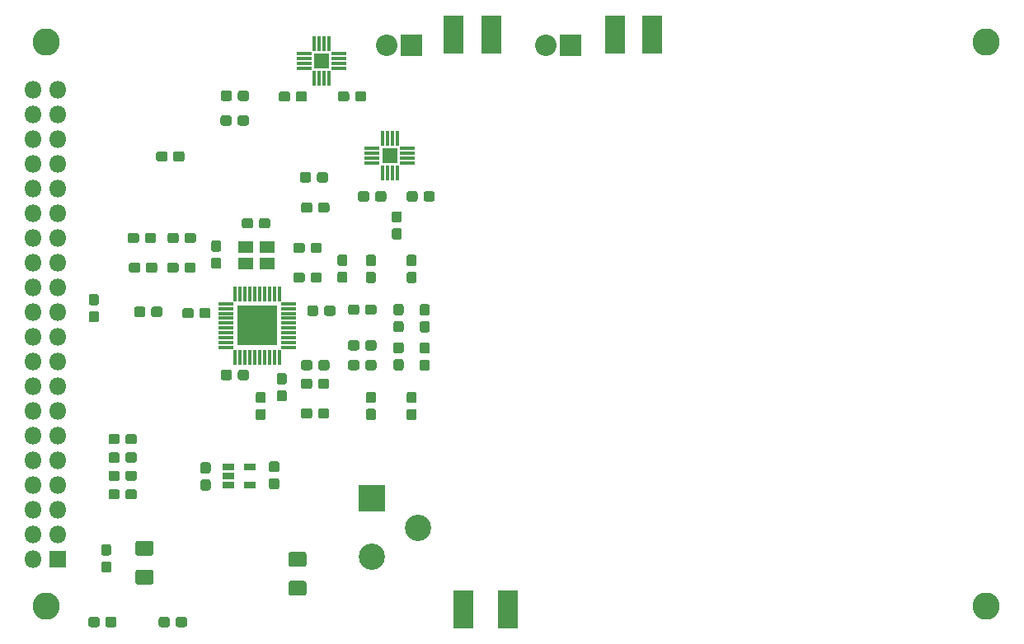
<source format=gbr>
G04 #@! TF.GenerationSoftware,KiCad,Pcbnew,5.1.4+dfsg1-1*
G04 #@! TF.CreationDate,2020-01-17T08:12:17-05:00*
G04 #@! TF.ProjectId,RasPi_NFC_Audio_KiCAD,52617350-695f-44e4-9643-5f417564696f,rev?*
G04 #@! TF.SameCoordinates,Original*
G04 #@! TF.FileFunction,Soldermask,Top*
G04 #@! TF.FilePolarity,Negative*
%FSLAX46Y46*%
G04 Gerber Fmt 4.6, Leading zero omitted, Abs format (unit mm)*
G04 Created by KiCad (PCBNEW 5.1.4+dfsg1-1) date 2020-01-17 08:12:17*
%MOMM*%
%LPD*%
G04 APERTURE LIST*
%ADD10C,0.100000*%
%ADD11C,1.051600*%
%ADD12C,1.526600*%
%ADD13R,2.701600X2.701600*%
%ADD14C,2.701600*%
%ADD15C,2.201600*%
%ADD16R,2.201600X2.201600*%
%ADD17R,1.161600X0.751600*%
%ADD18R,0.351600X1.601600*%
%ADD19R,1.601600X0.351600*%
%ADD20R,4.101600X4.101600*%
%ADD21R,1.601600X0.406400*%
%ADD22R,0.406400X1.601600*%
%ADD23R,1.549400X1.549400*%
%ADD24R,1.501600X1.301600*%
%ADD25R,2.101600X3.901600*%
%ADD26C,2.801600*%
%ADD27R,1.801600X1.801600*%
%ADD28O,1.801600X1.801600*%
G04 APERTURE END LIST*
D10*
G36*
X151088869Y-78711866D02*
G01*
X151114389Y-78715652D01*
X151139416Y-78721920D01*
X151163707Y-78730612D01*
X151187030Y-78741643D01*
X151209159Y-78754907D01*
X151229882Y-78770276D01*
X151248998Y-78787602D01*
X151266324Y-78806718D01*
X151281693Y-78827441D01*
X151294957Y-78849570D01*
X151305988Y-78872893D01*
X151314680Y-78897184D01*
X151320948Y-78922211D01*
X151324734Y-78947731D01*
X151326000Y-78973500D01*
X151326000Y-79599300D01*
X151324734Y-79625069D01*
X151320948Y-79650589D01*
X151314680Y-79675616D01*
X151305988Y-79699907D01*
X151294957Y-79723230D01*
X151281693Y-79745359D01*
X151266324Y-79766082D01*
X151248998Y-79785198D01*
X151229882Y-79802524D01*
X151209159Y-79817893D01*
X151187030Y-79831157D01*
X151163707Y-79842188D01*
X151139416Y-79850880D01*
X151114389Y-79857148D01*
X151088869Y-79860934D01*
X151063100Y-79862200D01*
X150537300Y-79862200D01*
X150511531Y-79860934D01*
X150486011Y-79857148D01*
X150460984Y-79850880D01*
X150436693Y-79842188D01*
X150413370Y-79831157D01*
X150391241Y-79817893D01*
X150370518Y-79802524D01*
X150351402Y-79785198D01*
X150334076Y-79766082D01*
X150318707Y-79745359D01*
X150305443Y-79723230D01*
X150294412Y-79699907D01*
X150285720Y-79675616D01*
X150279452Y-79650589D01*
X150275666Y-79625069D01*
X150274400Y-79599300D01*
X150274400Y-78973500D01*
X150275666Y-78947731D01*
X150279452Y-78922211D01*
X150285720Y-78897184D01*
X150294412Y-78872893D01*
X150305443Y-78849570D01*
X150318707Y-78827441D01*
X150334076Y-78806718D01*
X150351402Y-78787602D01*
X150370518Y-78770276D01*
X150391241Y-78754907D01*
X150413370Y-78741643D01*
X150436693Y-78730612D01*
X150460984Y-78721920D01*
X150486011Y-78715652D01*
X150511531Y-78711866D01*
X150537300Y-78710600D01*
X151063100Y-78710600D01*
X151088869Y-78711866D01*
X151088869Y-78711866D01*
G37*
D11*
X150800200Y-79286400D03*
D10*
G36*
X151088869Y-80461866D02*
G01*
X151114389Y-80465652D01*
X151139416Y-80471920D01*
X151163707Y-80480612D01*
X151187030Y-80491643D01*
X151209159Y-80504907D01*
X151229882Y-80520276D01*
X151248998Y-80537602D01*
X151266324Y-80556718D01*
X151281693Y-80577441D01*
X151294957Y-80599570D01*
X151305988Y-80622893D01*
X151314680Y-80647184D01*
X151320948Y-80672211D01*
X151324734Y-80697731D01*
X151326000Y-80723500D01*
X151326000Y-81349300D01*
X151324734Y-81375069D01*
X151320948Y-81400589D01*
X151314680Y-81425616D01*
X151305988Y-81449907D01*
X151294957Y-81473230D01*
X151281693Y-81495359D01*
X151266324Y-81516082D01*
X151248998Y-81535198D01*
X151229882Y-81552524D01*
X151209159Y-81567893D01*
X151187030Y-81581157D01*
X151163707Y-81592188D01*
X151139416Y-81600880D01*
X151114389Y-81607148D01*
X151088869Y-81610934D01*
X151063100Y-81612200D01*
X150537300Y-81612200D01*
X150511531Y-81610934D01*
X150486011Y-81607148D01*
X150460984Y-81600880D01*
X150436693Y-81592188D01*
X150413370Y-81581157D01*
X150391241Y-81567893D01*
X150370518Y-81552524D01*
X150351402Y-81535198D01*
X150334076Y-81516082D01*
X150318707Y-81495359D01*
X150305443Y-81473230D01*
X150294412Y-81449907D01*
X150285720Y-81425616D01*
X150279452Y-81400589D01*
X150275666Y-81375069D01*
X150274400Y-81349300D01*
X150274400Y-80723500D01*
X150275666Y-80697731D01*
X150279452Y-80672211D01*
X150285720Y-80647184D01*
X150294412Y-80622893D01*
X150305443Y-80599570D01*
X150318707Y-80577441D01*
X150334076Y-80556718D01*
X150351402Y-80537602D01*
X150370518Y-80520276D01*
X150391241Y-80504907D01*
X150413370Y-80491643D01*
X150436693Y-80480612D01*
X150460984Y-80471920D01*
X150486011Y-80465652D01*
X150511531Y-80461866D01*
X150537300Y-80460600D01*
X151063100Y-80460600D01*
X151088869Y-80461866D01*
X151088869Y-80461866D01*
G37*
D11*
X150800200Y-81036400D03*
D10*
G36*
X122706226Y-106010390D02*
G01*
X122732225Y-106014246D01*
X122757720Y-106020632D01*
X122782467Y-106029487D01*
X122806227Y-106040724D01*
X122828771Y-106054237D01*
X122849881Y-106069893D01*
X122869356Y-106087544D01*
X122887007Y-106107019D01*
X122902663Y-106128129D01*
X122916176Y-106150673D01*
X122927413Y-106174433D01*
X122936268Y-106199180D01*
X122942654Y-106224675D01*
X122946510Y-106250674D01*
X122947800Y-106276925D01*
X122947800Y-107267875D01*
X122946510Y-107294126D01*
X122942654Y-107320125D01*
X122936268Y-107345620D01*
X122927413Y-107370367D01*
X122916176Y-107394127D01*
X122902663Y-107416671D01*
X122887007Y-107437781D01*
X122869356Y-107457256D01*
X122849881Y-107474907D01*
X122828771Y-107490563D01*
X122806227Y-107504076D01*
X122782467Y-107515313D01*
X122757720Y-107524168D01*
X122732225Y-107530554D01*
X122706226Y-107534410D01*
X122679975Y-107535700D01*
X121364025Y-107535700D01*
X121337774Y-107534410D01*
X121311775Y-107530554D01*
X121286280Y-107524168D01*
X121261533Y-107515313D01*
X121237773Y-107504076D01*
X121215229Y-107490563D01*
X121194119Y-107474907D01*
X121174644Y-107457256D01*
X121156993Y-107437781D01*
X121141337Y-107416671D01*
X121127824Y-107394127D01*
X121116587Y-107370367D01*
X121107732Y-107345620D01*
X121101346Y-107320125D01*
X121097490Y-107294126D01*
X121096200Y-107267875D01*
X121096200Y-106276925D01*
X121097490Y-106250674D01*
X121101346Y-106224675D01*
X121107732Y-106199180D01*
X121116587Y-106174433D01*
X121127824Y-106150673D01*
X121141337Y-106128129D01*
X121156993Y-106107019D01*
X121174644Y-106087544D01*
X121194119Y-106069893D01*
X121215229Y-106054237D01*
X121237773Y-106040724D01*
X121261533Y-106029487D01*
X121286280Y-106020632D01*
X121311775Y-106014246D01*
X121337774Y-106010390D01*
X121364025Y-106009100D01*
X122679975Y-106009100D01*
X122706226Y-106010390D01*
X122706226Y-106010390D01*
G37*
D12*
X122022000Y-106772400D03*
D10*
G36*
X122706226Y-103035390D02*
G01*
X122732225Y-103039246D01*
X122757720Y-103045632D01*
X122782467Y-103054487D01*
X122806227Y-103065724D01*
X122828771Y-103079237D01*
X122849881Y-103094893D01*
X122869356Y-103112544D01*
X122887007Y-103132019D01*
X122902663Y-103153129D01*
X122916176Y-103175673D01*
X122927413Y-103199433D01*
X122936268Y-103224180D01*
X122942654Y-103249675D01*
X122946510Y-103275674D01*
X122947800Y-103301925D01*
X122947800Y-104292875D01*
X122946510Y-104319126D01*
X122942654Y-104345125D01*
X122936268Y-104370620D01*
X122927413Y-104395367D01*
X122916176Y-104419127D01*
X122902663Y-104441671D01*
X122887007Y-104462781D01*
X122869356Y-104482256D01*
X122849881Y-104499907D01*
X122828771Y-104515563D01*
X122806227Y-104529076D01*
X122782467Y-104540313D01*
X122757720Y-104549168D01*
X122732225Y-104555554D01*
X122706226Y-104559410D01*
X122679975Y-104560700D01*
X121364025Y-104560700D01*
X121337774Y-104559410D01*
X121311775Y-104555554D01*
X121286280Y-104549168D01*
X121261533Y-104540313D01*
X121237773Y-104529076D01*
X121215229Y-104515563D01*
X121194119Y-104499907D01*
X121174644Y-104482256D01*
X121156993Y-104462781D01*
X121141337Y-104441671D01*
X121127824Y-104419127D01*
X121116587Y-104395367D01*
X121107732Y-104370620D01*
X121101346Y-104345125D01*
X121097490Y-104319126D01*
X121096200Y-104292875D01*
X121096200Y-103301925D01*
X121097490Y-103275674D01*
X121101346Y-103249675D01*
X121107732Y-103224180D01*
X121116587Y-103199433D01*
X121127824Y-103175673D01*
X121141337Y-103153129D01*
X121156993Y-103132019D01*
X121174644Y-103112544D01*
X121194119Y-103094893D01*
X121215229Y-103079237D01*
X121237773Y-103065724D01*
X121261533Y-103054487D01*
X121286280Y-103045632D01*
X121311775Y-103039246D01*
X121337774Y-103035390D01*
X121364025Y-103034100D01*
X122679975Y-103034100D01*
X122706226Y-103035390D01*
X122706226Y-103035390D01*
G37*
D12*
X122022000Y-103797400D03*
D10*
G36*
X128584469Y-94970466D02*
G01*
X128609989Y-94974252D01*
X128635016Y-94980520D01*
X128659307Y-94989212D01*
X128682630Y-95000243D01*
X128704759Y-95013507D01*
X128725482Y-95028876D01*
X128744598Y-95046202D01*
X128761924Y-95065318D01*
X128777293Y-95086041D01*
X128790557Y-95108170D01*
X128801588Y-95131493D01*
X128810280Y-95155784D01*
X128816548Y-95180811D01*
X128820334Y-95206331D01*
X128821600Y-95232100D01*
X128821600Y-95857900D01*
X128820334Y-95883669D01*
X128816548Y-95909189D01*
X128810280Y-95934216D01*
X128801588Y-95958507D01*
X128790557Y-95981830D01*
X128777293Y-96003959D01*
X128761924Y-96024682D01*
X128744598Y-96043798D01*
X128725482Y-96061124D01*
X128704759Y-96076493D01*
X128682630Y-96089757D01*
X128659307Y-96100788D01*
X128635016Y-96109480D01*
X128609989Y-96115748D01*
X128584469Y-96119534D01*
X128558700Y-96120800D01*
X128032900Y-96120800D01*
X128007131Y-96119534D01*
X127981611Y-96115748D01*
X127956584Y-96109480D01*
X127932293Y-96100788D01*
X127908970Y-96089757D01*
X127886841Y-96076493D01*
X127866118Y-96061124D01*
X127847002Y-96043798D01*
X127829676Y-96024682D01*
X127814307Y-96003959D01*
X127801043Y-95981830D01*
X127790012Y-95958507D01*
X127781320Y-95934216D01*
X127775052Y-95909189D01*
X127771266Y-95883669D01*
X127770000Y-95857900D01*
X127770000Y-95232100D01*
X127771266Y-95206331D01*
X127775052Y-95180811D01*
X127781320Y-95155784D01*
X127790012Y-95131493D01*
X127801043Y-95108170D01*
X127814307Y-95086041D01*
X127829676Y-95065318D01*
X127847002Y-95046202D01*
X127866118Y-95028876D01*
X127886841Y-95013507D01*
X127908970Y-95000243D01*
X127932293Y-94989212D01*
X127956584Y-94980520D01*
X127981611Y-94974252D01*
X128007131Y-94970466D01*
X128032900Y-94969200D01*
X128558700Y-94969200D01*
X128584469Y-94970466D01*
X128584469Y-94970466D01*
G37*
D11*
X128295800Y-95545000D03*
D10*
G36*
X128584469Y-96720466D02*
G01*
X128609989Y-96724252D01*
X128635016Y-96730520D01*
X128659307Y-96739212D01*
X128682630Y-96750243D01*
X128704759Y-96763507D01*
X128725482Y-96778876D01*
X128744598Y-96796202D01*
X128761924Y-96815318D01*
X128777293Y-96836041D01*
X128790557Y-96858170D01*
X128801588Y-96881493D01*
X128810280Y-96905784D01*
X128816548Y-96930811D01*
X128820334Y-96956331D01*
X128821600Y-96982100D01*
X128821600Y-97607900D01*
X128820334Y-97633669D01*
X128816548Y-97659189D01*
X128810280Y-97684216D01*
X128801588Y-97708507D01*
X128790557Y-97731830D01*
X128777293Y-97753959D01*
X128761924Y-97774682D01*
X128744598Y-97793798D01*
X128725482Y-97811124D01*
X128704759Y-97826493D01*
X128682630Y-97839757D01*
X128659307Y-97850788D01*
X128635016Y-97859480D01*
X128609989Y-97865748D01*
X128584469Y-97869534D01*
X128558700Y-97870800D01*
X128032900Y-97870800D01*
X128007131Y-97869534D01*
X127981611Y-97865748D01*
X127956584Y-97859480D01*
X127932293Y-97850788D01*
X127908970Y-97839757D01*
X127886841Y-97826493D01*
X127866118Y-97811124D01*
X127847002Y-97793798D01*
X127829676Y-97774682D01*
X127814307Y-97753959D01*
X127801043Y-97731830D01*
X127790012Y-97708507D01*
X127781320Y-97684216D01*
X127775052Y-97659189D01*
X127771266Y-97633669D01*
X127770000Y-97607900D01*
X127770000Y-96982100D01*
X127771266Y-96956331D01*
X127775052Y-96930811D01*
X127781320Y-96905784D01*
X127790012Y-96881493D01*
X127801043Y-96858170D01*
X127814307Y-96836041D01*
X127829676Y-96815318D01*
X127847002Y-96796202D01*
X127866118Y-96778876D01*
X127886841Y-96763507D01*
X127908970Y-96750243D01*
X127932293Y-96739212D01*
X127956584Y-96730520D01*
X127981611Y-96724252D01*
X128007131Y-96720466D01*
X128032900Y-96719200D01*
X128558700Y-96719200D01*
X128584469Y-96720466D01*
X128584469Y-96720466D01*
G37*
D11*
X128295800Y-97295000D03*
D10*
G36*
X117103669Y-79420466D02*
G01*
X117129189Y-79424252D01*
X117154216Y-79430520D01*
X117178507Y-79439212D01*
X117201830Y-79450243D01*
X117223959Y-79463507D01*
X117244682Y-79478876D01*
X117263798Y-79496202D01*
X117281124Y-79515318D01*
X117296493Y-79536041D01*
X117309757Y-79558170D01*
X117320788Y-79581493D01*
X117329480Y-79605784D01*
X117335748Y-79630811D01*
X117339534Y-79656331D01*
X117340800Y-79682100D01*
X117340800Y-80307900D01*
X117339534Y-80333669D01*
X117335748Y-80359189D01*
X117329480Y-80384216D01*
X117320788Y-80408507D01*
X117309757Y-80431830D01*
X117296493Y-80453959D01*
X117281124Y-80474682D01*
X117263798Y-80493798D01*
X117244682Y-80511124D01*
X117223959Y-80526493D01*
X117201830Y-80539757D01*
X117178507Y-80550788D01*
X117154216Y-80559480D01*
X117129189Y-80565748D01*
X117103669Y-80569534D01*
X117077900Y-80570800D01*
X116552100Y-80570800D01*
X116526331Y-80569534D01*
X116500811Y-80565748D01*
X116475784Y-80559480D01*
X116451493Y-80550788D01*
X116428170Y-80539757D01*
X116406041Y-80526493D01*
X116385318Y-80511124D01*
X116366202Y-80493798D01*
X116348876Y-80474682D01*
X116333507Y-80453959D01*
X116320243Y-80431830D01*
X116309212Y-80408507D01*
X116300520Y-80384216D01*
X116294252Y-80359189D01*
X116290466Y-80333669D01*
X116289200Y-80307900D01*
X116289200Y-79682100D01*
X116290466Y-79656331D01*
X116294252Y-79630811D01*
X116300520Y-79605784D01*
X116309212Y-79581493D01*
X116320243Y-79558170D01*
X116333507Y-79536041D01*
X116348876Y-79515318D01*
X116366202Y-79496202D01*
X116385318Y-79478876D01*
X116406041Y-79463507D01*
X116428170Y-79450243D01*
X116451493Y-79439212D01*
X116475784Y-79430520D01*
X116500811Y-79424252D01*
X116526331Y-79420466D01*
X116552100Y-79419200D01*
X117077900Y-79419200D01*
X117103669Y-79420466D01*
X117103669Y-79420466D01*
G37*
D11*
X116815000Y-79995000D03*
D10*
G36*
X117103669Y-77670466D02*
G01*
X117129189Y-77674252D01*
X117154216Y-77680520D01*
X117178507Y-77689212D01*
X117201830Y-77700243D01*
X117223959Y-77713507D01*
X117244682Y-77728876D01*
X117263798Y-77746202D01*
X117281124Y-77765318D01*
X117296493Y-77786041D01*
X117309757Y-77808170D01*
X117320788Y-77831493D01*
X117329480Y-77855784D01*
X117335748Y-77880811D01*
X117339534Y-77906331D01*
X117340800Y-77932100D01*
X117340800Y-78557900D01*
X117339534Y-78583669D01*
X117335748Y-78609189D01*
X117329480Y-78634216D01*
X117320788Y-78658507D01*
X117309757Y-78681830D01*
X117296493Y-78703959D01*
X117281124Y-78724682D01*
X117263798Y-78743798D01*
X117244682Y-78761124D01*
X117223959Y-78776493D01*
X117201830Y-78789757D01*
X117178507Y-78800788D01*
X117154216Y-78809480D01*
X117129189Y-78815748D01*
X117103669Y-78819534D01*
X117077900Y-78820800D01*
X116552100Y-78820800D01*
X116526331Y-78819534D01*
X116500811Y-78815748D01*
X116475784Y-78809480D01*
X116451493Y-78800788D01*
X116428170Y-78789757D01*
X116406041Y-78776493D01*
X116385318Y-78761124D01*
X116366202Y-78743798D01*
X116348876Y-78724682D01*
X116333507Y-78703959D01*
X116320243Y-78681830D01*
X116309212Y-78658507D01*
X116300520Y-78634216D01*
X116294252Y-78609189D01*
X116290466Y-78583669D01*
X116289200Y-78557900D01*
X116289200Y-77932100D01*
X116290466Y-77906331D01*
X116294252Y-77880811D01*
X116300520Y-77855784D01*
X116309212Y-77831493D01*
X116320243Y-77808170D01*
X116333507Y-77786041D01*
X116348876Y-77765318D01*
X116366202Y-77746202D01*
X116385318Y-77728876D01*
X116406041Y-77713507D01*
X116428170Y-77700243D01*
X116451493Y-77689212D01*
X116475784Y-77680520D01*
X116500811Y-77674252D01*
X116526331Y-77670466D01*
X116552100Y-77669200D01*
X117077900Y-77669200D01*
X117103669Y-77670466D01*
X117103669Y-77670466D01*
G37*
D11*
X116815000Y-78245000D03*
D10*
G36*
X135620269Y-96590866D02*
G01*
X135645789Y-96594652D01*
X135670816Y-96600920D01*
X135695107Y-96609612D01*
X135718430Y-96620643D01*
X135740559Y-96633907D01*
X135761282Y-96649276D01*
X135780398Y-96666602D01*
X135797724Y-96685718D01*
X135813093Y-96706441D01*
X135826357Y-96728570D01*
X135837388Y-96751893D01*
X135846080Y-96776184D01*
X135852348Y-96801211D01*
X135856134Y-96826731D01*
X135857400Y-96852500D01*
X135857400Y-97478300D01*
X135856134Y-97504069D01*
X135852348Y-97529589D01*
X135846080Y-97554616D01*
X135837388Y-97578907D01*
X135826357Y-97602230D01*
X135813093Y-97624359D01*
X135797724Y-97645082D01*
X135780398Y-97664198D01*
X135761282Y-97681524D01*
X135740559Y-97696893D01*
X135718430Y-97710157D01*
X135695107Y-97721188D01*
X135670816Y-97729880D01*
X135645789Y-97736148D01*
X135620269Y-97739934D01*
X135594500Y-97741200D01*
X135068700Y-97741200D01*
X135042931Y-97739934D01*
X135017411Y-97736148D01*
X134992384Y-97729880D01*
X134968093Y-97721188D01*
X134944770Y-97710157D01*
X134922641Y-97696893D01*
X134901918Y-97681524D01*
X134882802Y-97664198D01*
X134865476Y-97645082D01*
X134850107Y-97624359D01*
X134836843Y-97602230D01*
X134825812Y-97578907D01*
X134817120Y-97554616D01*
X134810852Y-97529589D01*
X134807066Y-97504069D01*
X134805800Y-97478300D01*
X134805800Y-96852500D01*
X134807066Y-96826731D01*
X134810852Y-96801211D01*
X134817120Y-96776184D01*
X134825812Y-96751893D01*
X134836843Y-96728570D01*
X134850107Y-96706441D01*
X134865476Y-96685718D01*
X134882802Y-96666602D01*
X134901918Y-96649276D01*
X134922641Y-96633907D01*
X134944770Y-96620643D01*
X134968093Y-96609612D01*
X134992384Y-96600920D01*
X135017411Y-96594652D01*
X135042931Y-96590866D01*
X135068700Y-96589600D01*
X135594500Y-96589600D01*
X135620269Y-96590866D01*
X135620269Y-96590866D01*
G37*
D11*
X135331600Y-97165400D03*
D10*
G36*
X135620269Y-94840866D02*
G01*
X135645789Y-94844652D01*
X135670816Y-94850920D01*
X135695107Y-94859612D01*
X135718430Y-94870643D01*
X135740559Y-94883907D01*
X135761282Y-94899276D01*
X135780398Y-94916602D01*
X135797724Y-94935718D01*
X135813093Y-94956441D01*
X135826357Y-94978570D01*
X135837388Y-95001893D01*
X135846080Y-95026184D01*
X135852348Y-95051211D01*
X135856134Y-95076731D01*
X135857400Y-95102500D01*
X135857400Y-95728300D01*
X135856134Y-95754069D01*
X135852348Y-95779589D01*
X135846080Y-95804616D01*
X135837388Y-95828907D01*
X135826357Y-95852230D01*
X135813093Y-95874359D01*
X135797724Y-95895082D01*
X135780398Y-95914198D01*
X135761282Y-95931524D01*
X135740559Y-95946893D01*
X135718430Y-95960157D01*
X135695107Y-95971188D01*
X135670816Y-95979880D01*
X135645789Y-95986148D01*
X135620269Y-95989934D01*
X135594500Y-95991200D01*
X135068700Y-95991200D01*
X135042931Y-95989934D01*
X135017411Y-95986148D01*
X134992384Y-95979880D01*
X134968093Y-95971188D01*
X134944770Y-95960157D01*
X134922641Y-95946893D01*
X134901918Y-95931524D01*
X134882802Y-95914198D01*
X134865476Y-95895082D01*
X134850107Y-95874359D01*
X134836843Y-95852230D01*
X134825812Y-95828907D01*
X134817120Y-95804616D01*
X134810852Y-95779589D01*
X134807066Y-95754069D01*
X134805800Y-95728300D01*
X134805800Y-95102500D01*
X134807066Y-95076731D01*
X134810852Y-95051211D01*
X134817120Y-95026184D01*
X134825812Y-95001893D01*
X134836843Y-94978570D01*
X134850107Y-94956441D01*
X134865476Y-94935718D01*
X134882802Y-94916602D01*
X134901918Y-94899276D01*
X134922641Y-94883907D01*
X134944770Y-94870643D01*
X134968093Y-94859612D01*
X134992384Y-94850920D01*
X135017411Y-94844652D01*
X135042931Y-94840866D01*
X135068700Y-94839600D01*
X135594500Y-94839600D01*
X135620269Y-94840866D01*
X135620269Y-94840866D01*
G37*
D11*
X135331600Y-95415400D03*
D10*
G36*
X118373669Y-105150666D02*
G01*
X118399189Y-105154452D01*
X118424216Y-105160720D01*
X118448507Y-105169412D01*
X118471830Y-105180443D01*
X118493959Y-105193707D01*
X118514682Y-105209076D01*
X118533798Y-105226402D01*
X118551124Y-105245518D01*
X118566493Y-105266241D01*
X118579757Y-105288370D01*
X118590788Y-105311693D01*
X118599480Y-105335984D01*
X118605748Y-105361011D01*
X118609534Y-105386531D01*
X118610800Y-105412300D01*
X118610800Y-106038100D01*
X118609534Y-106063869D01*
X118605748Y-106089389D01*
X118599480Y-106114416D01*
X118590788Y-106138707D01*
X118579757Y-106162030D01*
X118566493Y-106184159D01*
X118551124Y-106204882D01*
X118533798Y-106223998D01*
X118514682Y-106241324D01*
X118493959Y-106256693D01*
X118471830Y-106269957D01*
X118448507Y-106280988D01*
X118424216Y-106289680D01*
X118399189Y-106295948D01*
X118373669Y-106299734D01*
X118347900Y-106301000D01*
X117822100Y-106301000D01*
X117796331Y-106299734D01*
X117770811Y-106295948D01*
X117745784Y-106289680D01*
X117721493Y-106280988D01*
X117698170Y-106269957D01*
X117676041Y-106256693D01*
X117655318Y-106241324D01*
X117636202Y-106223998D01*
X117618876Y-106204882D01*
X117603507Y-106184159D01*
X117590243Y-106162030D01*
X117579212Y-106138707D01*
X117570520Y-106114416D01*
X117564252Y-106089389D01*
X117560466Y-106063869D01*
X117559200Y-106038100D01*
X117559200Y-105412300D01*
X117560466Y-105386531D01*
X117564252Y-105361011D01*
X117570520Y-105335984D01*
X117579212Y-105311693D01*
X117590243Y-105288370D01*
X117603507Y-105266241D01*
X117618876Y-105245518D01*
X117636202Y-105226402D01*
X117655318Y-105209076D01*
X117676041Y-105193707D01*
X117698170Y-105180443D01*
X117721493Y-105169412D01*
X117745784Y-105160720D01*
X117770811Y-105154452D01*
X117796331Y-105150666D01*
X117822100Y-105149400D01*
X118347900Y-105149400D01*
X118373669Y-105150666D01*
X118373669Y-105150666D01*
G37*
D11*
X118085000Y-105725200D03*
D10*
G36*
X118373669Y-103400666D02*
G01*
X118399189Y-103404452D01*
X118424216Y-103410720D01*
X118448507Y-103419412D01*
X118471830Y-103430443D01*
X118493959Y-103443707D01*
X118514682Y-103459076D01*
X118533798Y-103476402D01*
X118551124Y-103495518D01*
X118566493Y-103516241D01*
X118579757Y-103538370D01*
X118590788Y-103561693D01*
X118599480Y-103585984D01*
X118605748Y-103611011D01*
X118609534Y-103636531D01*
X118610800Y-103662300D01*
X118610800Y-104288100D01*
X118609534Y-104313869D01*
X118605748Y-104339389D01*
X118599480Y-104364416D01*
X118590788Y-104388707D01*
X118579757Y-104412030D01*
X118566493Y-104434159D01*
X118551124Y-104454882D01*
X118533798Y-104473998D01*
X118514682Y-104491324D01*
X118493959Y-104506693D01*
X118471830Y-104519957D01*
X118448507Y-104530988D01*
X118424216Y-104539680D01*
X118399189Y-104545948D01*
X118373669Y-104549734D01*
X118347900Y-104551000D01*
X117822100Y-104551000D01*
X117796331Y-104549734D01*
X117770811Y-104545948D01*
X117745784Y-104539680D01*
X117721493Y-104530988D01*
X117698170Y-104519957D01*
X117676041Y-104506693D01*
X117655318Y-104491324D01*
X117636202Y-104473998D01*
X117618876Y-104454882D01*
X117603507Y-104434159D01*
X117590243Y-104412030D01*
X117579212Y-104388707D01*
X117570520Y-104364416D01*
X117564252Y-104339389D01*
X117560466Y-104313869D01*
X117559200Y-104288100D01*
X117559200Y-103662300D01*
X117560466Y-103636531D01*
X117564252Y-103611011D01*
X117570520Y-103585984D01*
X117579212Y-103561693D01*
X117590243Y-103538370D01*
X117603507Y-103516241D01*
X117618876Y-103495518D01*
X117636202Y-103476402D01*
X117655318Y-103459076D01*
X117676041Y-103443707D01*
X117698170Y-103430443D01*
X117721493Y-103419412D01*
X117745784Y-103410720D01*
X117770811Y-103404452D01*
X117796331Y-103400666D01*
X117822100Y-103399400D01*
X118347900Y-103399400D01*
X118373669Y-103400666D01*
X118373669Y-103400666D01*
G37*
D11*
X118085000Y-103975200D03*
D10*
G36*
X132941069Y-69871866D02*
G01*
X132966589Y-69875652D01*
X132991616Y-69881920D01*
X133015907Y-69890612D01*
X133039230Y-69901643D01*
X133061359Y-69914907D01*
X133082082Y-69930276D01*
X133101198Y-69947602D01*
X133118524Y-69966718D01*
X133133893Y-69987441D01*
X133147157Y-70009570D01*
X133158188Y-70032893D01*
X133166880Y-70057184D01*
X133173148Y-70082211D01*
X133176934Y-70107731D01*
X133178200Y-70133500D01*
X133178200Y-70659300D01*
X133176934Y-70685069D01*
X133173148Y-70710589D01*
X133166880Y-70735616D01*
X133158188Y-70759907D01*
X133147157Y-70783230D01*
X133133893Y-70805359D01*
X133118524Y-70826082D01*
X133101198Y-70845198D01*
X133082082Y-70862524D01*
X133061359Y-70877893D01*
X133039230Y-70891157D01*
X133015907Y-70902188D01*
X132991616Y-70910880D01*
X132966589Y-70917148D01*
X132941069Y-70920934D01*
X132915300Y-70922200D01*
X132289500Y-70922200D01*
X132263731Y-70920934D01*
X132238211Y-70917148D01*
X132213184Y-70910880D01*
X132188893Y-70902188D01*
X132165570Y-70891157D01*
X132143441Y-70877893D01*
X132122718Y-70862524D01*
X132103602Y-70845198D01*
X132086276Y-70826082D01*
X132070907Y-70805359D01*
X132057643Y-70783230D01*
X132046612Y-70759907D01*
X132037920Y-70735616D01*
X132031652Y-70710589D01*
X132027866Y-70685069D01*
X132026600Y-70659300D01*
X132026600Y-70133500D01*
X132027866Y-70107731D01*
X132031652Y-70082211D01*
X132037920Y-70057184D01*
X132046612Y-70032893D01*
X132057643Y-70009570D01*
X132070907Y-69987441D01*
X132086276Y-69966718D01*
X132103602Y-69947602D01*
X132122718Y-69930276D01*
X132143441Y-69914907D01*
X132165570Y-69901643D01*
X132188893Y-69890612D01*
X132213184Y-69881920D01*
X132238211Y-69875652D01*
X132263731Y-69871866D01*
X132289500Y-69870600D01*
X132915300Y-69870600D01*
X132941069Y-69871866D01*
X132941069Y-69871866D01*
G37*
D11*
X132602400Y-70396400D03*
D10*
G36*
X134691069Y-69871866D02*
G01*
X134716589Y-69875652D01*
X134741616Y-69881920D01*
X134765907Y-69890612D01*
X134789230Y-69901643D01*
X134811359Y-69914907D01*
X134832082Y-69930276D01*
X134851198Y-69947602D01*
X134868524Y-69966718D01*
X134883893Y-69987441D01*
X134897157Y-70009570D01*
X134908188Y-70032893D01*
X134916880Y-70057184D01*
X134923148Y-70082211D01*
X134926934Y-70107731D01*
X134928200Y-70133500D01*
X134928200Y-70659300D01*
X134926934Y-70685069D01*
X134923148Y-70710589D01*
X134916880Y-70735616D01*
X134908188Y-70759907D01*
X134897157Y-70783230D01*
X134883893Y-70805359D01*
X134868524Y-70826082D01*
X134851198Y-70845198D01*
X134832082Y-70862524D01*
X134811359Y-70877893D01*
X134789230Y-70891157D01*
X134765907Y-70902188D01*
X134741616Y-70910880D01*
X134716589Y-70917148D01*
X134691069Y-70920934D01*
X134665300Y-70922200D01*
X134039500Y-70922200D01*
X134013731Y-70920934D01*
X133988211Y-70917148D01*
X133963184Y-70910880D01*
X133938893Y-70902188D01*
X133915570Y-70891157D01*
X133893441Y-70877893D01*
X133872718Y-70862524D01*
X133853602Y-70845198D01*
X133836276Y-70826082D01*
X133820907Y-70805359D01*
X133807643Y-70783230D01*
X133796612Y-70759907D01*
X133787920Y-70735616D01*
X133781652Y-70710589D01*
X133777866Y-70685069D01*
X133776600Y-70659300D01*
X133776600Y-70133500D01*
X133777866Y-70107731D01*
X133781652Y-70082211D01*
X133787920Y-70057184D01*
X133796612Y-70032893D01*
X133807643Y-70009570D01*
X133820907Y-69987441D01*
X133836276Y-69966718D01*
X133853602Y-69947602D01*
X133872718Y-69930276D01*
X133893441Y-69914907D01*
X133915570Y-69901643D01*
X133938893Y-69890612D01*
X133963184Y-69881920D01*
X133988211Y-69875652D01*
X134013731Y-69871866D01*
X134039500Y-69870600D01*
X134665300Y-69870600D01*
X134691069Y-69871866D01*
X134691069Y-69871866D01*
G37*
D11*
X134352400Y-70396400D03*
D10*
G36*
X129676669Y-73911266D02*
G01*
X129702189Y-73915052D01*
X129727216Y-73921320D01*
X129751507Y-73930012D01*
X129774830Y-73941043D01*
X129796959Y-73954307D01*
X129817682Y-73969676D01*
X129836798Y-73987002D01*
X129854124Y-74006118D01*
X129869493Y-74026841D01*
X129882757Y-74048970D01*
X129893788Y-74072293D01*
X129902480Y-74096584D01*
X129908748Y-74121611D01*
X129912534Y-74147131D01*
X129913800Y-74172900D01*
X129913800Y-74798700D01*
X129912534Y-74824469D01*
X129908748Y-74849989D01*
X129902480Y-74875016D01*
X129893788Y-74899307D01*
X129882757Y-74922630D01*
X129869493Y-74944759D01*
X129854124Y-74965482D01*
X129836798Y-74984598D01*
X129817682Y-75001924D01*
X129796959Y-75017293D01*
X129774830Y-75030557D01*
X129751507Y-75041588D01*
X129727216Y-75050280D01*
X129702189Y-75056548D01*
X129676669Y-75060334D01*
X129650900Y-75061600D01*
X129125100Y-75061600D01*
X129099331Y-75060334D01*
X129073811Y-75056548D01*
X129048784Y-75050280D01*
X129024493Y-75041588D01*
X129001170Y-75030557D01*
X128979041Y-75017293D01*
X128958318Y-75001924D01*
X128939202Y-74984598D01*
X128921876Y-74965482D01*
X128906507Y-74944759D01*
X128893243Y-74922630D01*
X128882212Y-74899307D01*
X128873520Y-74875016D01*
X128867252Y-74849989D01*
X128863466Y-74824469D01*
X128862200Y-74798700D01*
X128862200Y-74172900D01*
X128863466Y-74147131D01*
X128867252Y-74121611D01*
X128873520Y-74096584D01*
X128882212Y-74072293D01*
X128893243Y-74048970D01*
X128906507Y-74026841D01*
X128921876Y-74006118D01*
X128939202Y-73987002D01*
X128958318Y-73969676D01*
X128979041Y-73954307D01*
X129001170Y-73941043D01*
X129024493Y-73930012D01*
X129048784Y-73921320D01*
X129073811Y-73915052D01*
X129099331Y-73911266D01*
X129125100Y-73910000D01*
X129650900Y-73910000D01*
X129676669Y-73911266D01*
X129676669Y-73911266D01*
G37*
D11*
X129388000Y-74485800D03*
D10*
G36*
X129676669Y-72161266D02*
G01*
X129702189Y-72165052D01*
X129727216Y-72171320D01*
X129751507Y-72180012D01*
X129774830Y-72191043D01*
X129796959Y-72204307D01*
X129817682Y-72219676D01*
X129836798Y-72237002D01*
X129854124Y-72256118D01*
X129869493Y-72276841D01*
X129882757Y-72298970D01*
X129893788Y-72322293D01*
X129902480Y-72346584D01*
X129908748Y-72371611D01*
X129912534Y-72397131D01*
X129913800Y-72422900D01*
X129913800Y-73048700D01*
X129912534Y-73074469D01*
X129908748Y-73099989D01*
X129902480Y-73125016D01*
X129893788Y-73149307D01*
X129882757Y-73172630D01*
X129869493Y-73194759D01*
X129854124Y-73215482D01*
X129836798Y-73234598D01*
X129817682Y-73251924D01*
X129796959Y-73267293D01*
X129774830Y-73280557D01*
X129751507Y-73291588D01*
X129727216Y-73300280D01*
X129702189Y-73306548D01*
X129676669Y-73310334D01*
X129650900Y-73311600D01*
X129125100Y-73311600D01*
X129099331Y-73310334D01*
X129073811Y-73306548D01*
X129048784Y-73300280D01*
X129024493Y-73291588D01*
X129001170Y-73280557D01*
X128979041Y-73267293D01*
X128958318Y-73251924D01*
X128939202Y-73234598D01*
X128921876Y-73215482D01*
X128906507Y-73194759D01*
X128893243Y-73172630D01*
X128882212Y-73149307D01*
X128873520Y-73125016D01*
X128867252Y-73099989D01*
X128863466Y-73074469D01*
X128862200Y-73048700D01*
X128862200Y-72422900D01*
X128863466Y-72397131D01*
X128867252Y-72371611D01*
X128873520Y-72346584D01*
X128882212Y-72322293D01*
X128893243Y-72298970D01*
X128906507Y-72276841D01*
X128921876Y-72256118D01*
X128939202Y-72237002D01*
X128958318Y-72219676D01*
X128979041Y-72204307D01*
X129001170Y-72191043D01*
X129024493Y-72180012D01*
X129048784Y-72171320D01*
X129073811Y-72165052D01*
X129099331Y-72161266D01*
X129125100Y-72160000D01*
X129650900Y-72160000D01*
X129676669Y-72161266D01*
X129676669Y-72161266D01*
G37*
D11*
X129388000Y-72735800D03*
D10*
G36*
X140761669Y-89404466D02*
G01*
X140787189Y-89408252D01*
X140812216Y-89414520D01*
X140836507Y-89423212D01*
X140859830Y-89434243D01*
X140881959Y-89447507D01*
X140902682Y-89462876D01*
X140921798Y-89480202D01*
X140939124Y-89499318D01*
X140954493Y-89520041D01*
X140967757Y-89542170D01*
X140978788Y-89565493D01*
X140987480Y-89589784D01*
X140993748Y-89614811D01*
X140997534Y-89640331D01*
X140998800Y-89666100D01*
X140998800Y-90191900D01*
X140997534Y-90217669D01*
X140993748Y-90243189D01*
X140987480Y-90268216D01*
X140978788Y-90292507D01*
X140967757Y-90315830D01*
X140954493Y-90337959D01*
X140939124Y-90358682D01*
X140921798Y-90377798D01*
X140902682Y-90395124D01*
X140881959Y-90410493D01*
X140859830Y-90423757D01*
X140836507Y-90434788D01*
X140812216Y-90443480D01*
X140787189Y-90449748D01*
X140761669Y-90453534D01*
X140735900Y-90454800D01*
X140110100Y-90454800D01*
X140084331Y-90453534D01*
X140058811Y-90449748D01*
X140033784Y-90443480D01*
X140009493Y-90434788D01*
X139986170Y-90423757D01*
X139964041Y-90410493D01*
X139943318Y-90395124D01*
X139924202Y-90377798D01*
X139906876Y-90358682D01*
X139891507Y-90337959D01*
X139878243Y-90315830D01*
X139867212Y-90292507D01*
X139858520Y-90268216D01*
X139852252Y-90243189D01*
X139848466Y-90217669D01*
X139847200Y-90191900D01*
X139847200Y-89666100D01*
X139848466Y-89640331D01*
X139852252Y-89614811D01*
X139858520Y-89589784D01*
X139867212Y-89565493D01*
X139878243Y-89542170D01*
X139891507Y-89520041D01*
X139906876Y-89499318D01*
X139924202Y-89480202D01*
X139943318Y-89462876D01*
X139964041Y-89447507D01*
X139986170Y-89434243D01*
X140009493Y-89423212D01*
X140033784Y-89414520D01*
X140058811Y-89408252D01*
X140084331Y-89404466D01*
X140110100Y-89403200D01*
X140735900Y-89403200D01*
X140761669Y-89404466D01*
X140761669Y-89404466D01*
G37*
D11*
X140423000Y-89929000D03*
D10*
G36*
X139011669Y-89404466D02*
G01*
X139037189Y-89408252D01*
X139062216Y-89414520D01*
X139086507Y-89423212D01*
X139109830Y-89434243D01*
X139131959Y-89447507D01*
X139152682Y-89462876D01*
X139171798Y-89480202D01*
X139189124Y-89499318D01*
X139204493Y-89520041D01*
X139217757Y-89542170D01*
X139228788Y-89565493D01*
X139237480Y-89589784D01*
X139243748Y-89614811D01*
X139247534Y-89640331D01*
X139248800Y-89666100D01*
X139248800Y-90191900D01*
X139247534Y-90217669D01*
X139243748Y-90243189D01*
X139237480Y-90268216D01*
X139228788Y-90292507D01*
X139217757Y-90315830D01*
X139204493Y-90337959D01*
X139189124Y-90358682D01*
X139171798Y-90377798D01*
X139152682Y-90395124D01*
X139131959Y-90410493D01*
X139109830Y-90423757D01*
X139086507Y-90434788D01*
X139062216Y-90443480D01*
X139037189Y-90449748D01*
X139011669Y-90453534D01*
X138985900Y-90454800D01*
X138360100Y-90454800D01*
X138334331Y-90453534D01*
X138308811Y-90449748D01*
X138283784Y-90443480D01*
X138259493Y-90434788D01*
X138236170Y-90423757D01*
X138214041Y-90410493D01*
X138193318Y-90395124D01*
X138174202Y-90377798D01*
X138156876Y-90358682D01*
X138141507Y-90337959D01*
X138128243Y-90315830D01*
X138117212Y-90292507D01*
X138108520Y-90268216D01*
X138102252Y-90243189D01*
X138098466Y-90217669D01*
X138097200Y-90191900D01*
X138097200Y-89666100D01*
X138098466Y-89640331D01*
X138102252Y-89614811D01*
X138108520Y-89589784D01*
X138117212Y-89565493D01*
X138128243Y-89542170D01*
X138141507Y-89520041D01*
X138156876Y-89499318D01*
X138174202Y-89480202D01*
X138193318Y-89462876D01*
X138214041Y-89447507D01*
X138236170Y-89434243D01*
X138259493Y-89423212D01*
X138283784Y-89414520D01*
X138308811Y-89408252D01*
X138334331Y-89404466D01*
X138360100Y-89403200D01*
X138985900Y-89403200D01*
X139011669Y-89404466D01*
X139011669Y-89404466D01*
G37*
D11*
X138673000Y-89929000D03*
D10*
G36*
X132520669Y-85467466D02*
G01*
X132546189Y-85471252D01*
X132571216Y-85477520D01*
X132595507Y-85486212D01*
X132618830Y-85497243D01*
X132640959Y-85510507D01*
X132661682Y-85525876D01*
X132680798Y-85543202D01*
X132698124Y-85562318D01*
X132713493Y-85583041D01*
X132726757Y-85605170D01*
X132737788Y-85628493D01*
X132746480Y-85652784D01*
X132752748Y-85677811D01*
X132756534Y-85703331D01*
X132757800Y-85729100D01*
X132757800Y-86254900D01*
X132756534Y-86280669D01*
X132752748Y-86306189D01*
X132746480Y-86331216D01*
X132737788Y-86355507D01*
X132726757Y-86378830D01*
X132713493Y-86400959D01*
X132698124Y-86421682D01*
X132680798Y-86440798D01*
X132661682Y-86458124D01*
X132640959Y-86473493D01*
X132618830Y-86486757D01*
X132595507Y-86497788D01*
X132571216Y-86506480D01*
X132546189Y-86512748D01*
X132520669Y-86516534D01*
X132494900Y-86517800D01*
X131869100Y-86517800D01*
X131843331Y-86516534D01*
X131817811Y-86512748D01*
X131792784Y-86506480D01*
X131768493Y-86497788D01*
X131745170Y-86486757D01*
X131723041Y-86473493D01*
X131702318Y-86458124D01*
X131683202Y-86440798D01*
X131665876Y-86421682D01*
X131650507Y-86400959D01*
X131637243Y-86378830D01*
X131626212Y-86355507D01*
X131617520Y-86331216D01*
X131611252Y-86306189D01*
X131607466Y-86280669D01*
X131606200Y-86254900D01*
X131606200Y-85729100D01*
X131607466Y-85703331D01*
X131611252Y-85677811D01*
X131617520Y-85652784D01*
X131626212Y-85628493D01*
X131637243Y-85605170D01*
X131650507Y-85583041D01*
X131665876Y-85562318D01*
X131683202Y-85543202D01*
X131702318Y-85525876D01*
X131723041Y-85510507D01*
X131745170Y-85497243D01*
X131768493Y-85486212D01*
X131792784Y-85477520D01*
X131817811Y-85471252D01*
X131843331Y-85467466D01*
X131869100Y-85466200D01*
X132494900Y-85466200D01*
X132520669Y-85467466D01*
X132520669Y-85467466D01*
G37*
D11*
X132182000Y-85992000D03*
D10*
G36*
X130770669Y-85467466D02*
G01*
X130796189Y-85471252D01*
X130821216Y-85477520D01*
X130845507Y-85486212D01*
X130868830Y-85497243D01*
X130890959Y-85510507D01*
X130911682Y-85525876D01*
X130930798Y-85543202D01*
X130948124Y-85562318D01*
X130963493Y-85583041D01*
X130976757Y-85605170D01*
X130987788Y-85628493D01*
X130996480Y-85652784D01*
X131002748Y-85677811D01*
X131006534Y-85703331D01*
X131007800Y-85729100D01*
X131007800Y-86254900D01*
X131006534Y-86280669D01*
X131002748Y-86306189D01*
X130996480Y-86331216D01*
X130987788Y-86355507D01*
X130976757Y-86378830D01*
X130963493Y-86400959D01*
X130948124Y-86421682D01*
X130930798Y-86440798D01*
X130911682Y-86458124D01*
X130890959Y-86473493D01*
X130868830Y-86486757D01*
X130845507Y-86497788D01*
X130821216Y-86506480D01*
X130796189Y-86512748D01*
X130770669Y-86516534D01*
X130744900Y-86517800D01*
X130119100Y-86517800D01*
X130093331Y-86516534D01*
X130067811Y-86512748D01*
X130042784Y-86506480D01*
X130018493Y-86497788D01*
X129995170Y-86486757D01*
X129973041Y-86473493D01*
X129952318Y-86458124D01*
X129933202Y-86440798D01*
X129915876Y-86421682D01*
X129900507Y-86400959D01*
X129887243Y-86378830D01*
X129876212Y-86355507D01*
X129867520Y-86331216D01*
X129861252Y-86306189D01*
X129857466Y-86280669D01*
X129856200Y-86254900D01*
X129856200Y-85729100D01*
X129857466Y-85703331D01*
X129861252Y-85677811D01*
X129867520Y-85652784D01*
X129876212Y-85628493D01*
X129887243Y-85605170D01*
X129900507Y-85583041D01*
X129915876Y-85562318D01*
X129933202Y-85543202D01*
X129952318Y-85525876D01*
X129973041Y-85510507D01*
X129995170Y-85497243D01*
X130018493Y-85486212D01*
X130042784Y-85477520D01*
X130067811Y-85471252D01*
X130093331Y-85467466D01*
X130119100Y-85466200D01*
X130744900Y-85466200D01*
X130770669Y-85467466D01*
X130770669Y-85467466D01*
G37*
D11*
X130432000Y-85992000D03*
D10*
G36*
X139011669Y-86356466D02*
G01*
X139037189Y-86360252D01*
X139062216Y-86366520D01*
X139086507Y-86375212D01*
X139109830Y-86386243D01*
X139131959Y-86399507D01*
X139152682Y-86414876D01*
X139171798Y-86432202D01*
X139189124Y-86451318D01*
X139204493Y-86472041D01*
X139217757Y-86494170D01*
X139228788Y-86517493D01*
X139237480Y-86541784D01*
X139243748Y-86566811D01*
X139247534Y-86592331D01*
X139248800Y-86618100D01*
X139248800Y-87143900D01*
X139247534Y-87169669D01*
X139243748Y-87195189D01*
X139237480Y-87220216D01*
X139228788Y-87244507D01*
X139217757Y-87267830D01*
X139204493Y-87289959D01*
X139189124Y-87310682D01*
X139171798Y-87329798D01*
X139152682Y-87347124D01*
X139131959Y-87362493D01*
X139109830Y-87375757D01*
X139086507Y-87386788D01*
X139062216Y-87395480D01*
X139037189Y-87401748D01*
X139011669Y-87405534D01*
X138985900Y-87406800D01*
X138360100Y-87406800D01*
X138334331Y-87405534D01*
X138308811Y-87401748D01*
X138283784Y-87395480D01*
X138259493Y-87386788D01*
X138236170Y-87375757D01*
X138214041Y-87362493D01*
X138193318Y-87347124D01*
X138174202Y-87329798D01*
X138156876Y-87310682D01*
X138141507Y-87289959D01*
X138128243Y-87267830D01*
X138117212Y-87244507D01*
X138108520Y-87220216D01*
X138102252Y-87195189D01*
X138098466Y-87169669D01*
X138097200Y-87143900D01*
X138097200Y-86618100D01*
X138098466Y-86592331D01*
X138102252Y-86566811D01*
X138108520Y-86541784D01*
X138117212Y-86517493D01*
X138128243Y-86494170D01*
X138141507Y-86472041D01*
X138156876Y-86451318D01*
X138174202Y-86432202D01*
X138193318Y-86414876D01*
X138214041Y-86399507D01*
X138236170Y-86386243D01*
X138259493Y-86375212D01*
X138283784Y-86366520D01*
X138308811Y-86360252D01*
X138334331Y-86356466D01*
X138360100Y-86355200D01*
X138985900Y-86355200D01*
X139011669Y-86356466D01*
X139011669Y-86356466D01*
G37*
D11*
X138673000Y-86881000D03*
D10*
G36*
X140761669Y-86356466D02*
G01*
X140787189Y-86360252D01*
X140812216Y-86366520D01*
X140836507Y-86375212D01*
X140859830Y-86386243D01*
X140881959Y-86399507D01*
X140902682Y-86414876D01*
X140921798Y-86432202D01*
X140939124Y-86451318D01*
X140954493Y-86472041D01*
X140967757Y-86494170D01*
X140978788Y-86517493D01*
X140987480Y-86541784D01*
X140993748Y-86566811D01*
X140997534Y-86592331D01*
X140998800Y-86618100D01*
X140998800Y-87143900D01*
X140997534Y-87169669D01*
X140993748Y-87195189D01*
X140987480Y-87220216D01*
X140978788Y-87244507D01*
X140967757Y-87267830D01*
X140954493Y-87289959D01*
X140939124Y-87310682D01*
X140921798Y-87329798D01*
X140902682Y-87347124D01*
X140881959Y-87362493D01*
X140859830Y-87375757D01*
X140836507Y-87386788D01*
X140812216Y-87395480D01*
X140787189Y-87401748D01*
X140761669Y-87405534D01*
X140735900Y-87406800D01*
X140110100Y-87406800D01*
X140084331Y-87405534D01*
X140058811Y-87401748D01*
X140033784Y-87395480D01*
X140009493Y-87386788D01*
X139986170Y-87375757D01*
X139964041Y-87362493D01*
X139943318Y-87347124D01*
X139924202Y-87329798D01*
X139906876Y-87310682D01*
X139891507Y-87289959D01*
X139878243Y-87267830D01*
X139867212Y-87244507D01*
X139858520Y-87220216D01*
X139852252Y-87195189D01*
X139848466Y-87169669D01*
X139847200Y-87143900D01*
X139847200Y-86618100D01*
X139848466Y-86592331D01*
X139852252Y-86566811D01*
X139858520Y-86541784D01*
X139867212Y-86517493D01*
X139878243Y-86494170D01*
X139891507Y-86472041D01*
X139906876Y-86451318D01*
X139924202Y-86432202D01*
X139943318Y-86414876D01*
X139964041Y-86399507D01*
X139986170Y-86386243D01*
X140009493Y-86375212D01*
X140033784Y-86366520D01*
X140058811Y-86360252D01*
X140084331Y-86356466D01*
X140110100Y-86355200D01*
X140735900Y-86355200D01*
X140761669Y-86356466D01*
X140761669Y-86356466D01*
G37*
D11*
X140423000Y-86881000D03*
D10*
G36*
X140775669Y-84451466D02*
G01*
X140801189Y-84455252D01*
X140826216Y-84461520D01*
X140850507Y-84470212D01*
X140873830Y-84481243D01*
X140895959Y-84494507D01*
X140916682Y-84509876D01*
X140935798Y-84527202D01*
X140953124Y-84546318D01*
X140968493Y-84567041D01*
X140981757Y-84589170D01*
X140992788Y-84612493D01*
X141001480Y-84636784D01*
X141007748Y-84661811D01*
X141011534Y-84687331D01*
X141012800Y-84713100D01*
X141012800Y-85238900D01*
X141011534Y-85264669D01*
X141007748Y-85290189D01*
X141001480Y-85315216D01*
X140992788Y-85339507D01*
X140981757Y-85362830D01*
X140968493Y-85384959D01*
X140953124Y-85405682D01*
X140935798Y-85424798D01*
X140916682Y-85442124D01*
X140895959Y-85457493D01*
X140873830Y-85470757D01*
X140850507Y-85481788D01*
X140826216Y-85490480D01*
X140801189Y-85496748D01*
X140775669Y-85500534D01*
X140749900Y-85501800D01*
X140124100Y-85501800D01*
X140098331Y-85500534D01*
X140072811Y-85496748D01*
X140047784Y-85490480D01*
X140023493Y-85481788D01*
X140000170Y-85470757D01*
X139978041Y-85457493D01*
X139957318Y-85442124D01*
X139938202Y-85424798D01*
X139920876Y-85405682D01*
X139905507Y-85384959D01*
X139892243Y-85362830D01*
X139881212Y-85339507D01*
X139872520Y-85315216D01*
X139866252Y-85290189D01*
X139862466Y-85264669D01*
X139861200Y-85238900D01*
X139861200Y-84713100D01*
X139862466Y-84687331D01*
X139866252Y-84661811D01*
X139872520Y-84636784D01*
X139881212Y-84612493D01*
X139892243Y-84589170D01*
X139905507Y-84567041D01*
X139920876Y-84546318D01*
X139938202Y-84527202D01*
X139957318Y-84509876D01*
X139978041Y-84494507D01*
X140000170Y-84481243D01*
X140023493Y-84470212D01*
X140047784Y-84461520D01*
X140072811Y-84455252D01*
X140098331Y-84451466D01*
X140124100Y-84450200D01*
X140749900Y-84450200D01*
X140775669Y-84451466D01*
X140775669Y-84451466D01*
G37*
D11*
X140437000Y-84976000D03*
D10*
G36*
X139025669Y-84451466D02*
G01*
X139051189Y-84455252D01*
X139076216Y-84461520D01*
X139100507Y-84470212D01*
X139123830Y-84481243D01*
X139145959Y-84494507D01*
X139166682Y-84509876D01*
X139185798Y-84527202D01*
X139203124Y-84546318D01*
X139218493Y-84567041D01*
X139231757Y-84589170D01*
X139242788Y-84612493D01*
X139251480Y-84636784D01*
X139257748Y-84661811D01*
X139261534Y-84687331D01*
X139262800Y-84713100D01*
X139262800Y-85238900D01*
X139261534Y-85264669D01*
X139257748Y-85290189D01*
X139251480Y-85315216D01*
X139242788Y-85339507D01*
X139231757Y-85362830D01*
X139218493Y-85384959D01*
X139203124Y-85405682D01*
X139185798Y-85424798D01*
X139166682Y-85442124D01*
X139145959Y-85457493D01*
X139123830Y-85470757D01*
X139100507Y-85481788D01*
X139076216Y-85490480D01*
X139051189Y-85496748D01*
X139025669Y-85500534D01*
X138999900Y-85501800D01*
X138374100Y-85501800D01*
X138348331Y-85500534D01*
X138322811Y-85496748D01*
X138297784Y-85490480D01*
X138273493Y-85481788D01*
X138250170Y-85470757D01*
X138228041Y-85457493D01*
X138207318Y-85442124D01*
X138188202Y-85424798D01*
X138170876Y-85405682D01*
X138155507Y-85384959D01*
X138142243Y-85362830D01*
X138131212Y-85339507D01*
X138122520Y-85315216D01*
X138116252Y-85290189D01*
X138112466Y-85264669D01*
X138111200Y-85238900D01*
X138111200Y-84713100D01*
X138112466Y-84687331D01*
X138116252Y-84661811D01*
X138122520Y-84636784D01*
X138131212Y-84612493D01*
X138142243Y-84589170D01*
X138155507Y-84567041D01*
X138170876Y-84546318D01*
X138188202Y-84527202D01*
X138207318Y-84509876D01*
X138228041Y-84494507D01*
X138250170Y-84481243D01*
X138273493Y-84470212D01*
X138297784Y-84461520D01*
X138322811Y-84455252D01*
X138348331Y-84451466D01*
X138374100Y-84450200D01*
X138999900Y-84450200D01*
X139025669Y-84451466D01*
X139025669Y-84451466D01*
G37*
D11*
X138687000Y-84976000D03*
D10*
G36*
X126831069Y-79092066D02*
G01*
X126856589Y-79095852D01*
X126881616Y-79102120D01*
X126905907Y-79110812D01*
X126929230Y-79121843D01*
X126951359Y-79135107D01*
X126972082Y-79150476D01*
X126991198Y-79167802D01*
X127008524Y-79186918D01*
X127023893Y-79207641D01*
X127037157Y-79229770D01*
X127048188Y-79253093D01*
X127056880Y-79277384D01*
X127063148Y-79302411D01*
X127066934Y-79327931D01*
X127068200Y-79353700D01*
X127068200Y-79879500D01*
X127066934Y-79905269D01*
X127063148Y-79930789D01*
X127056880Y-79955816D01*
X127048188Y-79980107D01*
X127037157Y-80003430D01*
X127023893Y-80025559D01*
X127008524Y-80046282D01*
X126991198Y-80065398D01*
X126972082Y-80082724D01*
X126951359Y-80098093D01*
X126929230Y-80111357D01*
X126905907Y-80122388D01*
X126881616Y-80131080D01*
X126856589Y-80137348D01*
X126831069Y-80141134D01*
X126805300Y-80142400D01*
X126179500Y-80142400D01*
X126153731Y-80141134D01*
X126128211Y-80137348D01*
X126103184Y-80131080D01*
X126078893Y-80122388D01*
X126055570Y-80111357D01*
X126033441Y-80098093D01*
X126012718Y-80082724D01*
X125993602Y-80065398D01*
X125976276Y-80046282D01*
X125960907Y-80025559D01*
X125947643Y-80003430D01*
X125936612Y-79980107D01*
X125927920Y-79955816D01*
X125921652Y-79930789D01*
X125917866Y-79905269D01*
X125916600Y-79879500D01*
X125916600Y-79353700D01*
X125917866Y-79327931D01*
X125921652Y-79302411D01*
X125927920Y-79277384D01*
X125936612Y-79253093D01*
X125947643Y-79229770D01*
X125960907Y-79207641D01*
X125976276Y-79186918D01*
X125993602Y-79167802D01*
X126012718Y-79150476D01*
X126033441Y-79135107D01*
X126055570Y-79121843D01*
X126078893Y-79110812D01*
X126103184Y-79102120D01*
X126128211Y-79095852D01*
X126153731Y-79092066D01*
X126179500Y-79090800D01*
X126805300Y-79090800D01*
X126831069Y-79092066D01*
X126831069Y-79092066D01*
G37*
D11*
X126492400Y-79616600D03*
D10*
G36*
X128581069Y-79092066D02*
G01*
X128606589Y-79095852D01*
X128631616Y-79102120D01*
X128655907Y-79110812D01*
X128679230Y-79121843D01*
X128701359Y-79135107D01*
X128722082Y-79150476D01*
X128741198Y-79167802D01*
X128758524Y-79186918D01*
X128773893Y-79207641D01*
X128787157Y-79229770D01*
X128798188Y-79253093D01*
X128806880Y-79277384D01*
X128813148Y-79302411D01*
X128816934Y-79327931D01*
X128818200Y-79353700D01*
X128818200Y-79879500D01*
X128816934Y-79905269D01*
X128813148Y-79930789D01*
X128806880Y-79955816D01*
X128798188Y-79980107D01*
X128787157Y-80003430D01*
X128773893Y-80025559D01*
X128758524Y-80046282D01*
X128741198Y-80065398D01*
X128722082Y-80082724D01*
X128701359Y-80098093D01*
X128679230Y-80111357D01*
X128655907Y-80122388D01*
X128631616Y-80131080D01*
X128606589Y-80137348D01*
X128581069Y-80141134D01*
X128555300Y-80142400D01*
X127929500Y-80142400D01*
X127903731Y-80141134D01*
X127878211Y-80137348D01*
X127853184Y-80131080D01*
X127828893Y-80122388D01*
X127805570Y-80111357D01*
X127783441Y-80098093D01*
X127762718Y-80082724D01*
X127743602Y-80065398D01*
X127726276Y-80046282D01*
X127710907Y-80025559D01*
X127697643Y-80003430D01*
X127686612Y-79980107D01*
X127677920Y-79955816D01*
X127671652Y-79930789D01*
X127667866Y-79905269D01*
X127666600Y-79879500D01*
X127666600Y-79353700D01*
X127667866Y-79327931D01*
X127671652Y-79302411D01*
X127677920Y-79277384D01*
X127686612Y-79253093D01*
X127697643Y-79229770D01*
X127710907Y-79207641D01*
X127726276Y-79186918D01*
X127743602Y-79167802D01*
X127762718Y-79150476D01*
X127783441Y-79135107D01*
X127805570Y-79121843D01*
X127828893Y-79110812D01*
X127853184Y-79102120D01*
X127878211Y-79095852D01*
X127903731Y-79092066D01*
X127929500Y-79090800D01*
X128555300Y-79090800D01*
X128581069Y-79092066D01*
X128581069Y-79092066D01*
G37*
D11*
X128242400Y-79616600D03*
D10*
G36*
X139646669Y-78863466D02*
G01*
X139672189Y-78867252D01*
X139697216Y-78873520D01*
X139721507Y-78882212D01*
X139744830Y-78893243D01*
X139766959Y-78906507D01*
X139787682Y-78921876D01*
X139806798Y-78939202D01*
X139824124Y-78958318D01*
X139839493Y-78979041D01*
X139852757Y-79001170D01*
X139863788Y-79024493D01*
X139872480Y-79048784D01*
X139878748Y-79073811D01*
X139882534Y-79099331D01*
X139883800Y-79125100D01*
X139883800Y-79650900D01*
X139882534Y-79676669D01*
X139878748Y-79702189D01*
X139872480Y-79727216D01*
X139863788Y-79751507D01*
X139852757Y-79774830D01*
X139839493Y-79796959D01*
X139824124Y-79817682D01*
X139806798Y-79836798D01*
X139787682Y-79854124D01*
X139766959Y-79869493D01*
X139744830Y-79882757D01*
X139721507Y-79893788D01*
X139697216Y-79902480D01*
X139672189Y-79908748D01*
X139646669Y-79912534D01*
X139620900Y-79913800D01*
X138995100Y-79913800D01*
X138969331Y-79912534D01*
X138943811Y-79908748D01*
X138918784Y-79902480D01*
X138894493Y-79893788D01*
X138871170Y-79882757D01*
X138849041Y-79869493D01*
X138828318Y-79854124D01*
X138809202Y-79836798D01*
X138791876Y-79817682D01*
X138776507Y-79796959D01*
X138763243Y-79774830D01*
X138752212Y-79751507D01*
X138743520Y-79727216D01*
X138737252Y-79702189D01*
X138733466Y-79676669D01*
X138732200Y-79650900D01*
X138732200Y-79125100D01*
X138733466Y-79099331D01*
X138737252Y-79073811D01*
X138743520Y-79048784D01*
X138752212Y-79024493D01*
X138763243Y-79001170D01*
X138776507Y-78979041D01*
X138791876Y-78958318D01*
X138809202Y-78939202D01*
X138828318Y-78921876D01*
X138849041Y-78906507D01*
X138871170Y-78893243D01*
X138894493Y-78882212D01*
X138918784Y-78873520D01*
X138943811Y-78867252D01*
X138969331Y-78863466D01*
X138995100Y-78862200D01*
X139620900Y-78862200D01*
X139646669Y-78863466D01*
X139646669Y-78863466D01*
G37*
D11*
X139308000Y-79388000D03*
D10*
G36*
X141396669Y-78863466D02*
G01*
X141422189Y-78867252D01*
X141447216Y-78873520D01*
X141471507Y-78882212D01*
X141494830Y-78893243D01*
X141516959Y-78906507D01*
X141537682Y-78921876D01*
X141556798Y-78939202D01*
X141574124Y-78958318D01*
X141589493Y-78979041D01*
X141602757Y-79001170D01*
X141613788Y-79024493D01*
X141622480Y-79048784D01*
X141628748Y-79073811D01*
X141632534Y-79099331D01*
X141633800Y-79125100D01*
X141633800Y-79650900D01*
X141632534Y-79676669D01*
X141628748Y-79702189D01*
X141622480Y-79727216D01*
X141613788Y-79751507D01*
X141602757Y-79774830D01*
X141589493Y-79796959D01*
X141574124Y-79817682D01*
X141556798Y-79836798D01*
X141537682Y-79854124D01*
X141516959Y-79869493D01*
X141494830Y-79882757D01*
X141471507Y-79893788D01*
X141447216Y-79902480D01*
X141422189Y-79908748D01*
X141396669Y-79912534D01*
X141370900Y-79913800D01*
X140745100Y-79913800D01*
X140719331Y-79912534D01*
X140693811Y-79908748D01*
X140668784Y-79902480D01*
X140644493Y-79893788D01*
X140621170Y-79882757D01*
X140599041Y-79869493D01*
X140578318Y-79854124D01*
X140559202Y-79836798D01*
X140541876Y-79817682D01*
X140526507Y-79796959D01*
X140513243Y-79774830D01*
X140502212Y-79751507D01*
X140493520Y-79727216D01*
X140487252Y-79702189D01*
X140483466Y-79676669D01*
X140482200Y-79650900D01*
X140482200Y-79125100D01*
X140483466Y-79099331D01*
X140487252Y-79073811D01*
X140493520Y-79048784D01*
X140502212Y-79024493D01*
X140513243Y-79001170D01*
X140526507Y-78979041D01*
X140541876Y-78958318D01*
X140559202Y-78939202D01*
X140578318Y-78921876D01*
X140599041Y-78906507D01*
X140621170Y-78893243D01*
X140644493Y-78882212D01*
X140668784Y-78873520D01*
X140693811Y-78867252D01*
X140719331Y-78863466D01*
X140745100Y-78862200D01*
X141370900Y-78862200D01*
X141396669Y-78863466D01*
X141396669Y-78863466D01*
G37*
D11*
X141058000Y-79388000D03*
D10*
G36*
X136407669Y-87562466D02*
G01*
X136433189Y-87566252D01*
X136458216Y-87572520D01*
X136482507Y-87581212D01*
X136505830Y-87592243D01*
X136527959Y-87605507D01*
X136548682Y-87620876D01*
X136567798Y-87638202D01*
X136585124Y-87657318D01*
X136600493Y-87678041D01*
X136613757Y-87700170D01*
X136624788Y-87723493D01*
X136633480Y-87747784D01*
X136639748Y-87772811D01*
X136643534Y-87798331D01*
X136644800Y-87824100D01*
X136644800Y-88449900D01*
X136643534Y-88475669D01*
X136639748Y-88501189D01*
X136633480Y-88526216D01*
X136624788Y-88550507D01*
X136613757Y-88573830D01*
X136600493Y-88595959D01*
X136585124Y-88616682D01*
X136567798Y-88635798D01*
X136548682Y-88653124D01*
X136527959Y-88668493D01*
X136505830Y-88681757D01*
X136482507Y-88692788D01*
X136458216Y-88701480D01*
X136433189Y-88707748D01*
X136407669Y-88711534D01*
X136381900Y-88712800D01*
X135856100Y-88712800D01*
X135830331Y-88711534D01*
X135804811Y-88707748D01*
X135779784Y-88701480D01*
X135755493Y-88692788D01*
X135732170Y-88681757D01*
X135710041Y-88668493D01*
X135689318Y-88653124D01*
X135670202Y-88635798D01*
X135652876Y-88616682D01*
X135637507Y-88595959D01*
X135624243Y-88573830D01*
X135613212Y-88550507D01*
X135604520Y-88526216D01*
X135598252Y-88501189D01*
X135594466Y-88475669D01*
X135593200Y-88449900D01*
X135593200Y-87824100D01*
X135594466Y-87798331D01*
X135598252Y-87772811D01*
X135604520Y-87747784D01*
X135613212Y-87723493D01*
X135624243Y-87700170D01*
X135637507Y-87678041D01*
X135652876Y-87657318D01*
X135670202Y-87638202D01*
X135689318Y-87620876D01*
X135710041Y-87605507D01*
X135732170Y-87592243D01*
X135755493Y-87581212D01*
X135779784Y-87572520D01*
X135804811Y-87566252D01*
X135830331Y-87562466D01*
X135856100Y-87561200D01*
X136381900Y-87561200D01*
X136407669Y-87562466D01*
X136407669Y-87562466D01*
G37*
D11*
X136119000Y-88137000D03*
D10*
G36*
X136407669Y-85812466D02*
G01*
X136433189Y-85816252D01*
X136458216Y-85822520D01*
X136482507Y-85831212D01*
X136505830Y-85842243D01*
X136527959Y-85855507D01*
X136548682Y-85870876D01*
X136567798Y-85888202D01*
X136585124Y-85907318D01*
X136600493Y-85928041D01*
X136613757Y-85950170D01*
X136624788Y-85973493D01*
X136633480Y-85997784D01*
X136639748Y-86022811D01*
X136643534Y-86048331D01*
X136644800Y-86074100D01*
X136644800Y-86699900D01*
X136643534Y-86725669D01*
X136639748Y-86751189D01*
X136633480Y-86776216D01*
X136624788Y-86800507D01*
X136613757Y-86823830D01*
X136600493Y-86845959D01*
X136585124Y-86866682D01*
X136567798Y-86885798D01*
X136548682Y-86903124D01*
X136527959Y-86918493D01*
X136505830Y-86931757D01*
X136482507Y-86942788D01*
X136458216Y-86951480D01*
X136433189Y-86957748D01*
X136407669Y-86961534D01*
X136381900Y-86962800D01*
X135856100Y-86962800D01*
X135830331Y-86961534D01*
X135804811Y-86957748D01*
X135779784Y-86951480D01*
X135755493Y-86942788D01*
X135732170Y-86931757D01*
X135710041Y-86918493D01*
X135689318Y-86903124D01*
X135670202Y-86885798D01*
X135652876Y-86866682D01*
X135637507Y-86845959D01*
X135624243Y-86823830D01*
X135613212Y-86800507D01*
X135604520Y-86776216D01*
X135598252Y-86751189D01*
X135594466Y-86725669D01*
X135593200Y-86699900D01*
X135593200Y-86074100D01*
X135594466Y-86048331D01*
X135598252Y-86022811D01*
X135604520Y-85997784D01*
X135613212Y-85973493D01*
X135624243Y-85950170D01*
X135637507Y-85928041D01*
X135652876Y-85907318D01*
X135670202Y-85888202D01*
X135689318Y-85870876D01*
X135710041Y-85855507D01*
X135732170Y-85842243D01*
X135755493Y-85831212D01*
X135779784Y-85822520D01*
X135804811Y-85816252D01*
X135830331Y-85812466D01*
X135856100Y-85811200D01*
X136381900Y-85811200D01*
X136407669Y-85812466D01*
X136407669Y-85812466D01*
G37*
D11*
X136119000Y-86387000D03*
D10*
G36*
X138235669Y-75434466D02*
G01*
X138261189Y-75438252D01*
X138286216Y-75444520D01*
X138310507Y-75453212D01*
X138333830Y-75464243D01*
X138355959Y-75477507D01*
X138376682Y-75492876D01*
X138395798Y-75510202D01*
X138413124Y-75529318D01*
X138428493Y-75550041D01*
X138441757Y-75572170D01*
X138452788Y-75595493D01*
X138461480Y-75619784D01*
X138467748Y-75644811D01*
X138471534Y-75670331D01*
X138472800Y-75696100D01*
X138472800Y-76221900D01*
X138471534Y-76247669D01*
X138467748Y-76273189D01*
X138461480Y-76298216D01*
X138452788Y-76322507D01*
X138441757Y-76345830D01*
X138428493Y-76367959D01*
X138413124Y-76388682D01*
X138395798Y-76407798D01*
X138376682Y-76425124D01*
X138355959Y-76440493D01*
X138333830Y-76453757D01*
X138310507Y-76464788D01*
X138286216Y-76473480D01*
X138261189Y-76479748D01*
X138235669Y-76483534D01*
X138209900Y-76484800D01*
X137584100Y-76484800D01*
X137558331Y-76483534D01*
X137532811Y-76479748D01*
X137507784Y-76473480D01*
X137483493Y-76464788D01*
X137460170Y-76453757D01*
X137438041Y-76440493D01*
X137417318Y-76425124D01*
X137398202Y-76407798D01*
X137380876Y-76388682D01*
X137365507Y-76367959D01*
X137352243Y-76345830D01*
X137341212Y-76322507D01*
X137332520Y-76298216D01*
X137326252Y-76273189D01*
X137322466Y-76247669D01*
X137321200Y-76221900D01*
X137321200Y-75696100D01*
X137322466Y-75670331D01*
X137326252Y-75644811D01*
X137332520Y-75619784D01*
X137341212Y-75595493D01*
X137352243Y-75572170D01*
X137365507Y-75550041D01*
X137380876Y-75529318D01*
X137398202Y-75510202D01*
X137417318Y-75492876D01*
X137438041Y-75477507D01*
X137460170Y-75464243D01*
X137483493Y-75453212D01*
X137507784Y-75444520D01*
X137532811Y-75438252D01*
X137558331Y-75434466D01*
X137584100Y-75433200D01*
X138209900Y-75433200D01*
X138235669Y-75434466D01*
X138235669Y-75434466D01*
G37*
D11*
X137897000Y-75959000D03*
D10*
G36*
X139985669Y-75434466D02*
G01*
X140011189Y-75438252D01*
X140036216Y-75444520D01*
X140060507Y-75453212D01*
X140083830Y-75464243D01*
X140105959Y-75477507D01*
X140126682Y-75492876D01*
X140145798Y-75510202D01*
X140163124Y-75529318D01*
X140178493Y-75550041D01*
X140191757Y-75572170D01*
X140202788Y-75595493D01*
X140211480Y-75619784D01*
X140217748Y-75644811D01*
X140221534Y-75670331D01*
X140222800Y-75696100D01*
X140222800Y-76221900D01*
X140221534Y-76247669D01*
X140217748Y-76273189D01*
X140211480Y-76298216D01*
X140202788Y-76322507D01*
X140191757Y-76345830D01*
X140178493Y-76367959D01*
X140163124Y-76388682D01*
X140145798Y-76407798D01*
X140126682Y-76425124D01*
X140105959Y-76440493D01*
X140083830Y-76453757D01*
X140060507Y-76464788D01*
X140036216Y-76473480D01*
X140011189Y-76479748D01*
X139985669Y-76483534D01*
X139959900Y-76484800D01*
X139334100Y-76484800D01*
X139308331Y-76483534D01*
X139282811Y-76479748D01*
X139257784Y-76473480D01*
X139233493Y-76464788D01*
X139210170Y-76453757D01*
X139188041Y-76440493D01*
X139167318Y-76425124D01*
X139148202Y-76407798D01*
X139130876Y-76388682D01*
X139115507Y-76367959D01*
X139102243Y-76345830D01*
X139091212Y-76322507D01*
X139082520Y-76298216D01*
X139076252Y-76273189D01*
X139072466Y-76247669D01*
X139071200Y-76221900D01*
X139071200Y-75696100D01*
X139072466Y-75670331D01*
X139076252Y-75644811D01*
X139082520Y-75619784D01*
X139091212Y-75595493D01*
X139102243Y-75572170D01*
X139115507Y-75550041D01*
X139130876Y-75529318D01*
X139148202Y-75510202D01*
X139167318Y-75492876D01*
X139188041Y-75477507D01*
X139210170Y-75464243D01*
X139233493Y-75453212D01*
X139257784Y-75444520D01*
X139282811Y-75438252D01*
X139308331Y-75434466D01*
X139334100Y-75433200D01*
X139959900Y-75433200D01*
X139985669Y-75434466D01*
X139985669Y-75434466D01*
G37*
D11*
X139647000Y-75959000D03*
D10*
G36*
X134248669Y-87731466D02*
G01*
X134274189Y-87735252D01*
X134299216Y-87741520D01*
X134323507Y-87750212D01*
X134346830Y-87761243D01*
X134368959Y-87774507D01*
X134389682Y-87789876D01*
X134408798Y-87807202D01*
X134426124Y-87826318D01*
X134441493Y-87847041D01*
X134454757Y-87869170D01*
X134465788Y-87892493D01*
X134474480Y-87916784D01*
X134480748Y-87941811D01*
X134484534Y-87967331D01*
X134485800Y-87993100D01*
X134485800Y-88618900D01*
X134484534Y-88644669D01*
X134480748Y-88670189D01*
X134474480Y-88695216D01*
X134465788Y-88719507D01*
X134454757Y-88742830D01*
X134441493Y-88764959D01*
X134426124Y-88785682D01*
X134408798Y-88804798D01*
X134389682Y-88822124D01*
X134368959Y-88837493D01*
X134346830Y-88850757D01*
X134323507Y-88861788D01*
X134299216Y-88870480D01*
X134274189Y-88876748D01*
X134248669Y-88880534D01*
X134222900Y-88881800D01*
X133697100Y-88881800D01*
X133671331Y-88880534D01*
X133645811Y-88876748D01*
X133620784Y-88870480D01*
X133596493Y-88861788D01*
X133573170Y-88850757D01*
X133551041Y-88837493D01*
X133530318Y-88822124D01*
X133511202Y-88804798D01*
X133493876Y-88785682D01*
X133478507Y-88764959D01*
X133465243Y-88742830D01*
X133454212Y-88719507D01*
X133445520Y-88695216D01*
X133439252Y-88670189D01*
X133435466Y-88644669D01*
X133434200Y-88618900D01*
X133434200Y-87993100D01*
X133435466Y-87967331D01*
X133439252Y-87941811D01*
X133445520Y-87916784D01*
X133454212Y-87892493D01*
X133465243Y-87869170D01*
X133478507Y-87847041D01*
X133493876Y-87826318D01*
X133511202Y-87807202D01*
X133530318Y-87789876D01*
X133551041Y-87774507D01*
X133573170Y-87761243D01*
X133596493Y-87750212D01*
X133620784Y-87741520D01*
X133645811Y-87735252D01*
X133671331Y-87731466D01*
X133697100Y-87730200D01*
X134222900Y-87730200D01*
X134248669Y-87731466D01*
X134248669Y-87731466D01*
G37*
D11*
X133960000Y-88306000D03*
D10*
G36*
X134248669Y-89481466D02*
G01*
X134274189Y-89485252D01*
X134299216Y-89491520D01*
X134323507Y-89500212D01*
X134346830Y-89511243D01*
X134368959Y-89524507D01*
X134389682Y-89539876D01*
X134408798Y-89557202D01*
X134426124Y-89576318D01*
X134441493Y-89597041D01*
X134454757Y-89619170D01*
X134465788Y-89642493D01*
X134474480Y-89666784D01*
X134480748Y-89691811D01*
X134484534Y-89717331D01*
X134485800Y-89743100D01*
X134485800Y-90368900D01*
X134484534Y-90394669D01*
X134480748Y-90420189D01*
X134474480Y-90445216D01*
X134465788Y-90469507D01*
X134454757Y-90492830D01*
X134441493Y-90514959D01*
X134426124Y-90535682D01*
X134408798Y-90554798D01*
X134389682Y-90572124D01*
X134368959Y-90587493D01*
X134346830Y-90600757D01*
X134323507Y-90611788D01*
X134299216Y-90620480D01*
X134274189Y-90626748D01*
X134248669Y-90630534D01*
X134222900Y-90631800D01*
X133697100Y-90631800D01*
X133671331Y-90630534D01*
X133645811Y-90626748D01*
X133620784Y-90620480D01*
X133596493Y-90611788D01*
X133573170Y-90600757D01*
X133551041Y-90587493D01*
X133530318Y-90572124D01*
X133511202Y-90554798D01*
X133493876Y-90535682D01*
X133478507Y-90514959D01*
X133465243Y-90492830D01*
X133454212Y-90469507D01*
X133445520Y-90445216D01*
X133439252Y-90420189D01*
X133435466Y-90394669D01*
X133434200Y-90368900D01*
X133434200Y-89743100D01*
X133435466Y-89717331D01*
X133439252Y-89691811D01*
X133445520Y-89666784D01*
X133454212Y-89642493D01*
X133465243Y-89619170D01*
X133478507Y-89597041D01*
X133493876Y-89576318D01*
X133511202Y-89557202D01*
X133530318Y-89539876D01*
X133551041Y-89524507D01*
X133573170Y-89511243D01*
X133596493Y-89500212D01*
X133620784Y-89491520D01*
X133645811Y-89485252D01*
X133671331Y-89481466D01*
X133697100Y-89480200D01*
X134222900Y-89480200D01*
X134248669Y-89481466D01*
X134248669Y-89481466D01*
G37*
D11*
X133960000Y-90056000D03*
D10*
G36*
X142630669Y-73620466D02*
G01*
X142656189Y-73624252D01*
X142681216Y-73630520D01*
X142705507Y-73639212D01*
X142728830Y-73650243D01*
X142750959Y-73663507D01*
X142771682Y-73678876D01*
X142790798Y-73696202D01*
X142808124Y-73715318D01*
X142823493Y-73736041D01*
X142836757Y-73758170D01*
X142847788Y-73781493D01*
X142856480Y-73805784D01*
X142862748Y-73830811D01*
X142866534Y-73856331D01*
X142867800Y-73882100D01*
X142867800Y-74507900D01*
X142866534Y-74533669D01*
X142862748Y-74559189D01*
X142856480Y-74584216D01*
X142847788Y-74608507D01*
X142836757Y-74631830D01*
X142823493Y-74653959D01*
X142808124Y-74674682D01*
X142790798Y-74693798D01*
X142771682Y-74711124D01*
X142750959Y-74726493D01*
X142728830Y-74739757D01*
X142705507Y-74750788D01*
X142681216Y-74759480D01*
X142656189Y-74765748D01*
X142630669Y-74769534D01*
X142604900Y-74770800D01*
X142079100Y-74770800D01*
X142053331Y-74769534D01*
X142027811Y-74765748D01*
X142002784Y-74759480D01*
X141978493Y-74750788D01*
X141955170Y-74739757D01*
X141933041Y-74726493D01*
X141912318Y-74711124D01*
X141893202Y-74693798D01*
X141875876Y-74674682D01*
X141860507Y-74653959D01*
X141847243Y-74631830D01*
X141836212Y-74608507D01*
X141827520Y-74584216D01*
X141821252Y-74559189D01*
X141817466Y-74533669D01*
X141816200Y-74507900D01*
X141816200Y-73882100D01*
X141817466Y-73856331D01*
X141821252Y-73830811D01*
X141827520Y-73805784D01*
X141836212Y-73781493D01*
X141847243Y-73758170D01*
X141860507Y-73736041D01*
X141875876Y-73715318D01*
X141893202Y-73696202D01*
X141912318Y-73678876D01*
X141933041Y-73663507D01*
X141955170Y-73650243D01*
X141978493Y-73639212D01*
X142002784Y-73630520D01*
X142027811Y-73624252D01*
X142053331Y-73620466D01*
X142079100Y-73619200D01*
X142604900Y-73619200D01*
X142630669Y-73620466D01*
X142630669Y-73620466D01*
G37*
D11*
X142342000Y-74195000D03*
D10*
G36*
X142630669Y-75370466D02*
G01*
X142656189Y-75374252D01*
X142681216Y-75380520D01*
X142705507Y-75389212D01*
X142728830Y-75400243D01*
X142750959Y-75413507D01*
X142771682Y-75428876D01*
X142790798Y-75446202D01*
X142808124Y-75465318D01*
X142823493Y-75486041D01*
X142836757Y-75508170D01*
X142847788Y-75531493D01*
X142856480Y-75555784D01*
X142862748Y-75580811D01*
X142866534Y-75606331D01*
X142867800Y-75632100D01*
X142867800Y-76257900D01*
X142866534Y-76283669D01*
X142862748Y-76309189D01*
X142856480Y-76334216D01*
X142847788Y-76358507D01*
X142836757Y-76381830D01*
X142823493Y-76403959D01*
X142808124Y-76424682D01*
X142790798Y-76443798D01*
X142771682Y-76461124D01*
X142750959Y-76476493D01*
X142728830Y-76489757D01*
X142705507Y-76500788D01*
X142681216Y-76509480D01*
X142656189Y-76515748D01*
X142630669Y-76519534D01*
X142604900Y-76520800D01*
X142079100Y-76520800D01*
X142053331Y-76519534D01*
X142027811Y-76515748D01*
X142002784Y-76509480D01*
X141978493Y-76500788D01*
X141955170Y-76489757D01*
X141933041Y-76476493D01*
X141912318Y-76461124D01*
X141893202Y-76443798D01*
X141875876Y-76424682D01*
X141860507Y-76403959D01*
X141847243Y-76381830D01*
X141836212Y-76358507D01*
X141827520Y-76334216D01*
X141821252Y-76309189D01*
X141817466Y-76283669D01*
X141816200Y-76257900D01*
X141816200Y-75632100D01*
X141817466Y-75606331D01*
X141821252Y-75580811D01*
X141827520Y-75555784D01*
X141836212Y-75531493D01*
X141847243Y-75508170D01*
X141860507Y-75486041D01*
X141875876Y-75465318D01*
X141893202Y-75446202D01*
X141912318Y-75428876D01*
X141933041Y-75413507D01*
X141955170Y-75400243D01*
X141978493Y-75389212D01*
X142002784Y-75380520D01*
X142027811Y-75374252D01*
X142053331Y-75370466D01*
X142079100Y-75369200D01*
X142604900Y-75369200D01*
X142630669Y-75370466D01*
X142630669Y-75370466D01*
G37*
D11*
X142342000Y-75945000D03*
D10*
G36*
X148396469Y-82623466D02*
G01*
X148421989Y-82627252D01*
X148447016Y-82633520D01*
X148471307Y-82642212D01*
X148494630Y-82653243D01*
X148516759Y-82666507D01*
X148537482Y-82681876D01*
X148556598Y-82699202D01*
X148573924Y-82718318D01*
X148589293Y-82739041D01*
X148602557Y-82761170D01*
X148613588Y-82784493D01*
X148622280Y-82808784D01*
X148628548Y-82833811D01*
X148632334Y-82859331D01*
X148633600Y-82885100D01*
X148633600Y-83510900D01*
X148632334Y-83536669D01*
X148628548Y-83562189D01*
X148622280Y-83587216D01*
X148613588Y-83611507D01*
X148602557Y-83634830D01*
X148589293Y-83656959D01*
X148573924Y-83677682D01*
X148556598Y-83696798D01*
X148537482Y-83714124D01*
X148516759Y-83729493D01*
X148494630Y-83742757D01*
X148471307Y-83753788D01*
X148447016Y-83762480D01*
X148421989Y-83768748D01*
X148396469Y-83772534D01*
X148370700Y-83773800D01*
X147844900Y-83773800D01*
X147819131Y-83772534D01*
X147793611Y-83768748D01*
X147768584Y-83762480D01*
X147744293Y-83753788D01*
X147720970Y-83742757D01*
X147698841Y-83729493D01*
X147678118Y-83714124D01*
X147659002Y-83696798D01*
X147641676Y-83677682D01*
X147626307Y-83656959D01*
X147613043Y-83634830D01*
X147602012Y-83611507D01*
X147593320Y-83587216D01*
X147587052Y-83562189D01*
X147583266Y-83536669D01*
X147582000Y-83510900D01*
X147582000Y-82885100D01*
X147583266Y-82859331D01*
X147587052Y-82833811D01*
X147593320Y-82808784D01*
X147602012Y-82784493D01*
X147613043Y-82761170D01*
X147626307Y-82739041D01*
X147641676Y-82718318D01*
X147659002Y-82699202D01*
X147678118Y-82681876D01*
X147698841Y-82666507D01*
X147720970Y-82653243D01*
X147744293Y-82642212D01*
X147768584Y-82633520D01*
X147793611Y-82627252D01*
X147819131Y-82623466D01*
X147844900Y-82622200D01*
X148370700Y-82622200D01*
X148396469Y-82623466D01*
X148396469Y-82623466D01*
G37*
D11*
X148107800Y-83198000D03*
D10*
G36*
X148396469Y-84373466D02*
G01*
X148421989Y-84377252D01*
X148447016Y-84383520D01*
X148471307Y-84392212D01*
X148494630Y-84403243D01*
X148516759Y-84416507D01*
X148537482Y-84431876D01*
X148556598Y-84449202D01*
X148573924Y-84468318D01*
X148589293Y-84489041D01*
X148602557Y-84511170D01*
X148613588Y-84534493D01*
X148622280Y-84558784D01*
X148628548Y-84583811D01*
X148632334Y-84609331D01*
X148633600Y-84635100D01*
X148633600Y-85260900D01*
X148632334Y-85286669D01*
X148628548Y-85312189D01*
X148622280Y-85337216D01*
X148613588Y-85361507D01*
X148602557Y-85384830D01*
X148589293Y-85406959D01*
X148573924Y-85427682D01*
X148556598Y-85446798D01*
X148537482Y-85464124D01*
X148516759Y-85479493D01*
X148494630Y-85492757D01*
X148471307Y-85503788D01*
X148447016Y-85512480D01*
X148421989Y-85518748D01*
X148396469Y-85522534D01*
X148370700Y-85523800D01*
X147844900Y-85523800D01*
X147819131Y-85522534D01*
X147793611Y-85518748D01*
X147768584Y-85512480D01*
X147744293Y-85503788D01*
X147720970Y-85492757D01*
X147698841Y-85479493D01*
X147678118Y-85464124D01*
X147659002Y-85446798D01*
X147641676Y-85427682D01*
X147626307Y-85406959D01*
X147613043Y-85384830D01*
X147602012Y-85361507D01*
X147593320Y-85337216D01*
X147587052Y-85312189D01*
X147583266Y-85286669D01*
X147582000Y-85260900D01*
X147582000Y-84635100D01*
X147583266Y-84609331D01*
X147587052Y-84583811D01*
X147593320Y-84558784D01*
X147602012Y-84534493D01*
X147613043Y-84511170D01*
X147626307Y-84489041D01*
X147641676Y-84468318D01*
X147659002Y-84449202D01*
X147678118Y-84431876D01*
X147698841Y-84416507D01*
X147720970Y-84403243D01*
X147744293Y-84392212D01*
X147768584Y-84383520D01*
X147793611Y-84377252D01*
X147819131Y-84373466D01*
X147844900Y-84372200D01*
X148370700Y-84372200D01*
X148396469Y-84373466D01*
X148396469Y-84373466D01*
G37*
D11*
X148107800Y-84948000D03*
D10*
G36*
X145551669Y-89467466D02*
G01*
X145577189Y-89471252D01*
X145602216Y-89477520D01*
X145626507Y-89486212D01*
X145649830Y-89497243D01*
X145671959Y-89510507D01*
X145692682Y-89525876D01*
X145711798Y-89543202D01*
X145729124Y-89562318D01*
X145744493Y-89583041D01*
X145757757Y-89605170D01*
X145768788Y-89628493D01*
X145777480Y-89652784D01*
X145783748Y-89677811D01*
X145787534Y-89703331D01*
X145788800Y-89729100D01*
X145788800Y-90354900D01*
X145787534Y-90380669D01*
X145783748Y-90406189D01*
X145777480Y-90431216D01*
X145768788Y-90455507D01*
X145757757Y-90478830D01*
X145744493Y-90500959D01*
X145729124Y-90521682D01*
X145711798Y-90540798D01*
X145692682Y-90558124D01*
X145671959Y-90573493D01*
X145649830Y-90586757D01*
X145626507Y-90597788D01*
X145602216Y-90606480D01*
X145577189Y-90612748D01*
X145551669Y-90616534D01*
X145525900Y-90617800D01*
X145000100Y-90617800D01*
X144974331Y-90616534D01*
X144948811Y-90612748D01*
X144923784Y-90606480D01*
X144899493Y-90597788D01*
X144876170Y-90586757D01*
X144854041Y-90573493D01*
X144833318Y-90558124D01*
X144814202Y-90540798D01*
X144796876Y-90521682D01*
X144781507Y-90500959D01*
X144768243Y-90478830D01*
X144757212Y-90455507D01*
X144748520Y-90431216D01*
X144742252Y-90406189D01*
X144738466Y-90380669D01*
X144737200Y-90354900D01*
X144737200Y-89729100D01*
X144738466Y-89703331D01*
X144742252Y-89677811D01*
X144748520Y-89652784D01*
X144757212Y-89628493D01*
X144768243Y-89605170D01*
X144781507Y-89583041D01*
X144796876Y-89562318D01*
X144814202Y-89543202D01*
X144833318Y-89525876D01*
X144854041Y-89510507D01*
X144876170Y-89497243D01*
X144899493Y-89486212D01*
X144923784Y-89477520D01*
X144948811Y-89471252D01*
X144974331Y-89467466D01*
X145000100Y-89466200D01*
X145525900Y-89466200D01*
X145551669Y-89467466D01*
X145551669Y-89467466D01*
G37*
D11*
X145263000Y-90042000D03*
D10*
G36*
X145551669Y-87717466D02*
G01*
X145577189Y-87721252D01*
X145602216Y-87727520D01*
X145626507Y-87736212D01*
X145649830Y-87747243D01*
X145671959Y-87760507D01*
X145692682Y-87775876D01*
X145711798Y-87793202D01*
X145729124Y-87812318D01*
X145744493Y-87833041D01*
X145757757Y-87855170D01*
X145768788Y-87878493D01*
X145777480Y-87902784D01*
X145783748Y-87927811D01*
X145787534Y-87953331D01*
X145788800Y-87979100D01*
X145788800Y-88604900D01*
X145787534Y-88630669D01*
X145783748Y-88656189D01*
X145777480Y-88681216D01*
X145768788Y-88705507D01*
X145757757Y-88728830D01*
X145744493Y-88750959D01*
X145729124Y-88771682D01*
X145711798Y-88790798D01*
X145692682Y-88808124D01*
X145671959Y-88823493D01*
X145649830Y-88836757D01*
X145626507Y-88847788D01*
X145602216Y-88856480D01*
X145577189Y-88862748D01*
X145551669Y-88866534D01*
X145525900Y-88867800D01*
X145000100Y-88867800D01*
X144974331Y-88866534D01*
X144948811Y-88862748D01*
X144923784Y-88856480D01*
X144899493Y-88847788D01*
X144876170Y-88836757D01*
X144854041Y-88823493D01*
X144833318Y-88808124D01*
X144814202Y-88790798D01*
X144796876Y-88771682D01*
X144781507Y-88750959D01*
X144768243Y-88728830D01*
X144757212Y-88705507D01*
X144748520Y-88681216D01*
X144742252Y-88656189D01*
X144738466Y-88630669D01*
X144737200Y-88604900D01*
X144737200Y-87979100D01*
X144738466Y-87953331D01*
X144742252Y-87927811D01*
X144748520Y-87902784D01*
X144757212Y-87878493D01*
X144768243Y-87855170D01*
X144781507Y-87833041D01*
X144796876Y-87812318D01*
X144814202Y-87793202D01*
X144833318Y-87775876D01*
X144854041Y-87760507D01*
X144876170Y-87747243D01*
X144899493Y-87736212D01*
X144923784Y-87727520D01*
X144948811Y-87721252D01*
X144974331Y-87717466D01*
X145000100Y-87716200D01*
X145525900Y-87716200D01*
X145551669Y-87717466D01*
X145551669Y-87717466D01*
G37*
D11*
X145263000Y-88292000D03*
D10*
G36*
X145551669Y-73634466D02*
G01*
X145577189Y-73638252D01*
X145602216Y-73644520D01*
X145626507Y-73653212D01*
X145649830Y-73664243D01*
X145671959Y-73677507D01*
X145692682Y-73692876D01*
X145711798Y-73710202D01*
X145729124Y-73729318D01*
X145744493Y-73750041D01*
X145757757Y-73772170D01*
X145768788Y-73795493D01*
X145777480Y-73819784D01*
X145783748Y-73844811D01*
X145787534Y-73870331D01*
X145788800Y-73896100D01*
X145788800Y-74521900D01*
X145787534Y-74547669D01*
X145783748Y-74573189D01*
X145777480Y-74598216D01*
X145768788Y-74622507D01*
X145757757Y-74645830D01*
X145744493Y-74667959D01*
X145729124Y-74688682D01*
X145711798Y-74707798D01*
X145692682Y-74725124D01*
X145671959Y-74740493D01*
X145649830Y-74753757D01*
X145626507Y-74764788D01*
X145602216Y-74773480D01*
X145577189Y-74779748D01*
X145551669Y-74783534D01*
X145525900Y-74784800D01*
X145000100Y-74784800D01*
X144974331Y-74783534D01*
X144948811Y-74779748D01*
X144923784Y-74773480D01*
X144899493Y-74764788D01*
X144876170Y-74753757D01*
X144854041Y-74740493D01*
X144833318Y-74725124D01*
X144814202Y-74707798D01*
X144796876Y-74688682D01*
X144781507Y-74667959D01*
X144768243Y-74645830D01*
X144757212Y-74622507D01*
X144748520Y-74598216D01*
X144742252Y-74573189D01*
X144738466Y-74547669D01*
X144737200Y-74521900D01*
X144737200Y-73896100D01*
X144738466Y-73870331D01*
X144742252Y-73844811D01*
X144748520Y-73819784D01*
X144757212Y-73795493D01*
X144768243Y-73772170D01*
X144781507Y-73750041D01*
X144796876Y-73729318D01*
X144814202Y-73710202D01*
X144833318Y-73692876D01*
X144854041Y-73677507D01*
X144876170Y-73664243D01*
X144899493Y-73653212D01*
X144923784Y-73644520D01*
X144948811Y-73638252D01*
X144974331Y-73634466D01*
X145000100Y-73633200D01*
X145525900Y-73633200D01*
X145551669Y-73634466D01*
X145551669Y-73634466D01*
G37*
D11*
X145263000Y-74209000D03*
D10*
G36*
X145551669Y-75384466D02*
G01*
X145577189Y-75388252D01*
X145602216Y-75394520D01*
X145626507Y-75403212D01*
X145649830Y-75414243D01*
X145671959Y-75427507D01*
X145692682Y-75442876D01*
X145711798Y-75460202D01*
X145729124Y-75479318D01*
X145744493Y-75500041D01*
X145757757Y-75522170D01*
X145768788Y-75545493D01*
X145777480Y-75569784D01*
X145783748Y-75594811D01*
X145787534Y-75620331D01*
X145788800Y-75646100D01*
X145788800Y-76271900D01*
X145787534Y-76297669D01*
X145783748Y-76323189D01*
X145777480Y-76348216D01*
X145768788Y-76372507D01*
X145757757Y-76395830D01*
X145744493Y-76417959D01*
X145729124Y-76438682D01*
X145711798Y-76457798D01*
X145692682Y-76475124D01*
X145671959Y-76490493D01*
X145649830Y-76503757D01*
X145626507Y-76514788D01*
X145602216Y-76523480D01*
X145577189Y-76529748D01*
X145551669Y-76533534D01*
X145525900Y-76534800D01*
X145000100Y-76534800D01*
X144974331Y-76533534D01*
X144948811Y-76529748D01*
X144923784Y-76523480D01*
X144899493Y-76514788D01*
X144876170Y-76503757D01*
X144854041Y-76490493D01*
X144833318Y-76475124D01*
X144814202Y-76457798D01*
X144796876Y-76438682D01*
X144781507Y-76417959D01*
X144768243Y-76395830D01*
X144757212Y-76372507D01*
X144748520Y-76348216D01*
X144742252Y-76323189D01*
X144738466Y-76297669D01*
X144737200Y-76271900D01*
X144737200Y-75646100D01*
X144738466Y-75620331D01*
X144742252Y-75594811D01*
X144748520Y-75569784D01*
X144757212Y-75545493D01*
X144768243Y-75522170D01*
X144781507Y-75500041D01*
X144796876Y-75479318D01*
X144814202Y-75460202D01*
X144833318Y-75442876D01*
X144854041Y-75427507D01*
X144876170Y-75414243D01*
X144899493Y-75403212D01*
X144923784Y-75394520D01*
X144948811Y-75388252D01*
X144974331Y-75384466D01*
X145000100Y-75383200D01*
X145525900Y-75383200D01*
X145551669Y-75384466D01*
X145551669Y-75384466D01*
G37*
D11*
X145263000Y-75959000D03*
D10*
G36*
X148396469Y-80450466D02*
G01*
X148421989Y-80454252D01*
X148447016Y-80460520D01*
X148471307Y-80469212D01*
X148494630Y-80480243D01*
X148516759Y-80493507D01*
X148537482Y-80508876D01*
X148556598Y-80526202D01*
X148573924Y-80545318D01*
X148589293Y-80566041D01*
X148602557Y-80588170D01*
X148613588Y-80611493D01*
X148622280Y-80635784D01*
X148628548Y-80660811D01*
X148632334Y-80686331D01*
X148633600Y-80712100D01*
X148633600Y-81337900D01*
X148632334Y-81363669D01*
X148628548Y-81389189D01*
X148622280Y-81414216D01*
X148613588Y-81438507D01*
X148602557Y-81461830D01*
X148589293Y-81483959D01*
X148573924Y-81504682D01*
X148556598Y-81523798D01*
X148537482Y-81541124D01*
X148516759Y-81556493D01*
X148494630Y-81569757D01*
X148471307Y-81580788D01*
X148447016Y-81589480D01*
X148421989Y-81595748D01*
X148396469Y-81599534D01*
X148370700Y-81600800D01*
X147844900Y-81600800D01*
X147819131Y-81599534D01*
X147793611Y-81595748D01*
X147768584Y-81589480D01*
X147744293Y-81580788D01*
X147720970Y-81569757D01*
X147698841Y-81556493D01*
X147678118Y-81541124D01*
X147659002Y-81523798D01*
X147641676Y-81504682D01*
X147626307Y-81483959D01*
X147613043Y-81461830D01*
X147602012Y-81438507D01*
X147593320Y-81414216D01*
X147587052Y-81389189D01*
X147583266Y-81363669D01*
X147582000Y-81337900D01*
X147582000Y-80712100D01*
X147583266Y-80686331D01*
X147587052Y-80660811D01*
X147593320Y-80635784D01*
X147602012Y-80611493D01*
X147613043Y-80588170D01*
X147626307Y-80566041D01*
X147641676Y-80545318D01*
X147659002Y-80526202D01*
X147678118Y-80508876D01*
X147698841Y-80493507D01*
X147720970Y-80480243D01*
X147744293Y-80469212D01*
X147768584Y-80460520D01*
X147793611Y-80454252D01*
X147819131Y-80450466D01*
X147844900Y-80449200D01*
X148370700Y-80449200D01*
X148396469Y-80450466D01*
X148396469Y-80450466D01*
G37*
D11*
X148107800Y-81025000D03*
D10*
G36*
X148396469Y-78700466D02*
G01*
X148421989Y-78704252D01*
X148447016Y-78710520D01*
X148471307Y-78719212D01*
X148494630Y-78730243D01*
X148516759Y-78743507D01*
X148537482Y-78758876D01*
X148556598Y-78776202D01*
X148573924Y-78795318D01*
X148589293Y-78816041D01*
X148602557Y-78838170D01*
X148613588Y-78861493D01*
X148622280Y-78885784D01*
X148628548Y-78910811D01*
X148632334Y-78936331D01*
X148633600Y-78962100D01*
X148633600Y-79587900D01*
X148632334Y-79613669D01*
X148628548Y-79639189D01*
X148622280Y-79664216D01*
X148613588Y-79688507D01*
X148602557Y-79711830D01*
X148589293Y-79733959D01*
X148573924Y-79754682D01*
X148556598Y-79773798D01*
X148537482Y-79791124D01*
X148516759Y-79806493D01*
X148494630Y-79819757D01*
X148471307Y-79830788D01*
X148447016Y-79839480D01*
X148421989Y-79845748D01*
X148396469Y-79849534D01*
X148370700Y-79850800D01*
X147844900Y-79850800D01*
X147819131Y-79849534D01*
X147793611Y-79845748D01*
X147768584Y-79839480D01*
X147744293Y-79830788D01*
X147720970Y-79819757D01*
X147698841Y-79806493D01*
X147678118Y-79791124D01*
X147659002Y-79773798D01*
X147641676Y-79754682D01*
X147626307Y-79733959D01*
X147613043Y-79711830D01*
X147602012Y-79688507D01*
X147593320Y-79664216D01*
X147587052Y-79639189D01*
X147583266Y-79613669D01*
X147582000Y-79587900D01*
X147582000Y-78962100D01*
X147583266Y-78936331D01*
X147587052Y-78910811D01*
X147593320Y-78885784D01*
X147602012Y-78861493D01*
X147613043Y-78838170D01*
X147626307Y-78816041D01*
X147641676Y-78795318D01*
X147659002Y-78776202D01*
X147678118Y-78758876D01*
X147698841Y-78743507D01*
X147720970Y-78730243D01*
X147744293Y-78719212D01*
X147768584Y-78710520D01*
X147793611Y-78704252D01*
X147819131Y-78700466D01*
X147844900Y-78699200D01*
X148370700Y-78699200D01*
X148396469Y-78700466D01*
X148396469Y-78700466D01*
G37*
D11*
X148107800Y-79275000D03*
D10*
G36*
X149742669Y-89481466D02*
G01*
X149768189Y-89485252D01*
X149793216Y-89491520D01*
X149817507Y-89500212D01*
X149840830Y-89511243D01*
X149862959Y-89524507D01*
X149883682Y-89539876D01*
X149902798Y-89557202D01*
X149920124Y-89576318D01*
X149935493Y-89597041D01*
X149948757Y-89619170D01*
X149959788Y-89642493D01*
X149968480Y-89666784D01*
X149974748Y-89691811D01*
X149978534Y-89717331D01*
X149979800Y-89743100D01*
X149979800Y-90368900D01*
X149978534Y-90394669D01*
X149974748Y-90420189D01*
X149968480Y-90445216D01*
X149959788Y-90469507D01*
X149948757Y-90492830D01*
X149935493Y-90514959D01*
X149920124Y-90535682D01*
X149902798Y-90554798D01*
X149883682Y-90572124D01*
X149862959Y-90587493D01*
X149840830Y-90600757D01*
X149817507Y-90611788D01*
X149793216Y-90620480D01*
X149768189Y-90626748D01*
X149742669Y-90630534D01*
X149716900Y-90631800D01*
X149191100Y-90631800D01*
X149165331Y-90630534D01*
X149139811Y-90626748D01*
X149114784Y-90620480D01*
X149090493Y-90611788D01*
X149067170Y-90600757D01*
X149045041Y-90587493D01*
X149024318Y-90572124D01*
X149005202Y-90554798D01*
X148987876Y-90535682D01*
X148972507Y-90514959D01*
X148959243Y-90492830D01*
X148948212Y-90469507D01*
X148939520Y-90445216D01*
X148933252Y-90420189D01*
X148929466Y-90394669D01*
X148928200Y-90368900D01*
X148928200Y-89743100D01*
X148929466Y-89717331D01*
X148933252Y-89691811D01*
X148939520Y-89666784D01*
X148948212Y-89642493D01*
X148959243Y-89619170D01*
X148972507Y-89597041D01*
X148987876Y-89576318D01*
X149005202Y-89557202D01*
X149024318Y-89539876D01*
X149045041Y-89524507D01*
X149067170Y-89511243D01*
X149090493Y-89500212D01*
X149114784Y-89491520D01*
X149139811Y-89485252D01*
X149165331Y-89481466D01*
X149191100Y-89480200D01*
X149716900Y-89480200D01*
X149742669Y-89481466D01*
X149742669Y-89481466D01*
G37*
D11*
X149454000Y-90056000D03*
D10*
G36*
X149742669Y-87731466D02*
G01*
X149768189Y-87735252D01*
X149793216Y-87741520D01*
X149817507Y-87750212D01*
X149840830Y-87761243D01*
X149862959Y-87774507D01*
X149883682Y-87789876D01*
X149902798Y-87807202D01*
X149920124Y-87826318D01*
X149935493Y-87847041D01*
X149948757Y-87869170D01*
X149959788Y-87892493D01*
X149968480Y-87916784D01*
X149974748Y-87941811D01*
X149978534Y-87967331D01*
X149979800Y-87993100D01*
X149979800Y-88618900D01*
X149978534Y-88644669D01*
X149974748Y-88670189D01*
X149968480Y-88695216D01*
X149959788Y-88719507D01*
X149948757Y-88742830D01*
X149935493Y-88764959D01*
X149920124Y-88785682D01*
X149902798Y-88804798D01*
X149883682Y-88822124D01*
X149862959Y-88837493D01*
X149840830Y-88850757D01*
X149817507Y-88861788D01*
X149793216Y-88870480D01*
X149768189Y-88876748D01*
X149742669Y-88880534D01*
X149716900Y-88881800D01*
X149191100Y-88881800D01*
X149165331Y-88880534D01*
X149139811Y-88876748D01*
X149114784Y-88870480D01*
X149090493Y-88861788D01*
X149067170Y-88850757D01*
X149045041Y-88837493D01*
X149024318Y-88822124D01*
X149005202Y-88804798D01*
X148987876Y-88785682D01*
X148972507Y-88764959D01*
X148959243Y-88742830D01*
X148948212Y-88719507D01*
X148939520Y-88695216D01*
X148933252Y-88670189D01*
X148929466Y-88644669D01*
X148928200Y-88618900D01*
X148928200Y-87993100D01*
X148929466Y-87967331D01*
X148933252Y-87941811D01*
X148939520Y-87916784D01*
X148948212Y-87892493D01*
X148959243Y-87869170D01*
X148972507Y-87847041D01*
X148987876Y-87826318D01*
X149005202Y-87807202D01*
X149024318Y-87789876D01*
X149045041Y-87774507D01*
X149067170Y-87761243D01*
X149090493Y-87750212D01*
X149114784Y-87741520D01*
X149139811Y-87735252D01*
X149165331Y-87731466D01*
X149191100Y-87730200D01*
X149716900Y-87730200D01*
X149742669Y-87731466D01*
X149742669Y-87731466D01*
G37*
D11*
X149454000Y-88306000D03*
D10*
G36*
X149742669Y-73634466D02*
G01*
X149768189Y-73638252D01*
X149793216Y-73644520D01*
X149817507Y-73653212D01*
X149840830Y-73664243D01*
X149862959Y-73677507D01*
X149883682Y-73692876D01*
X149902798Y-73710202D01*
X149920124Y-73729318D01*
X149935493Y-73750041D01*
X149948757Y-73772170D01*
X149959788Y-73795493D01*
X149968480Y-73819784D01*
X149974748Y-73844811D01*
X149978534Y-73870331D01*
X149979800Y-73896100D01*
X149979800Y-74521900D01*
X149978534Y-74547669D01*
X149974748Y-74573189D01*
X149968480Y-74598216D01*
X149959788Y-74622507D01*
X149948757Y-74645830D01*
X149935493Y-74667959D01*
X149920124Y-74688682D01*
X149902798Y-74707798D01*
X149883682Y-74725124D01*
X149862959Y-74740493D01*
X149840830Y-74753757D01*
X149817507Y-74764788D01*
X149793216Y-74773480D01*
X149768189Y-74779748D01*
X149742669Y-74783534D01*
X149716900Y-74784800D01*
X149191100Y-74784800D01*
X149165331Y-74783534D01*
X149139811Y-74779748D01*
X149114784Y-74773480D01*
X149090493Y-74764788D01*
X149067170Y-74753757D01*
X149045041Y-74740493D01*
X149024318Y-74725124D01*
X149005202Y-74707798D01*
X148987876Y-74688682D01*
X148972507Y-74667959D01*
X148959243Y-74645830D01*
X148948212Y-74622507D01*
X148939520Y-74598216D01*
X148933252Y-74573189D01*
X148929466Y-74547669D01*
X148928200Y-74521900D01*
X148928200Y-73896100D01*
X148929466Y-73870331D01*
X148933252Y-73844811D01*
X148939520Y-73819784D01*
X148948212Y-73795493D01*
X148959243Y-73772170D01*
X148972507Y-73750041D01*
X148987876Y-73729318D01*
X149005202Y-73710202D01*
X149024318Y-73692876D01*
X149045041Y-73677507D01*
X149067170Y-73664243D01*
X149090493Y-73653212D01*
X149114784Y-73644520D01*
X149139811Y-73638252D01*
X149165331Y-73634466D01*
X149191100Y-73633200D01*
X149716900Y-73633200D01*
X149742669Y-73634466D01*
X149742669Y-73634466D01*
G37*
D11*
X149454000Y-74209000D03*
D10*
G36*
X149742669Y-75384466D02*
G01*
X149768189Y-75388252D01*
X149793216Y-75394520D01*
X149817507Y-75403212D01*
X149840830Y-75414243D01*
X149862959Y-75427507D01*
X149883682Y-75442876D01*
X149902798Y-75460202D01*
X149920124Y-75479318D01*
X149935493Y-75500041D01*
X149948757Y-75522170D01*
X149959788Y-75545493D01*
X149968480Y-75569784D01*
X149974748Y-75594811D01*
X149978534Y-75620331D01*
X149979800Y-75646100D01*
X149979800Y-76271900D01*
X149978534Y-76297669D01*
X149974748Y-76323189D01*
X149968480Y-76348216D01*
X149959788Y-76372507D01*
X149948757Y-76395830D01*
X149935493Y-76417959D01*
X149920124Y-76438682D01*
X149902798Y-76457798D01*
X149883682Y-76475124D01*
X149862959Y-76490493D01*
X149840830Y-76503757D01*
X149817507Y-76514788D01*
X149793216Y-76523480D01*
X149768189Y-76529748D01*
X149742669Y-76533534D01*
X149716900Y-76534800D01*
X149191100Y-76534800D01*
X149165331Y-76533534D01*
X149139811Y-76529748D01*
X149114784Y-76523480D01*
X149090493Y-76514788D01*
X149067170Y-76503757D01*
X149045041Y-76490493D01*
X149024318Y-76475124D01*
X149005202Y-76457798D01*
X148987876Y-76438682D01*
X148972507Y-76417959D01*
X148959243Y-76395830D01*
X148948212Y-76372507D01*
X148939520Y-76348216D01*
X148933252Y-76323189D01*
X148929466Y-76297669D01*
X148928200Y-76271900D01*
X148928200Y-75646100D01*
X148929466Y-75620331D01*
X148933252Y-75594811D01*
X148939520Y-75569784D01*
X148948212Y-75545493D01*
X148959243Y-75522170D01*
X148972507Y-75500041D01*
X148987876Y-75479318D01*
X149005202Y-75460202D01*
X149024318Y-75442876D01*
X149045041Y-75427507D01*
X149067170Y-75414243D01*
X149090493Y-75403212D01*
X149114784Y-75394520D01*
X149139811Y-75388252D01*
X149165331Y-75384466D01*
X149191100Y-75383200D01*
X149716900Y-75383200D01*
X149742669Y-75384466D01*
X149742669Y-75384466D01*
G37*
D11*
X149454000Y-75959000D03*
D10*
G36*
X144560269Y-56816266D02*
G01*
X144585789Y-56820052D01*
X144610816Y-56826320D01*
X144635107Y-56835012D01*
X144658430Y-56846043D01*
X144680559Y-56859307D01*
X144701282Y-56874676D01*
X144720398Y-56892002D01*
X144737724Y-56911118D01*
X144753093Y-56931841D01*
X144766357Y-56953970D01*
X144777388Y-56977293D01*
X144786080Y-57001584D01*
X144792348Y-57026611D01*
X144796134Y-57052131D01*
X144797400Y-57077900D01*
X144797400Y-57603700D01*
X144796134Y-57629469D01*
X144792348Y-57654989D01*
X144786080Y-57680016D01*
X144777388Y-57704307D01*
X144766357Y-57727630D01*
X144753093Y-57749759D01*
X144737724Y-57770482D01*
X144720398Y-57789598D01*
X144701282Y-57806924D01*
X144680559Y-57822293D01*
X144658430Y-57835557D01*
X144635107Y-57846588D01*
X144610816Y-57855280D01*
X144585789Y-57861548D01*
X144560269Y-57865334D01*
X144534500Y-57866600D01*
X143908700Y-57866600D01*
X143882931Y-57865334D01*
X143857411Y-57861548D01*
X143832384Y-57855280D01*
X143808093Y-57846588D01*
X143784770Y-57835557D01*
X143762641Y-57822293D01*
X143741918Y-57806924D01*
X143722802Y-57789598D01*
X143705476Y-57770482D01*
X143690107Y-57749759D01*
X143676843Y-57727630D01*
X143665812Y-57704307D01*
X143657120Y-57680016D01*
X143650852Y-57654989D01*
X143647066Y-57629469D01*
X143645800Y-57603700D01*
X143645800Y-57077900D01*
X143647066Y-57052131D01*
X143650852Y-57026611D01*
X143657120Y-57001584D01*
X143665812Y-56977293D01*
X143676843Y-56953970D01*
X143690107Y-56931841D01*
X143705476Y-56911118D01*
X143722802Y-56892002D01*
X143741918Y-56874676D01*
X143762641Y-56859307D01*
X143784770Y-56846043D01*
X143808093Y-56835012D01*
X143832384Y-56826320D01*
X143857411Y-56820052D01*
X143882931Y-56816266D01*
X143908700Y-56815000D01*
X144534500Y-56815000D01*
X144560269Y-56816266D01*
X144560269Y-56816266D01*
G37*
D11*
X144221600Y-57340800D03*
D10*
G36*
X142810269Y-56816266D02*
G01*
X142835789Y-56820052D01*
X142860816Y-56826320D01*
X142885107Y-56835012D01*
X142908430Y-56846043D01*
X142930559Y-56859307D01*
X142951282Y-56874676D01*
X142970398Y-56892002D01*
X142987724Y-56911118D01*
X143003093Y-56931841D01*
X143016357Y-56953970D01*
X143027388Y-56977293D01*
X143036080Y-57001584D01*
X143042348Y-57026611D01*
X143046134Y-57052131D01*
X143047400Y-57077900D01*
X143047400Y-57603700D01*
X143046134Y-57629469D01*
X143042348Y-57654989D01*
X143036080Y-57680016D01*
X143027388Y-57704307D01*
X143016357Y-57727630D01*
X143003093Y-57749759D01*
X142987724Y-57770482D01*
X142970398Y-57789598D01*
X142951282Y-57806924D01*
X142930559Y-57822293D01*
X142908430Y-57835557D01*
X142885107Y-57846588D01*
X142860816Y-57855280D01*
X142835789Y-57861548D01*
X142810269Y-57865334D01*
X142784500Y-57866600D01*
X142158700Y-57866600D01*
X142132931Y-57865334D01*
X142107411Y-57861548D01*
X142082384Y-57855280D01*
X142058093Y-57846588D01*
X142034770Y-57835557D01*
X142012641Y-57822293D01*
X141991918Y-57806924D01*
X141972802Y-57789598D01*
X141955476Y-57770482D01*
X141940107Y-57749759D01*
X141926843Y-57727630D01*
X141915812Y-57704307D01*
X141907120Y-57680016D01*
X141900852Y-57654989D01*
X141897066Y-57629469D01*
X141895800Y-57603700D01*
X141895800Y-57077900D01*
X141897066Y-57052131D01*
X141900852Y-57026611D01*
X141907120Y-57001584D01*
X141915812Y-56977293D01*
X141926843Y-56953970D01*
X141940107Y-56931841D01*
X141955476Y-56911118D01*
X141972802Y-56892002D01*
X141991918Y-56874676D01*
X142012641Y-56859307D01*
X142034770Y-56846043D01*
X142058093Y-56835012D01*
X142082384Y-56826320D01*
X142107411Y-56820052D01*
X142132931Y-56816266D01*
X142158700Y-56815000D01*
X142784500Y-56815000D01*
X142810269Y-56816266D01*
X142810269Y-56816266D01*
G37*
D11*
X142471600Y-57340800D03*
D10*
G36*
X151593469Y-67103266D02*
G01*
X151618989Y-67107052D01*
X151644016Y-67113320D01*
X151668307Y-67122012D01*
X151691630Y-67133043D01*
X151713759Y-67146307D01*
X151734482Y-67161676D01*
X151753598Y-67179002D01*
X151770924Y-67198118D01*
X151786293Y-67218841D01*
X151799557Y-67240970D01*
X151810588Y-67264293D01*
X151819280Y-67288584D01*
X151825548Y-67313611D01*
X151829334Y-67339131D01*
X151830600Y-67364900D01*
X151830600Y-67890700D01*
X151829334Y-67916469D01*
X151825548Y-67941989D01*
X151819280Y-67967016D01*
X151810588Y-67991307D01*
X151799557Y-68014630D01*
X151786293Y-68036759D01*
X151770924Y-68057482D01*
X151753598Y-68076598D01*
X151734482Y-68093924D01*
X151713759Y-68109293D01*
X151691630Y-68122557D01*
X151668307Y-68133588D01*
X151644016Y-68142280D01*
X151618989Y-68148548D01*
X151593469Y-68152334D01*
X151567700Y-68153600D01*
X150941900Y-68153600D01*
X150916131Y-68152334D01*
X150890611Y-68148548D01*
X150865584Y-68142280D01*
X150841293Y-68133588D01*
X150817970Y-68122557D01*
X150795841Y-68109293D01*
X150775118Y-68093924D01*
X150756002Y-68076598D01*
X150738676Y-68057482D01*
X150723307Y-68036759D01*
X150710043Y-68014630D01*
X150699012Y-67991307D01*
X150690320Y-67967016D01*
X150684052Y-67941989D01*
X150680266Y-67916469D01*
X150679000Y-67890700D01*
X150679000Y-67364900D01*
X150680266Y-67339131D01*
X150684052Y-67313611D01*
X150690320Y-67288584D01*
X150699012Y-67264293D01*
X150710043Y-67240970D01*
X150723307Y-67218841D01*
X150738676Y-67198118D01*
X150756002Y-67179002D01*
X150775118Y-67161676D01*
X150795841Y-67146307D01*
X150817970Y-67133043D01*
X150841293Y-67122012D01*
X150865584Y-67113320D01*
X150890611Y-67107052D01*
X150916131Y-67103266D01*
X150941900Y-67102000D01*
X151567700Y-67102000D01*
X151593469Y-67103266D01*
X151593469Y-67103266D01*
G37*
D11*
X151254800Y-67627800D03*
D10*
G36*
X149843469Y-67103266D02*
G01*
X149868989Y-67107052D01*
X149894016Y-67113320D01*
X149918307Y-67122012D01*
X149941630Y-67133043D01*
X149963759Y-67146307D01*
X149984482Y-67161676D01*
X150003598Y-67179002D01*
X150020924Y-67198118D01*
X150036293Y-67218841D01*
X150049557Y-67240970D01*
X150060588Y-67264293D01*
X150069280Y-67288584D01*
X150075548Y-67313611D01*
X150079334Y-67339131D01*
X150080600Y-67364900D01*
X150080600Y-67890700D01*
X150079334Y-67916469D01*
X150075548Y-67941989D01*
X150069280Y-67967016D01*
X150060588Y-67991307D01*
X150049557Y-68014630D01*
X150036293Y-68036759D01*
X150020924Y-68057482D01*
X150003598Y-68076598D01*
X149984482Y-68093924D01*
X149963759Y-68109293D01*
X149941630Y-68122557D01*
X149918307Y-68133588D01*
X149894016Y-68142280D01*
X149868989Y-68148548D01*
X149843469Y-68152334D01*
X149817700Y-68153600D01*
X149191900Y-68153600D01*
X149166131Y-68152334D01*
X149140611Y-68148548D01*
X149115584Y-68142280D01*
X149091293Y-68133588D01*
X149067970Y-68122557D01*
X149045841Y-68109293D01*
X149025118Y-68093924D01*
X149006002Y-68076598D01*
X148988676Y-68057482D01*
X148973307Y-68036759D01*
X148960043Y-68014630D01*
X148949012Y-67991307D01*
X148940320Y-67967016D01*
X148934052Y-67941989D01*
X148930266Y-67916469D01*
X148929000Y-67890700D01*
X148929000Y-67364900D01*
X148930266Y-67339131D01*
X148934052Y-67313611D01*
X148940320Y-67288584D01*
X148949012Y-67264293D01*
X148960043Y-67240970D01*
X148973307Y-67218841D01*
X148988676Y-67198118D01*
X149006002Y-67179002D01*
X149025118Y-67161676D01*
X149045841Y-67146307D01*
X149067970Y-67133043D01*
X149091293Y-67122012D01*
X149115584Y-67113320D01*
X149140611Y-67107052D01*
X149166131Y-67103266D01*
X149191900Y-67102000D01*
X149817700Y-67102000D01*
X149843469Y-67103266D01*
X149843469Y-67103266D01*
G37*
D11*
X149504800Y-67627800D03*
D10*
G36*
X138475669Y-56841666D02*
G01*
X138501189Y-56845452D01*
X138526216Y-56851720D01*
X138550507Y-56860412D01*
X138573830Y-56871443D01*
X138595959Y-56884707D01*
X138616682Y-56900076D01*
X138635798Y-56917402D01*
X138653124Y-56936518D01*
X138668493Y-56957241D01*
X138681757Y-56979370D01*
X138692788Y-57002693D01*
X138701480Y-57026984D01*
X138707748Y-57052011D01*
X138711534Y-57077531D01*
X138712800Y-57103300D01*
X138712800Y-57629100D01*
X138711534Y-57654869D01*
X138707748Y-57680389D01*
X138701480Y-57705416D01*
X138692788Y-57729707D01*
X138681757Y-57753030D01*
X138668493Y-57775159D01*
X138653124Y-57795882D01*
X138635798Y-57814998D01*
X138616682Y-57832324D01*
X138595959Y-57847693D01*
X138573830Y-57860957D01*
X138550507Y-57871988D01*
X138526216Y-57880680D01*
X138501189Y-57886948D01*
X138475669Y-57890734D01*
X138449900Y-57892000D01*
X137824100Y-57892000D01*
X137798331Y-57890734D01*
X137772811Y-57886948D01*
X137747784Y-57880680D01*
X137723493Y-57871988D01*
X137700170Y-57860957D01*
X137678041Y-57847693D01*
X137657318Y-57832324D01*
X137638202Y-57814998D01*
X137620876Y-57795882D01*
X137605507Y-57775159D01*
X137592243Y-57753030D01*
X137581212Y-57729707D01*
X137572520Y-57705416D01*
X137566252Y-57680389D01*
X137562466Y-57654869D01*
X137561200Y-57629100D01*
X137561200Y-57103300D01*
X137562466Y-57077531D01*
X137566252Y-57052011D01*
X137572520Y-57026984D01*
X137581212Y-57002693D01*
X137592243Y-56979370D01*
X137605507Y-56957241D01*
X137620876Y-56936518D01*
X137638202Y-56917402D01*
X137657318Y-56900076D01*
X137678041Y-56884707D01*
X137700170Y-56871443D01*
X137723493Y-56860412D01*
X137747784Y-56851720D01*
X137772811Y-56845452D01*
X137798331Y-56841666D01*
X137824100Y-56840400D01*
X138449900Y-56840400D01*
X138475669Y-56841666D01*
X138475669Y-56841666D01*
G37*
D11*
X138137000Y-57366200D03*
D10*
G36*
X136725669Y-56841666D02*
G01*
X136751189Y-56845452D01*
X136776216Y-56851720D01*
X136800507Y-56860412D01*
X136823830Y-56871443D01*
X136845959Y-56884707D01*
X136866682Y-56900076D01*
X136885798Y-56917402D01*
X136903124Y-56936518D01*
X136918493Y-56957241D01*
X136931757Y-56979370D01*
X136942788Y-57002693D01*
X136951480Y-57026984D01*
X136957748Y-57052011D01*
X136961534Y-57077531D01*
X136962800Y-57103300D01*
X136962800Y-57629100D01*
X136961534Y-57654869D01*
X136957748Y-57680389D01*
X136951480Y-57705416D01*
X136942788Y-57729707D01*
X136931757Y-57753030D01*
X136918493Y-57775159D01*
X136903124Y-57795882D01*
X136885798Y-57814998D01*
X136866682Y-57832324D01*
X136845959Y-57847693D01*
X136823830Y-57860957D01*
X136800507Y-57871988D01*
X136776216Y-57880680D01*
X136751189Y-57886948D01*
X136725669Y-57890734D01*
X136699900Y-57892000D01*
X136074100Y-57892000D01*
X136048331Y-57890734D01*
X136022811Y-57886948D01*
X135997784Y-57880680D01*
X135973493Y-57871988D01*
X135950170Y-57860957D01*
X135928041Y-57847693D01*
X135907318Y-57832324D01*
X135888202Y-57814998D01*
X135870876Y-57795882D01*
X135855507Y-57775159D01*
X135842243Y-57753030D01*
X135831212Y-57729707D01*
X135822520Y-57705416D01*
X135816252Y-57680389D01*
X135812466Y-57654869D01*
X135811200Y-57629100D01*
X135811200Y-57103300D01*
X135812466Y-57077531D01*
X135816252Y-57052011D01*
X135822520Y-57026984D01*
X135831212Y-57002693D01*
X135842243Y-56979370D01*
X135855507Y-56957241D01*
X135870876Y-56936518D01*
X135888202Y-56917402D01*
X135907318Y-56900076D01*
X135928041Y-56884707D01*
X135950170Y-56871443D01*
X135973493Y-56860412D01*
X135997784Y-56851720D01*
X136022811Y-56845452D01*
X136048331Y-56841666D01*
X136074100Y-56840400D01*
X136699900Y-56840400D01*
X136725669Y-56841666D01*
X136725669Y-56841666D01*
G37*
D11*
X136387000Y-57366200D03*
D10*
G36*
X144867669Y-67103266D02*
G01*
X144893189Y-67107052D01*
X144918216Y-67113320D01*
X144942507Y-67122012D01*
X144965830Y-67133043D01*
X144987959Y-67146307D01*
X145008682Y-67161676D01*
X145027798Y-67179002D01*
X145045124Y-67198118D01*
X145060493Y-67218841D01*
X145073757Y-67240970D01*
X145084788Y-67264293D01*
X145093480Y-67288584D01*
X145099748Y-67313611D01*
X145103534Y-67339131D01*
X145104800Y-67364900D01*
X145104800Y-67890700D01*
X145103534Y-67916469D01*
X145099748Y-67941989D01*
X145093480Y-67967016D01*
X145084788Y-67991307D01*
X145073757Y-68014630D01*
X145060493Y-68036759D01*
X145045124Y-68057482D01*
X145027798Y-68076598D01*
X145008682Y-68093924D01*
X144987959Y-68109293D01*
X144965830Y-68122557D01*
X144942507Y-68133588D01*
X144918216Y-68142280D01*
X144893189Y-68148548D01*
X144867669Y-68152334D01*
X144841900Y-68153600D01*
X144216100Y-68153600D01*
X144190331Y-68152334D01*
X144164811Y-68148548D01*
X144139784Y-68142280D01*
X144115493Y-68133588D01*
X144092170Y-68122557D01*
X144070041Y-68109293D01*
X144049318Y-68093924D01*
X144030202Y-68076598D01*
X144012876Y-68057482D01*
X143997507Y-68036759D01*
X143984243Y-68014630D01*
X143973212Y-67991307D01*
X143964520Y-67967016D01*
X143958252Y-67941989D01*
X143954466Y-67916469D01*
X143953200Y-67890700D01*
X143953200Y-67364900D01*
X143954466Y-67339131D01*
X143958252Y-67313611D01*
X143964520Y-67288584D01*
X143973212Y-67264293D01*
X143984243Y-67240970D01*
X143997507Y-67218841D01*
X144012876Y-67198118D01*
X144030202Y-67179002D01*
X144049318Y-67161676D01*
X144070041Y-67146307D01*
X144092170Y-67133043D01*
X144115493Y-67122012D01*
X144139784Y-67113320D01*
X144164811Y-67107052D01*
X144190331Y-67103266D01*
X144216100Y-67102000D01*
X144841900Y-67102000D01*
X144867669Y-67103266D01*
X144867669Y-67103266D01*
G37*
D11*
X144529000Y-67627800D03*
D10*
G36*
X146617669Y-67103266D02*
G01*
X146643189Y-67107052D01*
X146668216Y-67113320D01*
X146692507Y-67122012D01*
X146715830Y-67133043D01*
X146737959Y-67146307D01*
X146758682Y-67161676D01*
X146777798Y-67179002D01*
X146795124Y-67198118D01*
X146810493Y-67218841D01*
X146823757Y-67240970D01*
X146834788Y-67264293D01*
X146843480Y-67288584D01*
X146849748Y-67313611D01*
X146853534Y-67339131D01*
X146854800Y-67364900D01*
X146854800Y-67890700D01*
X146853534Y-67916469D01*
X146849748Y-67941989D01*
X146843480Y-67967016D01*
X146834788Y-67991307D01*
X146823757Y-68014630D01*
X146810493Y-68036759D01*
X146795124Y-68057482D01*
X146777798Y-68076598D01*
X146758682Y-68093924D01*
X146737959Y-68109293D01*
X146715830Y-68122557D01*
X146692507Y-68133588D01*
X146668216Y-68142280D01*
X146643189Y-68148548D01*
X146617669Y-68152334D01*
X146591900Y-68153600D01*
X145966100Y-68153600D01*
X145940331Y-68152334D01*
X145914811Y-68148548D01*
X145889784Y-68142280D01*
X145865493Y-68133588D01*
X145842170Y-68122557D01*
X145820041Y-68109293D01*
X145799318Y-68093924D01*
X145780202Y-68076598D01*
X145762876Y-68057482D01*
X145747507Y-68036759D01*
X145734243Y-68014630D01*
X145723212Y-67991307D01*
X145714520Y-67967016D01*
X145708252Y-67941989D01*
X145704466Y-67916469D01*
X145703200Y-67890700D01*
X145703200Y-67364900D01*
X145704466Y-67339131D01*
X145708252Y-67313611D01*
X145714520Y-67288584D01*
X145723212Y-67264293D01*
X145734243Y-67240970D01*
X145747507Y-67218841D01*
X145762876Y-67198118D01*
X145780202Y-67179002D01*
X145799318Y-67161676D01*
X145820041Y-67146307D01*
X145842170Y-67133043D01*
X145865493Y-67122012D01*
X145889784Y-67113320D01*
X145914811Y-67107052D01*
X145940331Y-67103266D01*
X145966100Y-67102000D01*
X146591900Y-67102000D01*
X146617669Y-67103266D01*
X146617669Y-67103266D01*
G37*
D11*
X146279000Y-67627800D03*
D13*
X145390000Y-98692000D03*
D14*
X145390000Y-104692000D03*
X150090000Y-101692000D03*
D15*
X146888600Y-52108400D03*
D16*
X149428600Y-52108400D03*
X165811600Y-52108400D03*
D15*
X163271600Y-52108400D03*
D10*
G36*
X145601669Y-84451466D02*
G01*
X145627189Y-84455252D01*
X145652216Y-84461520D01*
X145676507Y-84470212D01*
X145699830Y-84481243D01*
X145721959Y-84494507D01*
X145742682Y-84509876D01*
X145761798Y-84527202D01*
X145779124Y-84546318D01*
X145794493Y-84567041D01*
X145807757Y-84589170D01*
X145818788Y-84612493D01*
X145827480Y-84636784D01*
X145833748Y-84661811D01*
X145837534Y-84687331D01*
X145838800Y-84713100D01*
X145838800Y-85238900D01*
X145837534Y-85264669D01*
X145833748Y-85290189D01*
X145827480Y-85315216D01*
X145818788Y-85339507D01*
X145807757Y-85362830D01*
X145794493Y-85384959D01*
X145779124Y-85405682D01*
X145761798Y-85424798D01*
X145742682Y-85442124D01*
X145721959Y-85457493D01*
X145699830Y-85470757D01*
X145676507Y-85481788D01*
X145652216Y-85490480D01*
X145627189Y-85496748D01*
X145601669Y-85500534D01*
X145575900Y-85501800D01*
X144950100Y-85501800D01*
X144924331Y-85500534D01*
X144898811Y-85496748D01*
X144873784Y-85490480D01*
X144849493Y-85481788D01*
X144826170Y-85470757D01*
X144804041Y-85457493D01*
X144783318Y-85442124D01*
X144764202Y-85424798D01*
X144746876Y-85405682D01*
X144731507Y-85384959D01*
X144718243Y-85362830D01*
X144707212Y-85339507D01*
X144698520Y-85315216D01*
X144692252Y-85290189D01*
X144688466Y-85264669D01*
X144687200Y-85238900D01*
X144687200Y-84713100D01*
X144688466Y-84687331D01*
X144692252Y-84661811D01*
X144698520Y-84636784D01*
X144707212Y-84612493D01*
X144718243Y-84589170D01*
X144731507Y-84567041D01*
X144746876Y-84546318D01*
X144764202Y-84527202D01*
X144783318Y-84509876D01*
X144804041Y-84494507D01*
X144826170Y-84481243D01*
X144849493Y-84470212D01*
X144873784Y-84461520D01*
X144898811Y-84455252D01*
X144924331Y-84451466D01*
X144950100Y-84450200D01*
X145575900Y-84450200D01*
X145601669Y-84451466D01*
X145601669Y-84451466D01*
G37*
D11*
X145263000Y-84976000D03*
D10*
G36*
X143851669Y-84451466D02*
G01*
X143877189Y-84455252D01*
X143902216Y-84461520D01*
X143926507Y-84470212D01*
X143949830Y-84481243D01*
X143971959Y-84494507D01*
X143992682Y-84509876D01*
X144011798Y-84527202D01*
X144029124Y-84546318D01*
X144044493Y-84567041D01*
X144057757Y-84589170D01*
X144068788Y-84612493D01*
X144077480Y-84636784D01*
X144083748Y-84661811D01*
X144087534Y-84687331D01*
X144088800Y-84713100D01*
X144088800Y-85238900D01*
X144087534Y-85264669D01*
X144083748Y-85290189D01*
X144077480Y-85315216D01*
X144068788Y-85339507D01*
X144057757Y-85362830D01*
X144044493Y-85384959D01*
X144029124Y-85405682D01*
X144011798Y-85424798D01*
X143992682Y-85442124D01*
X143971959Y-85457493D01*
X143949830Y-85470757D01*
X143926507Y-85481788D01*
X143902216Y-85490480D01*
X143877189Y-85496748D01*
X143851669Y-85500534D01*
X143825900Y-85501800D01*
X143200100Y-85501800D01*
X143174331Y-85500534D01*
X143148811Y-85496748D01*
X143123784Y-85490480D01*
X143099493Y-85481788D01*
X143076170Y-85470757D01*
X143054041Y-85457493D01*
X143033318Y-85442124D01*
X143014202Y-85424798D01*
X142996876Y-85405682D01*
X142981507Y-85384959D01*
X142968243Y-85362830D01*
X142957212Y-85339507D01*
X142948520Y-85315216D01*
X142942252Y-85290189D01*
X142938466Y-85264669D01*
X142937200Y-85238900D01*
X142937200Y-84713100D01*
X142938466Y-84687331D01*
X142942252Y-84661811D01*
X142948520Y-84636784D01*
X142957212Y-84612493D01*
X142968243Y-84589170D01*
X142981507Y-84567041D01*
X142996876Y-84546318D01*
X143014202Y-84527202D01*
X143033318Y-84509876D01*
X143054041Y-84494507D01*
X143076170Y-84481243D01*
X143099493Y-84470212D01*
X143123784Y-84461520D01*
X143148811Y-84455252D01*
X143174331Y-84451466D01*
X143200100Y-84450200D01*
X143825900Y-84450200D01*
X143851669Y-84451466D01*
X143851669Y-84451466D01*
G37*
D11*
X143513000Y-84976000D03*
D10*
G36*
X143851669Y-78736466D02*
G01*
X143877189Y-78740252D01*
X143902216Y-78746520D01*
X143926507Y-78755212D01*
X143949830Y-78766243D01*
X143971959Y-78779507D01*
X143992682Y-78794876D01*
X144011798Y-78812202D01*
X144029124Y-78831318D01*
X144044493Y-78852041D01*
X144057757Y-78874170D01*
X144068788Y-78897493D01*
X144077480Y-78921784D01*
X144083748Y-78946811D01*
X144087534Y-78972331D01*
X144088800Y-78998100D01*
X144088800Y-79523900D01*
X144087534Y-79549669D01*
X144083748Y-79575189D01*
X144077480Y-79600216D01*
X144068788Y-79624507D01*
X144057757Y-79647830D01*
X144044493Y-79669959D01*
X144029124Y-79690682D01*
X144011798Y-79709798D01*
X143992682Y-79727124D01*
X143971959Y-79742493D01*
X143949830Y-79755757D01*
X143926507Y-79766788D01*
X143902216Y-79775480D01*
X143877189Y-79781748D01*
X143851669Y-79785534D01*
X143825900Y-79786800D01*
X143200100Y-79786800D01*
X143174331Y-79785534D01*
X143148811Y-79781748D01*
X143123784Y-79775480D01*
X143099493Y-79766788D01*
X143076170Y-79755757D01*
X143054041Y-79742493D01*
X143033318Y-79727124D01*
X143014202Y-79709798D01*
X142996876Y-79690682D01*
X142981507Y-79669959D01*
X142968243Y-79647830D01*
X142957212Y-79624507D01*
X142948520Y-79600216D01*
X142942252Y-79575189D01*
X142938466Y-79549669D01*
X142937200Y-79523900D01*
X142937200Y-78998100D01*
X142938466Y-78972331D01*
X142942252Y-78946811D01*
X142948520Y-78921784D01*
X142957212Y-78897493D01*
X142968243Y-78874170D01*
X142981507Y-78852041D01*
X142996876Y-78831318D01*
X143014202Y-78812202D01*
X143033318Y-78794876D01*
X143054041Y-78779507D01*
X143076170Y-78766243D01*
X143099493Y-78755212D01*
X143123784Y-78746520D01*
X143148811Y-78740252D01*
X143174331Y-78736466D01*
X143200100Y-78735200D01*
X143825900Y-78735200D01*
X143851669Y-78736466D01*
X143851669Y-78736466D01*
G37*
D11*
X143513000Y-79261000D03*
D10*
G36*
X145601669Y-78736466D02*
G01*
X145627189Y-78740252D01*
X145652216Y-78746520D01*
X145676507Y-78755212D01*
X145699830Y-78766243D01*
X145721959Y-78779507D01*
X145742682Y-78794876D01*
X145761798Y-78812202D01*
X145779124Y-78831318D01*
X145794493Y-78852041D01*
X145807757Y-78874170D01*
X145818788Y-78897493D01*
X145827480Y-78921784D01*
X145833748Y-78946811D01*
X145837534Y-78972331D01*
X145838800Y-78998100D01*
X145838800Y-79523900D01*
X145837534Y-79549669D01*
X145833748Y-79575189D01*
X145827480Y-79600216D01*
X145818788Y-79624507D01*
X145807757Y-79647830D01*
X145794493Y-79669959D01*
X145779124Y-79690682D01*
X145761798Y-79709798D01*
X145742682Y-79727124D01*
X145721959Y-79742493D01*
X145699830Y-79755757D01*
X145676507Y-79766788D01*
X145652216Y-79775480D01*
X145627189Y-79781748D01*
X145601669Y-79785534D01*
X145575900Y-79786800D01*
X144950100Y-79786800D01*
X144924331Y-79785534D01*
X144898811Y-79781748D01*
X144873784Y-79775480D01*
X144849493Y-79766788D01*
X144826170Y-79755757D01*
X144804041Y-79742493D01*
X144783318Y-79727124D01*
X144764202Y-79709798D01*
X144746876Y-79690682D01*
X144731507Y-79669959D01*
X144718243Y-79647830D01*
X144707212Y-79624507D01*
X144698520Y-79600216D01*
X144692252Y-79575189D01*
X144688466Y-79549669D01*
X144687200Y-79523900D01*
X144687200Y-78998100D01*
X144688466Y-78972331D01*
X144692252Y-78946811D01*
X144698520Y-78921784D01*
X144707212Y-78897493D01*
X144718243Y-78874170D01*
X144731507Y-78852041D01*
X144746876Y-78831318D01*
X144764202Y-78812202D01*
X144783318Y-78794876D01*
X144804041Y-78779507D01*
X144826170Y-78766243D01*
X144849493Y-78755212D01*
X144873784Y-78746520D01*
X144898811Y-78740252D01*
X144924331Y-78736466D01*
X144950100Y-78735200D01*
X145575900Y-78735200D01*
X145601669Y-78736466D01*
X145601669Y-78736466D01*
G37*
D11*
X145263000Y-79261000D03*
D10*
G36*
X119236469Y-97735666D02*
G01*
X119261989Y-97739452D01*
X119287016Y-97745720D01*
X119311307Y-97754412D01*
X119334630Y-97765443D01*
X119356759Y-97778707D01*
X119377482Y-97794076D01*
X119396598Y-97811402D01*
X119413924Y-97830518D01*
X119429293Y-97851241D01*
X119442557Y-97873370D01*
X119453588Y-97896693D01*
X119462280Y-97920984D01*
X119468548Y-97946011D01*
X119472334Y-97971531D01*
X119473600Y-97997300D01*
X119473600Y-98523100D01*
X119472334Y-98548869D01*
X119468548Y-98574389D01*
X119462280Y-98599416D01*
X119453588Y-98623707D01*
X119442557Y-98647030D01*
X119429293Y-98669159D01*
X119413924Y-98689882D01*
X119396598Y-98708998D01*
X119377482Y-98726324D01*
X119356759Y-98741693D01*
X119334630Y-98754957D01*
X119311307Y-98765988D01*
X119287016Y-98774680D01*
X119261989Y-98780948D01*
X119236469Y-98784734D01*
X119210700Y-98786000D01*
X118584900Y-98786000D01*
X118559131Y-98784734D01*
X118533611Y-98780948D01*
X118508584Y-98774680D01*
X118484293Y-98765988D01*
X118460970Y-98754957D01*
X118438841Y-98741693D01*
X118418118Y-98726324D01*
X118399002Y-98708998D01*
X118381676Y-98689882D01*
X118366307Y-98669159D01*
X118353043Y-98647030D01*
X118342012Y-98623707D01*
X118333320Y-98599416D01*
X118327052Y-98574389D01*
X118323266Y-98548869D01*
X118322000Y-98523100D01*
X118322000Y-97997300D01*
X118323266Y-97971531D01*
X118327052Y-97946011D01*
X118333320Y-97920984D01*
X118342012Y-97896693D01*
X118353043Y-97873370D01*
X118366307Y-97851241D01*
X118381676Y-97830518D01*
X118399002Y-97811402D01*
X118418118Y-97794076D01*
X118438841Y-97778707D01*
X118460970Y-97765443D01*
X118484293Y-97754412D01*
X118508584Y-97745720D01*
X118533611Y-97739452D01*
X118559131Y-97735666D01*
X118584900Y-97734400D01*
X119210700Y-97734400D01*
X119236469Y-97735666D01*
X119236469Y-97735666D01*
G37*
D11*
X118897800Y-98260200D03*
D10*
G36*
X120986469Y-97735666D02*
G01*
X121011989Y-97739452D01*
X121037016Y-97745720D01*
X121061307Y-97754412D01*
X121084630Y-97765443D01*
X121106759Y-97778707D01*
X121127482Y-97794076D01*
X121146598Y-97811402D01*
X121163924Y-97830518D01*
X121179293Y-97851241D01*
X121192557Y-97873370D01*
X121203588Y-97896693D01*
X121212280Y-97920984D01*
X121218548Y-97946011D01*
X121222334Y-97971531D01*
X121223600Y-97997300D01*
X121223600Y-98523100D01*
X121222334Y-98548869D01*
X121218548Y-98574389D01*
X121212280Y-98599416D01*
X121203588Y-98623707D01*
X121192557Y-98647030D01*
X121179293Y-98669159D01*
X121163924Y-98689882D01*
X121146598Y-98708998D01*
X121127482Y-98726324D01*
X121106759Y-98741693D01*
X121084630Y-98754957D01*
X121061307Y-98765988D01*
X121037016Y-98774680D01*
X121011989Y-98780948D01*
X120986469Y-98784734D01*
X120960700Y-98786000D01*
X120334900Y-98786000D01*
X120309131Y-98784734D01*
X120283611Y-98780948D01*
X120258584Y-98774680D01*
X120234293Y-98765988D01*
X120210970Y-98754957D01*
X120188841Y-98741693D01*
X120168118Y-98726324D01*
X120149002Y-98708998D01*
X120131676Y-98689882D01*
X120116307Y-98669159D01*
X120103043Y-98647030D01*
X120092012Y-98623707D01*
X120083320Y-98599416D01*
X120077052Y-98574389D01*
X120073266Y-98548869D01*
X120072000Y-98523100D01*
X120072000Y-97997300D01*
X120073266Y-97971531D01*
X120077052Y-97946011D01*
X120083320Y-97920984D01*
X120092012Y-97896693D01*
X120103043Y-97873370D01*
X120116307Y-97851241D01*
X120131676Y-97830518D01*
X120149002Y-97811402D01*
X120168118Y-97794076D01*
X120188841Y-97778707D01*
X120210970Y-97765443D01*
X120234293Y-97754412D01*
X120258584Y-97745720D01*
X120283611Y-97739452D01*
X120309131Y-97735666D01*
X120334900Y-97734400D01*
X120960700Y-97734400D01*
X120986469Y-97735666D01*
X120986469Y-97735666D01*
G37*
D11*
X120647800Y-98260200D03*
D10*
G36*
X120986469Y-95830666D02*
G01*
X121011989Y-95834452D01*
X121037016Y-95840720D01*
X121061307Y-95849412D01*
X121084630Y-95860443D01*
X121106759Y-95873707D01*
X121127482Y-95889076D01*
X121146598Y-95906402D01*
X121163924Y-95925518D01*
X121179293Y-95946241D01*
X121192557Y-95968370D01*
X121203588Y-95991693D01*
X121212280Y-96015984D01*
X121218548Y-96041011D01*
X121222334Y-96066531D01*
X121223600Y-96092300D01*
X121223600Y-96618100D01*
X121222334Y-96643869D01*
X121218548Y-96669389D01*
X121212280Y-96694416D01*
X121203588Y-96718707D01*
X121192557Y-96742030D01*
X121179293Y-96764159D01*
X121163924Y-96784882D01*
X121146598Y-96803998D01*
X121127482Y-96821324D01*
X121106759Y-96836693D01*
X121084630Y-96849957D01*
X121061307Y-96860988D01*
X121037016Y-96869680D01*
X121011989Y-96875948D01*
X120986469Y-96879734D01*
X120960700Y-96881000D01*
X120334900Y-96881000D01*
X120309131Y-96879734D01*
X120283611Y-96875948D01*
X120258584Y-96869680D01*
X120234293Y-96860988D01*
X120210970Y-96849957D01*
X120188841Y-96836693D01*
X120168118Y-96821324D01*
X120149002Y-96803998D01*
X120131676Y-96784882D01*
X120116307Y-96764159D01*
X120103043Y-96742030D01*
X120092012Y-96718707D01*
X120083320Y-96694416D01*
X120077052Y-96669389D01*
X120073266Y-96643869D01*
X120072000Y-96618100D01*
X120072000Y-96092300D01*
X120073266Y-96066531D01*
X120077052Y-96041011D01*
X120083320Y-96015984D01*
X120092012Y-95991693D01*
X120103043Y-95968370D01*
X120116307Y-95946241D01*
X120131676Y-95925518D01*
X120149002Y-95906402D01*
X120168118Y-95889076D01*
X120188841Y-95873707D01*
X120210970Y-95860443D01*
X120234293Y-95849412D01*
X120258584Y-95840720D01*
X120283611Y-95834452D01*
X120309131Y-95830666D01*
X120334900Y-95829400D01*
X120960700Y-95829400D01*
X120986469Y-95830666D01*
X120986469Y-95830666D01*
G37*
D11*
X120647800Y-96355200D03*
D10*
G36*
X119236469Y-95830666D02*
G01*
X119261989Y-95834452D01*
X119287016Y-95840720D01*
X119311307Y-95849412D01*
X119334630Y-95860443D01*
X119356759Y-95873707D01*
X119377482Y-95889076D01*
X119396598Y-95906402D01*
X119413924Y-95925518D01*
X119429293Y-95946241D01*
X119442557Y-95968370D01*
X119453588Y-95991693D01*
X119462280Y-96015984D01*
X119468548Y-96041011D01*
X119472334Y-96066531D01*
X119473600Y-96092300D01*
X119473600Y-96618100D01*
X119472334Y-96643869D01*
X119468548Y-96669389D01*
X119462280Y-96694416D01*
X119453588Y-96718707D01*
X119442557Y-96742030D01*
X119429293Y-96764159D01*
X119413924Y-96784882D01*
X119396598Y-96803998D01*
X119377482Y-96821324D01*
X119356759Y-96836693D01*
X119334630Y-96849957D01*
X119311307Y-96860988D01*
X119287016Y-96869680D01*
X119261989Y-96875948D01*
X119236469Y-96879734D01*
X119210700Y-96881000D01*
X118584900Y-96881000D01*
X118559131Y-96879734D01*
X118533611Y-96875948D01*
X118508584Y-96869680D01*
X118484293Y-96860988D01*
X118460970Y-96849957D01*
X118438841Y-96836693D01*
X118418118Y-96821324D01*
X118399002Y-96803998D01*
X118381676Y-96784882D01*
X118366307Y-96764159D01*
X118353043Y-96742030D01*
X118342012Y-96718707D01*
X118333320Y-96694416D01*
X118327052Y-96669389D01*
X118323266Y-96643869D01*
X118322000Y-96618100D01*
X118322000Y-96092300D01*
X118323266Y-96066531D01*
X118327052Y-96041011D01*
X118333320Y-96015984D01*
X118342012Y-95991693D01*
X118353043Y-95968370D01*
X118366307Y-95946241D01*
X118381676Y-95925518D01*
X118399002Y-95906402D01*
X118418118Y-95889076D01*
X118438841Y-95873707D01*
X118460970Y-95860443D01*
X118484293Y-95849412D01*
X118508584Y-95840720D01*
X118533611Y-95834452D01*
X118559131Y-95830666D01*
X118584900Y-95829400D01*
X119210700Y-95829400D01*
X119236469Y-95830666D01*
X119236469Y-95830666D01*
G37*
D11*
X118897800Y-96355200D03*
D10*
G36*
X118917669Y-110867466D02*
G01*
X118943189Y-110871252D01*
X118968216Y-110877520D01*
X118992507Y-110886212D01*
X119015830Y-110897243D01*
X119037959Y-110910507D01*
X119058682Y-110925876D01*
X119077798Y-110943202D01*
X119095124Y-110962318D01*
X119110493Y-110983041D01*
X119123757Y-111005170D01*
X119134788Y-111028493D01*
X119143480Y-111052784D01*
X119149748Y-111077811D01*
X119153534Y-111103331D01*
X119154800Y-111129100D01*
X119154800Y-111654900D01*
X119153534Y-111680669D01*
X119149748Y-111706189D01*
X119143480Y-111731216D01*
X119134788Y-111755507D01*
X119123757Y-111778830D01*
X119110493Y-111800959D01*
X119095124Y-111821682D01*
X119077798Y-111840798D01*
X119058682Y-111858124D01*
X119037959Y-111873493D01*
X119015830Y-111886757D01*
X118992507Y-111897788D01*
X118968216Y-111906480D01*
X118943189Y-111912748D01*
X118917669Y-111916534D01*
X118891900Y-111917800D01*
X118266100Y-111917800D01*
X118240331Y-111916534D01*
X118214811Y-111912748D01*
X118189784Y-111906480D01*
X118165493Y-111897788D01*
X118142170Y-111886757D01*
X118120041Y-111873493D01*
X118099318Y-111858124D01*
X118080202Y-111840798D01*
X118062876Y-111821682D01*
X118047507Y-111800959D01*
X118034243Y-111778830D01*
X118023212Y-111755507D01*
X118014520Y-111731216D01*
X118008252Y-111706189D01*
X118004466Y-111680669D01*
X118003200Y-111654900D01*
X118003200Y-111129100D01*
X118004466Y-111103331D01*
X118008252Y-111077811D01*
X118014520Y-111052784D01*
X118023212Y-111028493D01*
X118034243Y-111005170D01*
X118047507Y-110983041D01*
X118062876Y-110962318D01*
X118080202Y-110943202D01*
X118099318Y-110925876D01*
X118120041Y-110910507D01*
X118142170Y-110897243D01*
X118165493Y-110886212D01*
X118189784Y-110877520D01*
X118214811Y-110871252D01*
X118240331Y-110867466D01*
X118266100Y-110866200D01*
X118891900Y-110866200D01*
X118917669Y-110867466D01*
X118917669Y-110867466D01*
G37*
D11*
X118579000Y-111392000D03*
D10*
G36*
X117167669Y-110867466D02*
G01*
X117193189Y-110871252D01*
X117218216Y-110877520D01*
X117242507Y-110886212D01*
X117265830Y-110897243D01*
X117287959Y-110910507D01*
X117308682Y-110925876D01*
X117327798Y-110943202D01*
X117345124Y-110962318D01*
X117360493Y-110983041D01*
X117373757Y-111005170D01*
X117384788Y-111028493D01*
X117393480Y-111052784D01*
X117399748Y-111077811D01*
X117403534Y-111103331D01*
X117404800Y-111129100D01*
X117404800Y-111654900D01*
X117403534Y-111680669D01*
X117399748Y-111706189D01*
X117393480Y-111731216D01*
X117384788Y-111755507D01*
X117373757Y-111778830D01*
X117360493Y-111800959D01*
X117345124Y-111821682D01*
X117327798Y-111840798D01*
X117308682Y-111858124D01*
X117287959Y-111873493D01*
X117265830Y-111886757D01*
X117242507Y-111897788D01*
X117218216Y-111906480D01*
X117193189Y-111912748D01*
X117167669Y-111916534D01*
X117141900Y-111917800D01*
X116516100Y-111917800D01*
X116490331Y-111916534D01*
X116464811Y-111912748D01*
X116439784Y-111906480D01*
X116415493Y-111897788D01*
X116392170Y-111886757D01*
X116370041Y-111873493D01*
X116349318Y-111858124D01*
X116330202Y-111840798D01*
X116312876Y-111821682D01*
X116297507Y-111800959D01*
X116284243Y-111778830D01*
X116273212Y-111755507D01*
X116264520Y-111731216D01*
X116258252Y-111706189D01*
X116254466Y-111680669D01*
X116253200Y-111654900D01*
X116253200Y-111129100D01*
X116254466Y-111103331D01*
X116258252Y-111077811D01*
X116264520Y-111052784D01*
X116273212Y-111028493D01*
X116284243Y-111005170D01*
X116297507Y-110983041D01*
X116312876Y-110962318D01*
X116330202Y-110943202D01*
X116349318Y-110925876D01*
X116370041Y-110910507D01*
X116392170Y-110897243D01*
X116415493Y-110886212D01*
X116439784Y-110877520D01*
X116464811Y-110871252D01*
X116490331Y-110867466D01*
X116516100Y-110866200D01*
X117141900Y-110866200D01*
X117167669Y-110867466D01*
X117167669Y-110867466D01*
G37*
D11*
X116829000Y-111392000D03*
D10*
G36*
X124392669Y-110867466D02*
G01*
X124418189Y-110871252D01*
X124443216Y-110877520D01*
X124467507Y-110886212D01*
X124490830Y-110897243D01*
X124512959Y-110910507D01*
X124533682Y-110925876D01*
X124552798Y-110943202D01*
X124570124Y-110962318D01*
X124585493Y-110983041D01*
X124598757Y-111005170D01*
X124609788Y-111028493D01*
X124618480Y-111052784D01*
X124624748Y-111077811D01*
X124628534Y-111103331D01*
X124629800Y-111129100D01*
X124629800Y-111654900D01*
X124628534Y-111680669D01*
X124624748Y-111706189D01*
X124618480Y-111731216D01*
X124609788Y-111755507D01*
X124598757Y-111778830D01*
X124585493Y-111800959D01*
X124570124Y-111821682D01*
X124552798Y-111840798D01*
X124533682Y-111858124D01*
X124512959Y-111873493D01*
X124490830Y-111886757D01*
X124467507Y-111897788D01*
X124443216Y-111906480D01*
X124418189Y-111912748D01*
X124392669Y-111916534D01*
X124366900Y-111917800D01*
X123741100Y-111917800D01*
X123715331Y-111916534D01*
X123689811Y-111912748D01*
X123664784Y-111906480D01*
X123640493Y-111897788D01*
X123617170Y-111886757D01*
X123595041Y-111873493D01*
X123574318Y-111858124D01*
X123555202Y-111840798D01*
X123537876Y-111821682D01*
X123522507Y-111800959D01*
X123509243Y-111778830D01*
X123498212Y-111755507D01*
X123489520Y-111731216D01*
X123483252Y-111706189D01*
X123479466Y-111680669D01*
X123478200Y-111654900D01*
X123478200Y-111129100D01*
X123479466Y-111103331D01*
X123483252Y-111077811D01*
X123489520Y-111052784D01*
X123498212Y-111028493D01*
X123509243Y-111005170D01*
X123522507Y-110983041D01*
X123537876Y-110962318D01*
X123555202Y-110943202D01*
X123574318Y-110925876D01*
X123595041Y-110910507D01*
X123617170Y-110897243D01*
X123640493Y-110886212D01*
X123664784Y-110877520D01*
X123689811Y-110871252D01*
X123715331Y-110867466D01*
X123741100Y-110866200D01*
X124366900Y-110866200D01*
X124392669Y-110867466D01*
X124392669Y-110867466D01*
G37*
D11*
X124054000Y-111392000D03*
D10*
G36*
X126142669Y-110867466D02*
G01*
X126168189Y-110871252D01*
X126193216Y-110877520D01*
X126217507Y-110886212D01*
X126240830Y-110897243D01*
X126262959Y-110910507D01*
X126283682Y-110925876D01*
X126302798Y-110943202D01*
X126320124Y-110962318D01*
X126335493Y-110983041D01*
X126348757Y-111005170D01*
X126359788Y-111028493D01*
X126368480Y-111052784D01*
X126374748Y-111077811D01*
X126378534Y-111103331D01*
X126379800Y-111129100D01*
X126379800Y-111654900D01*
X126378534Y-111680669D01*
X126374748Y-111706189D01*
X126368480Y-111731216D01*
X126359788Y-111755507D01*
X126348757Y-111778830D01*
X126335493Y-111800959D01*
X126320124Y-111821682D01*
X126302798Y-111840798D01*
X126283682Y-111858124D01*
X126262959Y-111873493D01*
X126240830Y-111886757D01*
X126217507Y-111897788D01*
X126193216Y-111906480D01*
X126168189Y-111912748D01*
X126142669Y-111916534D01*
X126116900Y-111917800D01*
X125491100Y-111917800D01*
X125465331Y-111916534D01*
X125439811Y-111912748D01*
X125414784Y-111906480D01*
X125390493Y-111897788D01*
X125367170Y-111886757D01*
X125345041Y-111873493D01*
X125324318Y-111858124D01*
X125305202Y-111840798D01*
X125287876Y-111821682D01*
X125272507Y-111800959D01*
X125259243Y-111778830D01*
X125248212Y-111755507D01*
X125239520Y-111731216D01*
X125233252Y-111706189D01*
X125229466Y-111680669D01*
X125228200Y-111654900D01*
X125228200Y-111129100D01*
X125229466Y-111103331D01*
X125233252Y-111077811D01*
X125239520Y-111052784D01*
X125248212Y-111028493D01*
X125259243Y-111005170D01*
X125272507Y-110983041D01*
X125287876Y-110962318D01*
X125305202Y-110943202D01*
X125324318Y-110925876D01*
X125345041Y-110910507D01*
X125367170Y-110897243D01*
X125390493Y-110886212D01*
X125414784Y-110877520D01*
X125439811Y-110871252D01*
X125465331Y-110867466D01*
X125491100Y-110866200D01*
X126116900Y-110866200D01*
X126142669Y-110867466D01*
X126142669Y-110867466D01*
G37*
D11*
X125804000Y-111392000D03*
D10*
G36*
X121878069Y-78965066D02*
G01*
X121903589Y-78968852D01*
X121928616Y-78975120D01*
X121952907Y-78983812D01*
X121976230Y-78994843D01*
X121998359Y-79008107D01*
X122019082Y-79023476D01*
X122038198Y-79040802D01*
X122055524Y-79059918D01*
X122070893Y-79080641D01*
X122084157Y-79102770D01*
X122095188Y-79126093D01*
X122103880Y-79150384D01*
X122110148Y-79175411D01*
X122113934Y-79200931D01*
X122115200Y-79226700D01*
X122115200Y-79752500D01*
X122113934Y-79778269D01*
X122110148Y-79803789D01*
X122103880Y-79828816D01*
X122095188Y-79853107D01*
X122084157Y-79876430D01*
X122070893Y-79898559D01*
X122055524Y-79919282D01*
X122038198Y-79938398D01*
X122019082Y-79955724D01*
X121998359Y-79971093D01*
X121976230Y-79984357D01*
X121952907Y-79995388D01*
X121928616Y-80004080D01*
X121903589Y-80010348D01*
X121878069Y-80014134D01*
X121852300Y-80015400D01*
X121226500Y-80015400D01*
X121200731Y-80014134D01*
X121175211Y-80010348D01*
X121150184Y-80004080D01*
X121125893Y-79995388D01*
X121102570Y-79984357D01*
X121080441Y-79971093D01*
X121059718Y-79955724D01*
X121040602Y-79938398D01*
X121023276Y-79919282D01*
X121007907Y-79898559D01*
X120994643Y-79876430D01*
X120983612Y-79853107D01*
X120974920Y-79828816D01*
X120968652Y-79803789D01*
X120964866Y-79778269D01*
X120963600Y-79752500D01*
X120963600Y-79226700D01*
X120964866Y-79200931D01*
X120968652Y-79175411D01*
X120974920Y-79150384D01*
X120983612Y-79126093D01*
X120994643Y-79102770D01*
X121007907Y-79080641D01*
X121023276Y-79059918D01*
X121040602Y-79040802D01*
X121059718Y-79023476D01*
X121080441Y-79008107D01*
X121102570Y-78994843D01*
X121125893Y-78983812D01*
X121150184Y-78975120D01*
X121175211Y-78968852D01*
X121200731Y-78965066D01*
X121226500Y-78963800D01*
X121852300Y-78963800D01*
X121878069Y-78965066D01*
X121878069Y-78965066D01*
G37*
D11*
X121539400Y-79489600D03*
D10*
G36*
X123628069Y-78965066D02*
G01*
X123653589Y-78968852D01*
X123678616Y-78975120D01*
X123702907Y-78983812D01*
X123726230Y-78994843D01*
X123748359Y-79008107D01*
X123769082Y-79023476D01*
X123788198Y-79040802D01*
X123805524Y-79059918D01*
X123820893Y-79080641D01*
X123834157Y-79102770D01*
X123845188Y-79126093D01*
X123853880Y-79150384D01*
X123860148Y-79175411D01*
X123863934Y-79200931D01*
X123865200Y-79226700D01*
X123865200Y-79752500D01*
X123863934Y-79778269D01*
X123860148Y-79803789D01*
X123853880Y-79828816D01*
X123845188Y-79853107D01*
X123834157Y-79876430D01*
X123820893Y-79898559D01*
X123805524Y-79919282D01*
X123788198Y-79938398D01*
X123769082Y-79955724D01*
X123748359Y-79971093D01*
X123726230Y-79984357D01*
X123702907Y-79995388D01*
X123678616Y-80004080D01*
X123653589Y-80010348D01*
X123628069Y-80014134D01*
X123602300Y-80015400D01*
X122976500Y-80015400D01*
X122950731Y-80014134D01*
X122925211Y-80010348D01*
X122900184Y-80004080D01*
X122875893Y-79995388D01*
X122852570Y-79984357D01*
X122830441Y-79971093D01*
X122809718Y-79955724D01*
X122790602Y-79938398D01*
X122773276Y-79919282D01*
X122757907Y-79898559D01*
X122744643Y-79876430D01*
X122733612Y-79853107D01*
X122724920Y-79828816D01*
X122718652Y-79803789D01*
X122714866Y-79778269D01*
X122713600Y-79752500D01*
X122713600Y-79226700D01*
X122714866Y-79200931D01*
X122718652Y-79175411D01*
X122724920Y-79150384D01*
X122733612Y-79126093D01*
X122744643Y-79102770D01*
X122757907Y-79080641D01*
X122773276Y-79059918D01*
X122790602Y-79040802D01*
X122809718Y-79023476D01*
X122830441Y-79008107D01*
X122852570Y-78994843D01*
X122875893Y-78983812D01*
X122900184Y-78975120D01*
X122925211Y-78968852D01*
X122950731Y-78965066D01*
X122976500Y-78963800D01*
X123602300Y-78963800D01*
X123628069Y-78965066D01*
X123628069Y-78965066D01*
G37*
D11*
X123289400Y-79489600D03*
D10*
G36*
X139985669Y-72386466D02*
G01*
X140011189Y-72390252D01*
X140036216Y-72396520D01*
X140060507Y-72405212D01*
X140083830Y-72416243D01*
X140105959Y-72429507D01*
X140126682Y-72444876D01*
X140145798Y-72462202D01*
X140163124Y-72481318D01*
X140178493Y-72502041D01*
X140191757Y-72524170D01*
X140202788Y-72547493D01*
X140211480Y-72571784D01*
X140217748Y-72596811D01*
X140221534Y-72622331D01*
X140222800Y-72648100D01*
X140222800Y-73173900D01*
X140221534Y-73199669D01*
X140217748Y-73225189D01*
X140211480Y-73250216D01*
X140202788Y-73274507D01*
X140191757Y-73297830D01*
X140178493Y-73319959D01*
X140163124Y-73340682D01*
X140145798Y-73359798D01*
X140126682Y-73377124D01*
X140105959Y-73392493D01*
X140083830Y-73405757D01*
X140060507Y-73416788D01*
X140036216Y-73425480D01*
X140011189Y-73431748D01*
X139985669Y-73435534D01*
X139959900Y-73436800D01*
X139334100Y-73436800D01*
X139308331Y-73435534D01*
X139282811Y-73431748D01*
X139257784Y-73425480D01*
X139233493Y-73416788D01*
X139210170Y-73405757D01*
X139188041Y-73392493D01*
X139167318Y-73377124D01*
X139148202Y-73359798D01*
X139130876Y-73340682D01*
X139115507Y-73319959D01*
X139102243Y-73297830D01*
X139091212Y-73274507D01*
X139082520Y-73250216D01*
X139076252Y-73225189D01*
X139072466Y-73199669D01*
X139071200Y-73173900D01*
X139071200Y-72648100D01*
X139072466Y-72622331D01*
X139076252Y-72596811D01*
X139082520Y-72571784D01*
X139091212Y-72547493D01*
X139102243Y-72524170D01*
X139115507Y-72502041D01*
X139130876Y-72481318D01*
X139148202Y-72462202D01*
X139167318Y-72444876D01*
X139188041Y-72429507D01*
X139210170Y-72416243D01*
X139233493Y-72405212D01*
X139257784Y-72396520D01*
X139282811Y-72390252D01*
X139308331Y-72386466D01*
X139334100Y-72385200D01*
X139959900Y-72385200D01*
X139985669Y-72386466D01*
X139985669Y-72386466D01*
G37*
D11*
X139647000Y-72911000D03*
D10*
G36*
X138235669Y-72386466D02*
G01*
X138261189Y-72390252D01*
X138286216Y-72396520D01*
X138310507Y-72405212D01*
X138333830Y-72416243D01*
X138355959Y-72429507D01*
X138376682Y-72444876D01*
X138395798Y-72462202D01*
X138413124Y-72481318D01*
X138428493Y-72502041D01*
X138441757Y-72524170D01*
X138452788Y-72547493D01*
X138461480Y-72571784D01*
X138467748Y-72596811D01*
X138471534Y-72622331D01*
X138472800Y-72648100D01*
X138472800Y-73173900D01*
X138471534Y-73199669D01*
X138467748Y-73225189D01*
X138461480Y-73250216D01*
X138452788Y-73274507D01*
X138441757Y-73297830D01*
X138428493Y-73319959D01*
X138413124Y-73340682D01*
X138395798Y-73359798D01*
X138376682Y-73377124D01*
X138355959Y-73392493D01*
X138333830Y-73405757D01*
X138310507Y-73416788D01*
X138286216Y-73425480D01*
X138261189Y-73431748D01*
X138235669Y-73435534D01*
X138209900Y-73436800D01*
X137584100Y-73436800D01*
X137558331Y-73435534D01*
X137532811Y-73431748D01*
X137507784Y-73425480D01*
X137483493Y-73416788D01*
X137460170Y-73405757D01*
X137438041Y-73392493D01*
X137417318Y-73377124D01*
X137398202Y-73359798D01*
X137380876Y-73340682D01*
X137365507Y-73319959D01*
X137352243Y-73297830D01*
X137341212Y-73274507D01*
X137332520Y-73250216D01*
X137326252Y-73225189D01*
X137322466Y-73199669D01*
X137321200Y-73173900D01*
X137321200Y-72648100D01*
X137322466Y-72622331D01*
X137326252Y-72596811D01*
X137332520Y-72571784D01*
X137341212Y-72547493D01*
X137352243Y-72524170D01*
X137365507Y-72502041D01*
X137380876Y-72481318D01*
X137398202Y-72462202D01*
X137417318Y-72444876D01*
X137438041Y-72429507D01*
X137460170Y-72416243D01*
X137483493Y-72405212D01*
X137507784Y-72396520D01*
X137532811Y-72390252D01*
X137558331Y-72386466D01*
X137584100Y-72385200D01*
X138209900Y-72385200D01*
X138235669Y-72386466D01*
X138235669Y-72386466D01*
G37*
D11*
X137897000Y-72911000D03*
D10*
G36*
X145601669Y-82419466D02*
G01*
X145627189Y-82423252D01*
X145652216Y-82429520D01*
X145676507Y-82438212D01*
X145699830Y-82449243D01*
X145721959Y-82462507D01*
X145742682Y-82477876D01*
X145761798Y-82495202D01*
X145779124Y-82514318D01*
X145794493Y-82535041D01*
X145807757Y-82557170D01*
X145818788Y-82580493D01*
X145827480Y-82604784D01*
X145833748Y-82629811D01*
X145837534Y-82655331D01*
X145838800Y-82681100D01*
X145838800Y-83206900D01*
X145837534Y-83232669D01*
X145833748Y-83258189D01*
X145827480Y-83283216D01*
X145818788Y-83307507D01*
X145807757Y-83330830D01*
X145794493Y-83352959D01*
X145779124Y-83373682D01*
X145761798Y-83392798D01*
X145742682Y-83410124D01*
X145721959Y-83425493D01*
X145699830Y-83438757D01*
X145676507Y-83449788D01*
X145652216Y-83458480D01*
X145627189Y-83464748D01*
X145601669Y-83468534D01*
X145575900Y-83469800D01*
X144950100Y-83469800D01*
X144924331Y-83468534D01*
X144898811Y-83464748D01*
X144873784Y-83458480D01*
X144849493Y-83449788D01*
X144826170Y-83438757D01*
X144804041Y-83425493D01*
X144783318Y-83410124D01*
X144764202Y-83392798D01*
X144746876Y-83373682D01*
X144731507Y-83352959D01*
X144718243Y-83330830D01*
X144707212Y-83307507D01*
X144698520Y-83283216D01*
X144692252Y-83258189D01*
X144688466Y-83232669D01*
X144687200Y-83206900D01*
X144687200Y-82681100D01*
X144688466Y-82655331D01*
X144692252Y-82629811D01*
X144698520Y-82604784D01*
X144707212Y-82580493D01*
X144718243Y-82557170D01*
X144731507Y-82535041D01*
X144746876Y-82514318D01*
X144764202Y-82495202D01*
X144783318Y-82477876D01*
X144804041Y-82462507D01*
X144826170Y-82449243D01*
X144849493Y-82438212D01*
X144873784Y-82429520D01*
X144898811Y-82423252D01*
X144924331Y-82419466D01*
X144950100Y-82418200D01*
X145575900Y-82418200D01*
X145601669Y-82419466D01*
X145601669Y-82419466D01*
G37*
D11*
X145263000Y-82944000D03*
D10*
G36*
X143851669Y-82419466D02*
G01*
X143877189Y-82423252D01*
X143902216Y-82429520D01*
X143926507Y-82438212D01*
X143949830Y-82449243D01*
X143971959Y-82462507D01*
X143992682Y-82477876D01*
X144011798Y-82495202D01*
X144029124Y-82514318D01*
X144044493Y-82535041D01*
X144057757Y-82557170D01*
X144068788Y-82580493D01*
X144077480Y-82604784D01*
X144083748Y-82629811D01*
X144087534Y-82655331D01*
X144088800Y-82681100D01*
X144088800Y-83206900D01*
X144087534Y-83232669D01*
X144083748Y-83258189D01*
X144077480Y-83283216D01*
X144068788Y-83307507D01*
X144057757Y-83330830D01*
X144044493Y-83352959D01*
X144029124Y-83373682D01*
X144011798Y-83392798D01*
X143992682Y-83410124D01*
X143971959Y-83425493D01*
X143949830Y-83438757D01*
X143926507Y-83449788D01*
X143902216Y-83458480D01*
X143877189Y-83464748D01*
X143851669Y-83468534D01*
X143825900Y-83469800D01*
X143200100Y-83469800D01*
X143174331Y-83468534D01*
X143148811Y-83464748D01*
X143123784Y-83458480D01*
X143099493Y-83449788D01*
X143076170Y-83438757D01*
X143054041Y-83425493D01*
X143033318Y-83410124D01*
X143014202Y-83392798D01*
X142996876Y-83373682D01*
X142981507Y-83352959D01*
X142968243Y-83330830D01*
X142957212Y-83307507D01*
X142948520Y-83283216D01*
X142942252Y-83258189D01*
X142938466Y-83232669D01*
X142937200Y-83206900D01*
X142937200Y-82681100D01*
X142938466Y-82655331D01*
X142942252Y-82629811D01*
X142948520Y-82604784D01*
X142957212Y-82580493D01*
X142968243Y-82557170D01*
X142981507Y-82535041D01*
X142996876Y-82514318D01*
X143014202Y-82495202D01*
X143033318Y-82477876D01*
X143054041Y-82462507D01*
X143076170Y-82449243D01*
X143099493Y-82438212D01*
X143123784Y-82429520D01*
X143148811Y-82423252D01*
X143174331Y-82419466D01*
X143200100Y-82418200D01*
X143825900Y-82418200D01*
X143851669Y-82419466D01*
X143851669Y-82419466D01*
G37*
D11*
X143513000Y-82944000D03*
D10*
G36*
X151088869Y-82648866D02*
G01*
X151114389Y-82652652D01*
X151139416Y-82658920D01*
X151163707Y-82667612D01*
X151187030Y-82678643D01*
X151209159Y-82691907D01*
X151229882Y-82707276D01*
X151248998Y-82724602D01*
X151266324Y-82743718D01*
X151281693Y-82764441D01*
X151294957Y-82786570D01*
X151305988Y-82809893D01*
X151314680Y-82834184D01*
X151320948Y-82859211D01*
X151324734Y-82884731D01*
X151326000Y-82910500D01*
X151326000Y-83536300D01*
X151324734Y-83562069D01*
X151320948Y-83587589D01*
X151314680Y-83612616D01*
X151305988Y-83636907D01*
X151294957Y-83660230D01*
X151281693Y-83682359D01*
X151266324Y-83703082D01*
X151248998Y-83722198D01*
X151229882Y-83739524D01*
X151209159Y-83754893D01*
X151187030Y-83768157D01*
X151163707Y-83779188D01*
X151139416Y-83787880D01*
X151114389Y-83794148D01*
X151088869Y-83797934D01*
X151063100Y-83799200D01*
X150537300Y-83799200D01*
X150511531Y-83797934D01*
X150486011Y-83794148D01*
X150460984Y-83787880D01*
X150436693Y-83779188D01*
X150413370Y-83768157D01*
X150391241Y-83754893D01*
X150370518Y-83739524D01*
X150351402Y-83722198D01*
X150334076Y-83703082D01*
X150318707Y-83682359D01*
X150305443Y-83660230D01*
X150294412Y-83636907D01*
X150285720Y-83612616D01*
X150279452Y-83587589D01*
X150275666Y-83562069D01*
X150274400Y-83536300D01*
X150274400Y-82910500D01*
X150275666Y-82884731D01*
X150279452Y-82859211D01*
X150285720Y-82834184D01*
X150294412Y-82809893D01*
X150305443Y-82786570D01*
X150318707Y-82764441D01*
X150334076Y-82743718D01*
X150351402Y-82724602D01*
X150370518Y-82707276D01*
X150391241Y-82691907D01*
X150413370Y-82678643D01*
X150436693Y-82667612D01*
X150460984Y-82658920D01*
X150486011Y-82652652D01*
X150511531Y-82648866D01*
X150537300Y-82647600D01*
X151063100Y-82647600D01*
X151088869Y-82648866D01*
X151088869Y-82648866D01*
G37*
D11*
X150800200Y-83223400D03*
D10*
G36*
X151088869Y-84398866D02*
G01*
X151114389Y-84402652D01*
X151139416Y-84408920D01*
X151163707Y-84417612D01*
X151187030Y-84428643D01*
X151209159Y-84441907D01*
X151229882Y-84457276D01*
X151248998Y-84474602D01*
X151266324Y-84493718D01*
X151281693Y-84514441D01*
X151294957Y-84536570D01*
X151305988Y-84559893D01*
X151314680Y-84584184D01*
X151320948Y-84609211D01*
X151324734Y-84634731D01*
X151326000Y-84660500D01*
X151326000Y-85286300D01*
X151324734Y-85312069D01*
X151320948Y-85337589D01*
X151314680Y-85362616D01*
X151305988Y-85386907D01*
X151294957Y-85410230D01*
X151281693Y-85432359D01*
X151266324Y-85453082D01*
X151248998Y-85472198D01*
X151229882Y-85489524D01*
X151209159Y-85504893D01*
X151187030Y-85518157D01*
X151163707Y-85529188D01*
X151139416Y-85537880D01*
X151114389Y-85544148D01*
X151088869Y-85547934D01*
X151063100Y-85549200D01*
X150537300Y-85549200D01*
X150511531Y-85547934D01*
X150486011Y-85544148D01*
X150460984Y-85537880D01*
X150436693Y-85529188D01*
X150413370Y-85518157D01*
X150391241Y-85504893D01*
X150370518Y-85489524D01*
X150351402Y-85472198D01*
X150334076Y-85453082D01*
X150318707Y-85432359D01*
X150305443Y-85410230D01*
X150294412Y-85386907D01*
X150285720Y-85362616D01*
X150279452Y-85337589D01*
X150275666Y-85312069D01*
X150274400Y-85286300D01*
X150274400Y-84660500D01*
X150275666Y-84634731D01*
X150279452Y-84609211D01*
X150285720Y-84584184D01*
X150294412Y-84559893D01*
X150305443Y-84536570D01*
X150318707Y-84514441D01*
X150334076Y-84493718D01*
X150351402Y-84474602D01*
X150370518Y-84457276D01*
X150391241Y-84441907D01*
X150413370Y-84428643D01*
X150436693Y-84417612D01*
X150460984Y-84408920D01*
X150486011Y-84402652D01*
X150511531Y-84398866D01*
X150537300Y-84397600D01*
X151063100Y-84397600D01*
X151088869Y-84398866D01*
X151088869Y-84398866D01*
G37*
D11*
X150800200Y-84973400D03*
D10*
G36*
X130770669Y-56765466D02*
G01*
X130796189Y-56769252D01*
X130821216Y-56775520D01*
X130845507Y-56784212D01*
X130868830Y-56795243D01*
X130890959Y-56808507D01*
X130911682Y-56823876D01*
X130930798Y-56841202D01*
X130948124Y-56860318D01*
X130963493Y-56881041D01*
X130976757Y-56903170D01*
X130987788Y-56926493D01*
X130996480Y-56950784D01*
X131002748Y-56975811D01*
X131006534Y-57001331D01*
X131007800Y-57027100D01*
X131007800Y-57552900D01*
X131006534Y-57578669D01*
X131002748Y-57604189D01*
X130996480Y-57629216D01*
X130987788Y-57653507D01*
X130976757Y-57676830D01*
X130963493Y-57698959D01*
X130948124Y-57719682D01*
X130930798Y-57738798D01*
X130911682Y-57756124D01*
X130890959Y-57771493D01*
X130868830Y-57784757D01*
X130845507Y-57795788D01*
X130821216Y-57804480D01*
X130796189Y-57810748D01*
X130770669Y-57814534D01*
X130744900Y-57815800D01*
X130119100Y-57815800D01*
X130093331Y-57814534D01*
X130067811Y-57810748D01*
X130042784Y-57804480D01*
X130018493Y-57795788D01*
X129995170Y-57784757D01*
X129973041Y-57771493D01*
X129952318Y-57756124D01*
X129933202Y-57738798D01*
X129915876Y-57719682D01*
X129900507Y-57698959D01*
X129887243Y-57676830D01*
X129876212Y-57653507D01*
X129867520Y-57629216D01*
X129861252Y-57604189D01*
X129857466Y-57578669D01*
X129856200Y-57552900D01*
X129856200Y-57027100D01*
X129857466Y-57001331D01*
X129861252Y-56975811D01*
X129867520Y-56950784D01*
X129876212Y-56926493D01*
X129887243Y-56903170D01*
X129900507Y-56881041D01*
X129915876Y-56860318D01*
X129933202Y-56841202D01*
X129952318Y-56823876D01*
X129973041Y-56808507D01*
X129995170Y-56795243D01*
X130018493Y-56784212D01*
X130042784Y-56775520D01*
X130067811Y-56769252D01*
X130093331Y-56765466D01*
X130119100Y-56764200D01*
X130744900Y-56764200D01*
X130770669Y-56765466D01*
X130770669Y-56765466D01*
G37*
D11*
X130432000Y-57290000D03*
D10*
G36*
X132520669Y-56765466D02*
G01*
X132546189Y-56769252D01*
X132571216Y-56775520D01*
X132595507Y-56784212D01*
X132618830Y-56795243D01*
X132640959Y-56808507D01*
X132661682Y-56823876D01*
X132680798Y-56841202D01*
X132698124Y-56860318D01*
X132713493Y-56881041D01*
X132726757Y-56903170D01*
X132737788Y-56926493D01*
X132746480Y-56950784D01*
X132752748Y-56975811D01*
X132756534Y-57001331D01*
X132757800Y-57027100D01*
X132757800Y-57552900D01*
X132756534Y-57578669D01*
X132752748Y-57604189D01*
X132746480Y-57629216D01*
X132737788Y-57653507D01*
X132726757Y-57676830D01*
X132713493Y-57698959D01*
X132698124Y-57719682D01*
X132680798Y-57738798D01*
X132661682Y-57756124D01*
X132640959Y-57771493D01*
X132618830Y-57784757D01*
X132595507Y-57795788D01*
X132571216Y-57804480D01*
X132546189Y-57810748D01*
X132520669Y-57814534D01*
X132494900Y-57815800D01*
X131869100Y-57815800D01*
X131843331Y-57814534D01*
X131817811Y-57810748D01*
X131792784Y-57804480D01*
X131768493Y-57795788D01*
X131745170Y-57784757D01*
X131723041Y-57771493D01*
X131702318Y-57756124D01*
X131683202Y-57738798D01*
X131665876Y-57719682D01*
X131650507Y-57698959D01*
X131637243Y-57676830D01*
X131626212Y-57653507D01*
X131617520Y-57629216D01*
X131611252Y-57604189D01*
X131607466Y-57578669D01*
X131606200Y-57552900D01*
X131606200Y-57027100D01*
X131607466Y-57001331D01*
X131611252Y-56975811D01*
X131617520Y-56950784D01*
X131626212Y-56926493D01*
X131637243Y-56903170D01*
X131650507Y-56881041D01*
X131665876Y-56860318D01*
X131683202Y-56841202D01*
X131702318Y-56823876D01*
X131723041Y-56808507D01*
X131745170Y-56795243D01*
X131768493Y-56784212D01*
X131792784Y-56775520D01*
X131817811Y-56769252D01*
X131843331Y-56765466D01*
X131869100Y-56764200D01*
X132494900Y-56764200D01*
X132520669Y-56765466D01*
X132520669Y-56765466D01*
G37*
D11*
X132182000Y-57290000D03*
D10*
G36*
X130742669Y-59305466D02*
G01*
X130768189Y-59309252D01*
X130793216Y-59315520D01*
X130817507Y-59324212D01*
X130840830Y-59335243D01*
X130862959Y-59348507D01*
X130883682Y-59363876D01*
X130902798Y-59381202D01*
X130920124Y-59400318D01*
X130935493Y-59421041D01*
X130948757Y-59443170D01*
X130959788Y-59466493D01*
X130968480Y-59490784D01*
X130974748Y-59515811D01*
X130978534Y-59541331D01*
X130979800Y-59567100D01*
X130979800Y-60092900D01*
X130978534Y-60118669D01*
X130974748Y-60144189D01*
X130968480Y-60169216D01*
X130959788Y-60193507D01*
X130948757Y-60216830D01*
X130935493Y-60238959D01*
X130920124Y-60259682D01*
X130902798Y-60278798D01*
X130883682Y-60296124D01*
X130862959Y-60311493D01*
X130840830Y-60324757D01*
X130817507Y-60335788D01*
X130793216Y-60344480D01*
X130768189Y-60350748D01*
X130742669Y-60354534D01*
X130716900Y-60355800D01*
X130091100Y-60355800D01*
X130065331Y-60354534D01*
X130039811Y-60350748D01*
X130014784Y-60344480D01*
X129990493Y-60335788D01*
X129967170Y-60324757D01*
X129945041Y-60311493D01*
X129924318Y-60296124D01*
X129905202Y-60278798D01*
X129887876Y-60259682D01*
X129872507Y-60238959D01*
X129859243Y-60216830D01*
X129848212Y-60193507D01*
X129839520Y-60169216D01*
X129833252Y-60144189D01*
X129829466Y-60118669D01*
X129828200Y-60092900D01*
X129828200Y-59567100D01*
X129829466Y-59541331D01*
X129833252Y-59515811D01*
X129839520Y-59490784D01*
X129848212Y-59466493D01*
X129859243Y-59443170D01*
X129872507Y-59421041D01*
X129887876Y-59400318D01*
X129905202Y-59381202D01*
X129924318Y-59363876D01*
X129945041Y-59348507D01*
X129967170Y-59335243D01*
X129990493Y-59324212D01*
X130014784Y-59315520D01*
X130039811Y-59309252D01*
X130065331Y-59305466D01*
X130091100Y-59304200D01*
X130716900Y-59304200D01*
X130742669Y-59305466D01*
X130742669Y-59305466D01*
G37*
D11*
X130404000Y-59830000D03*
D10*
G36*
X132492669Y-59305466D02*
G01*
X132518189Y-59309252D01*
X132543216Y-59315520D01*
X132567507Y-59324212D01*
X132590830Y-59335243D01*
X132612959Y-59348507D01*
X132633682Y-59363876D01*
X132652798Y-59381202D01*
X132670124Y-59400318D01*
X132685493Y-59421041D01*
X132698757Y-59443170D01*
X132709788Y-59466493D01*
X132718480Y-59490784D01*
X132724748Y-59515811D01*
X132728534Y-59541331D01*
X132729800Y-59567100D01*
X132729800Y-60092900D01*
X132728534Y-60118669D01*
X132724748Y-60144189D01*
X132718480Y-60169216D01*
X132709788Y-60193507D01*
X132698757Y-60216830D01*
X132685493Y-60238959D01*
X132670124Y-60259682D01*
X132652798Y-60278798D01*
X132633682Y-60296124D01*
X132612959Y-60311493D01*
X132590830Y-60324757D01*
X132567507Y-60335788D01*
X132543216Y-60344480D01*
X132518189Y-60350748D01*
X132492669Y-60354534D01*
X132466900Y-60355800D01*
X131841100Y-60355800D01*
X131815331Y-60354534D01*
X131789811Y-60350748D01*
X131764784Y-60344480D01*
X131740493Y-60335788D01*
X131717170Y-60324757D01*
X131695041Y-60311493D01*
X131674318Y-60296124D01*
X131655202Y-60278798D01*
X131637876Y-60259682D01*
X131622507Y-60238959D01*
X131609243Y-60216830D01*
X131598212Y-60193507D01*
X131589520Y-60169216D01*
X131583252Y-60144189D01*
X131579466Y-60118669D01*
X131578200Y-60092900D01*
X131578200Y-59567100D01*
X131579466Y-59541331D01*
X131583252Y-59515811D01*
X131589520Y-59490784D01*
X131598212Y-59466493D01*
X131609243Y-59443170D01*
X131622507Y-59421041D01*
X131637876Y-59400318D01*
X131655202Y-59381202D01*
X131674318Y-59363876D01*
X131695041Y-59348507D01*
X131717170Y-59335243D01*
X131740493Y-59324212D01*
X131764784Y-59315520D01*
X131789811Y-59309252D01*
X131815331Y-59305466D01*
X131841100Y-59304200D01*
X132466900Y-59304200D01*
X132492669Y-59305466D01*
X132492669Y-59305466D01*
G37*
D11*
X132154000Y-59830000D03*
D10*
G36*
X139025669Y-68246266D02*
G01*
X139051189Y-68250052D01*
X139076216Y-68256320D01*
X139100507Y-68265012D01*
X139123830Y-68276043D01*
X139145959Y-68289307D01*
X139166682Y-68304676D01*
X139185798Y-68322002D01*
X139203124Y-68341118D01*
X139218493Y-68361841D01*
X139231757Y-68383970D01*
X139242788Y-68407293D01*
X139251480Y-68431584D01*
X139257748Y-68456611D01*
X139261534Y-68482131D01*
X139262800Y-68507900D01*
X139262800Y-69033700D01*
X139261534Y-69059469D01*
X139257748Y-69084989D01*
X139251480Y-69110016D01*
X139242788Y-69134307D01*
X139231757Y-69157630D01*
X139218493Y-69179759D01*
X139203124Y-69200482D01*
X139185798Y-69219598D01*
X139166682Y-69236924D01*
X139145959Y-69252293D01*
X139123830Y-69265557D01*
X139100507Y-69276588D01*
X139076216Y-69285280D01*
X139051189Y-69291548D01*
X139025669Y-69295334D01*
X138999900Y-69296600D01*
X138374100Y-69296600D01*
X138348331Y-69295334D01*
X138322811Y-69291548D01*
X138297784Y-69285280D01*
X138273493Y-69276588D01*
X138250170Y-69265557D01*
X138228041Y-69252293D01*
X138207318Y-69236924D01*
X138188202Y-69219598D01*
X138170876Y-69200482D01*
X138155507Y-69179759D01*
X138142243Y-69157630D01*
X138131212Y-69134307D01*
X138122520Y-69110016D01*
X138116252Y-69084989D01*
X138112466Y-69059469D01*
X138111200Y-69033700D01*
X138111200Y-68507900D01*
X138112466Y-68482131D01*
X138116252Y-68456611D01*
X138122520Y-68431584D01*
X138131212Y-68407293D01*
X138142243Y-68383970D01*
X138155507Y-68361841D01*
X138170876Y-68341118D01*
X138188202Y-68322002D01*
X138207318Y-68304676D01*
X138228041Y-68289307D01*
X138250170Y-68276043D01*
X138273493Y-68265012D01*
X138297784Y-68256320D01*
X138322811Y-68250052D01*
X138348331Y-68246266D01*
X138374100Y-68245000D01*
X138999900Y-68245000D01*
X139025669Y-68246266D01*
X139025669Y-68246266D01*
G37*
D11*
X138687000Y-68770800D03*
D10*
G36*
X140775669Y-68246266D02*
G01*
X140801189Y-68250052D01*
X140826216Y-68256320D01*
X140850507Y-68265012D01*
X140873830Y-68276043D01*
X140895959Y-68289307D01*
X140916682Y-68304676D01*
X140935798Y-68322002D01*
X140953124Y-68341118D01*
X140968493Y-68361841D01*
X140981757Y-68383970D01*
X140992788Y-68407293D01*
X141001480Y-68431584D01*
X141007748Y-68456611D01*
X141011534Y-68482131D01*
X141012800Y-68507900D01*
X141012800Y-69033700D01*
X141011534Y-69059469D01*
X141007748Y-69084989D01*
X141001480Y-69110016D01*
X140992788Y-69134307D01*
X140981757Y-69157630D01*
X140968493Y-69179759D01*
X140953124Y-69200482D01*
X140935798Y-69219598D01*
X140916682Y-69236924D01*
X140895959Y-69252293D01*
X140873830Y-69265557D01*
X140850507Y-69276588D01*
X140826216Y-69285280D01*
X140801189Y-69291548D01*
X140775669Y-69295334D01*
X140749900Y-69296600D01*
X140124100Y-69296600D01*
X140098331Y-69295334D01*
X140072811Y-69291548D01*
X140047784Y-69285280D01*
X140023493Y-69276588D01*
X140000170Y-69265557D01*
X139978041Y-69252293D01*
X139957318Y-69236924D01*
X139938202Y-69219598D01*
X139920876Y-69200482D01*
X139905507Y-69179759D01*
X139892243Y-69157630D01*
X139881212Y-69134307D01*
X139872520Y-69110016D01*
X139866252Y-69084989D01*
X139862466Y-69059469D01*
X139861200Y-69033700D01*
X139861200Y-68507900D01*
X139862466Y-68482131D01*
X139866252Y-68456611D01*
X139872520Y-68431584D01*
X139881212Y-68407293D01*
X139892243Y-68383970D01*
X139905507Y-68361841D01*
X139920876Y-68341118D01*
X139938202Y-68322002D01*
X139957318Y-68304676D01*
X139978041Y-68289307D01*
X140000170Y-68276043D01*
X140023493Y-68265012D01*
X140047784Y-68256320D01*
X140072811Y-68250052D01*
X140098331Y-68246266D01*
X140124100Y-68245000D01*
X140749900Y-68245000D01*
X140775669Y-68246266D01*
X140775669Y-68246266D01*
G37*
D11*
X140437000Y-68770800D03*
D10*
G36*
X138898669Y-65147466D02*
G01*
X138924189Y-65151252D01*
X138949216Y-65157520D01*
X138973507Y-65166212D01*
X138996830Y-65177243D01*
X139018959Y-65190507D01*
X139039682Y-65205876D01*
X139058798Y-65223202D01*
X139076124Y-65242318D01*
X139091493Y-65263041D01*
X139104757Y-65285170D01*
X139115788Y-65308493D01*
X139124480Y-65332784D01*
X139130748Y-65357811D01*
X139134534Y-65383331D01*
X139135800Y-65409100D01*
X139135800Y-65934900D01*
X139134534Y-65960669D01*
X139130748Y-65986189D01*
X139124480Y-66011216D01*
X139115788Y-66035507D01*
X139104757Y-66058830D01*
X139091493Y-66080959D01*
X139076124Y-66101682D01*
X139058798Y-66120798D01*
X139039682Y-66138124D01*
X139018959Y-66153493D01*
X138996830Y-66166757D01*
X138973507Y-66177788D01*
X138949216Y-66186480D01*
X138924189Y-66192748D01*
X138898669Y-66196534D01*
X138872900Y-66197800D01*
X138247100Y-66197800D01*
X138221331Y-66196534D01*
X138195811Y-66192748D01*
X138170784Y-66186480D01*
X138146493Y-66177788D01*
X138123170Y-66166757D01*
X138101041Y-66153493D01*
X138080318Y-66138124D01*
X138061202Y-66120798D01*
X138043876Y-66101682D01*
X138028507Y-66080959D01*
X138015243Y-66058830D01*
X138004212Y-66035507D01*
X137995520Y-66011216D01*
X137989252Y-65986189D01*
X137985466Y-65960669D01*
X137984200Y-65934900D01*
X137984200Y-65409100D01*
X137985466Y-65383331D01*
X137989252Y-65357811D01*
X137995520Y-65332784D01*
X138004212Y-65308493D01*
X138015243Y-65285170D01*
X138028507Y-65263041D01*
X138043876Y-65242318D01*
X138061202Y-65223202D01*
X138080318Y-65205876D01*
X138101041Y-65190507D01*
X138123170Y-65177243D01*
X138146493Y-65166212D01*
X138170784Y-65157520D01*
X138195811Y-65151252D01*
X138221331Y-65147466D01*
X138247100Y-65146200D01*
X138872900Y-65146200D01*
X138898669Y-65147466D01*
X138898669Y-65147466D01*
G37*
D11*
X138560000Y-65672000D03*
D10*
G36*
X140648669Y-65147466D02*
G01*
X140674189Y-65151252D01*
X140699216Y-65157520D01*
X140723507Y-65166212D01*
X140746830Y-65177243D01*
X140768959Y-65190507D01*
X140789682Y-65205876D01*
X140808798Y-65223202D01*
X140826124Y-65242318D01*
X140841493Y-65263041D01*
X140854757Y-65285170D01*
X140865788Y-65308493D01*
X140874480Y-65332784D01*
X140880748Y-65357811D01*
X140884534Y-65383331D01*
X140885800Y-65409100D01*
X140885800Y-65934900D01*
X140884534Y-65960669D01*
X140880748Y-65986189D01*
X140874480Y-66011216D01*
X140865788Y-66035507D01*
X140854757Y-66058830D01*
X140841493Y-66080959D01*
X140826124Y-66101682D01*
X140808798Y-66120798D01*
X140789682Y-66138124D01*
X140768959Y-66153493D01*
X140746830Y-66166757D01*
X140723507Y-66177788D01*
X140699216Y-66186480D01*
X140674189Y-66192748D01*
X140648669Y-66196534D01*
X140622900Y-66197800D01*
X139997100Y-66197800D01*
X139971331Y-66196534D01*
X139945811Y-66192748D01*
X139920784Y-66186480D01*
X139896493Y-66177788D01*
X139873170Y-66166757D01*
X139851041Y-66153493D01*
X139830318Y-66138124D01*
X139811202Y-66120798D01*
X139793876Y-66101682D01*
X139778507Y-66080959D01*
X139765243Y-66058830D01*
X139754212Y-66035507D01*
X139745520Y-66011216D01*
X139739252Y-65986189D01*
X139735466Y-65960669D01*
X139734200Y-65934900D01*
X139734200Y-65409100D01*
X139735466Y-65383331D01*
X139739252Y-65357811D01*
X139745520Y-65332784D01*
X139754212Y-65308493D01*
X139765243Y-65285170D01*
X139778507Y-65263041D01*
X139793876Y-65242318D01*
X139811202Y-65223202D01*
X139830318Y-65205876D01*
X139851041Y-65190507D01*
X139873170Y-65177243D01*
X139896493Y-65166212D01*
X139920784Y-65157520D01*
X139945811Y-65151252D01*
X139971331Y-65147466D01*
X139997100Y-65146200D01*
X140622900Y-65146200D01*
X140648669Y-65147466D01*
X140648669Y-65147466D01*
G37*
D11*
X140310000Y-65672000D03*
D10*
G36*
X125888669Y-62988466D02*
G01*
X125914189Y-62992252D01*
X125939216Y-62998520D01*
X125963507Y-63007212D01*
X125986830Y-63018243D01*
X126008959Y-63031507D01*
X126029682Y-63046876D01*
X126048798Y-63064202D01*
X126066124Y-63083318D01*
X126081493Y-63104041D01*
X126094757Y-63126170D01*
X126105788Y-63149493D01*
X126114480Y-63173784D01*
X126120748Y-63198811D01*
X126124534Y-63224331D01*
X126125800Y-63250100D01*
X126125800Y-63775900D01*
X126124534Y-63801669D01*
X126120748Y-63827189D01*
X126114480Y-63852216D01*
X126105788Y-63876507D01*
X126094757Y-63899830D01*
X126081493Y-63921959D01*
X126066124Y-63942682D01*
X126048798Y-63961798D01*
X126029682Y-63979124D01*
X126008959Y-63994493D01*
X125986830Y-64007757D01*
X125963507Y-64018788D01*
X125939216Y-64027480D01*
X125914189Y-64033748D01*
X125888669Y-64037534D01*
X125862900Y-64038800D01*
X125237100Y-64038800D01*
X125211331Y-64037534D01*
X125185811Y-64033748D01*
X125160784Y-64027480D01*
X125136493Y-64018788D01*
X125113170Y-64007757D01*
X125091041Y-63994493D01*
X125070318Y-63979124D01*
X125051202Y-63961798D01*
X125033876Y-63942682D01*
X125018507Y-63921959D01*
X125005243Y-63899830D01*
X124994212Y-63876507D01*
X124985520Y-63852216D01*
X124979252Y-63827189D01*
X124975466Y-63801669D01*
X124974200Y-63775900D01*
X124974200Y-63250100D01*
X124975466Y-63224331D01*
X124979252Y-63198811D01*
X124985520Y-63173784D01*
X124994212Y-63149493D01*
X125005243Y-63126170D01*
X125018507Y-63104041D01*
X125033876Y-63083318D01*
X125051202Y-63064202D01*
X125070318Y-63046876D01*
X125091041Y-63031507D01*
X125113170Y-63018243D01*
X125136493Y-63007212D01*
X125160784Y-62998520D01*
X125185811Y-62992252D01*
X125211331Y-62988466D01*
X125237100Y-62987200D01*
X125862900Y-62987200D01*
X125888669Y-62988466D01*
X125888669Y-62988466D01*
G37*
D11*
X125550000Y-63513000D03*
D10*
G36*
X124138669Y-62988466D02*
G01*
X124164189Y-62992252D01*
X124189216Y-62998520D01*
X124213507Y-63007212D01*
X124236830Y-63018243D01*
X124258959Y-63031507D01*
X124279682Y-63046876D01*
X124298798Y-63064202D01*
X124316124Y-63083318D01*
X124331493Y-63104041D01*
X124344757Y-63126170D01*
X124355788Y-63149493D01*
X124364480Y-63173784D01*
X124370748Y-63198811D01*
X124374534Y-63224331D01*
X124375800Y-63250100D01*
X124375800Y-63775900D01*
X124374534Y-63801669D01*
X124370748Y-63827189D01*
X124364480Y-63852216D01*
X124355788Y-63876507D01*
X124344757Y-63899830D01*
X124331493Y-63921959D01*
X124316124Y-63942682D01*
X124298798Y-63961798D01*
X124279682Y-63979124D01*
X124258959Y-63994493D01*
X124236830Y-64007757D01*
X124213507Y-64018788D01*
X124189216Y-64027480D01*
X124164189Y-64033748D01*
X124138669Y-64037534D01*
X124112900Y-64038800D01*
X123487100Y-64038800D01*
X123461331Y-64037534D01*
X123435811Y-64033748D01*
X123410784Y-64027480D01*
X123386493Y-64018788D01*
X123363170Y-64007757D01*
X123341041Y-63994493D01*
X123320318Y-63979124D01*
X123301202Y-63961798D01*
X123283876Y-63942682D01*
X123268507Y-63921959D01*
X123255243Y-63899830D01*
X123244212Y-63876507D01*
X123235520Y-63852216D01*
X123229252Y-63827189D01*
X123225466Y-63801669D01*
X123224200Y-63775900D01*
X123224200Y-63250100D01*
X123225466Y-63224331D01*
X123229252Y-63198811D01*
X123235520Y-63173784D01*
X123244212Y-63149493D01*
X123255243Y-63126170D01*
X123268507Y-63104041D01*
X123283876Y-63083318D01*
X123301202Y-63064202D01*
X123320318Y-63046876D01*
X123341041Y-63031507D01*
X123363170Y-63018243D01*
X123386493Y-63007212D01*
X123410784Y-62998520D01*
X123435811Y-62992252D01*
X123461331Y-62988466D01*
X123487100Y-62987200D01*
X124112900Y-62987200D01*
X124138669Y-62988466D01*
X124138669Y-62988466D01*
G37*
D11*
X123800000Y-63513000D03*
D10*
G36*
X148218669Y-69161466D02*
G01*
X148244189Y-69165252D01*
X148269216Y-69171520D01*
X148293507Y-69180212D01*
X148316830Y-69191243D01*
X148338959Y-69204507D01*
X148359682Y-69219876D01*
X148378798Y-69237202D01*
X148396124Y-69256318D01*
X148411493Y-69277041D01*
X148424757Y-69299170D01*
X148435788Y-69322493D01*
X148444480Y-69346784D01*
X148450748Y-69371811D01*
X148454534Y-69397331D01*
X148455800Y-69423100D01*
X148455800Y-70048900D01*
X148454534Y-70074669D01*
X148450748Y-70100189D01*
X148444480Y-70125216D01*
X148435788Y-70149507D01*
X148424757Y-70172830D01*
X148411493Y-70194959D01*
X148396124Y-70215682D01*
X148378798Y-70234798D01*
X148359682Y-70252124D01*
X148338959Y-70267493D01*
X148316830Y-70280757D01*
X148293507Y-70291788D01*
X148269216Y-70300480D01*
X148244189Y-70306748D01*
X148218669Y-70310534D01*
X148192900Y-70311800D01*
X147667100Y-70311800D01*
X147641331Y-70310534D01*
X147615811Y-70306748D01*
X147590784Y-70300480D01*
X147566493Y-70291788D01*
X147543170Y-70280757D01*
X147521041Y-70267493D01*
X147500318Y-70252124D01*
X147481202Y-70234798D01*
X147463876Y-70215682D01*
X147448507Y-70194959D01*
X147435243Y-70172830D01*
X147424212Y-70149507D01*
X147415520Y-70125216D01*
X147409252Y-70100189D01*
X147405466Y-70074669D01*
X147404200Y-70048900D01*
X147404200Y-69423100D01*
X147405466Y-69397331D01*
X147409252Y-69371811D01*
X147415520Y-69346784D01*
X147424212Y-69322493D01*
X147435243Y-69299170D01*
X147448507Y-69277041D01*
X147463876Y-69256318D01*
X147481202Y-69237202D01*
X147500318Y-69219876D01*
X147521041Y-69204507D01*
X147543170Y-69191243D01*
X147566493Y-69180212D01*
X147590784Y-69171520D01*
X147615811Y-69165252D01*
X147641331Y-69161466D01*
X147667100Y-69160200D01*
X148192900Y-69160200D01*
X148218669Y-69161466D01*
X148218669Y-69161466D01*
G37*
D11*
X147930000Y-69736000D03*
D10*
G36*
X148218669Y-70911466D02*
G01*
X148244189Y-70915252D01*
X148269216Y-70921520D01*
X148293507Y-70930212D01*
X148316830Y-70941243D01*
X148338959Y-70954507D01*
X148359682Y-70969876D01*
X148378798Y-70987202D01*
X148396124Y-71006318D01*
X148411493Y-71027041D01*
X148424757Y-71049170D01*
X148435788Y-71072493D01*
X148444480Y-71096784D01*
X148450748Y-71121811D01*
X148454534Y-71147331D01*
X148455800Y-71173100D01*
X148455800Y-71798900D01*
X148454534Y-71824669D01*
X148450748Y-71850189D01*
X148444480Y-71875216D01*
X148435788Y-71899507D01*
X148424757Y-71922830D01*
X148411493Y-71944959D01*
X148396124Y-71965682D01*
X148378798Y-71984798D01*
X148359682Y-72002124D01*
X148338959Y-72017493D01*
X148316830Y-72030757D01*
X148293507Y-72041788D01*
X148269216Y-72050480D01*
X148244189Y-72056748D01*
X148218669Y-72060534D01*
X148192900Y-72061800D01*
X147667100Y-72061800D01*
X147641331Y-72060534D01*
X147615811Y-72056748D01*
X147590784Y-72050480D01*
X147566493Y-72041788D01*
X147543170Y-72030757D01*
X147521041Y-72017493D01*
X147500318Y-72002124D01*
X147481202Y-71984798D01*
X147463876Y-71965682D01*
X147448507Y-71944959D01*
X147435243Y-71922830D01*
X147424212Y-71899507D01*
X147415520Y-71875216D01*
X147409252Y-71850189D01*
X147405466Y-71824669D01*
X147404200Y-71798900D01*
X147404200Y-71173100D01*
X147405466Y-71147331D01*
X147409252Y-71121811D01*
X147415520Y-71096784D01*
X147424212Y-71072493D01*
X147435243Y-71049170D01*
X147448507Y-71027041D01*
X147463876Y-71006318D01*
X147481202Y-70987202D01*
X147500318Y-70969876D01*
X147521041Y-70954507D01*
X147543170Y-70941243D01*
X147566493Y-70930212D01*
X147590784Y-70921520D01*
X147615811Y-70915252D01*
X147641331Y-70911466D01*
X147667100Y-70910200D01*
X148192900Y-70910200D01*
X148218669Y-70911466D01*
X148218669Y-70911466D01*
G37*
D11*
X147930000Y-71486000D03*
D10*
G36*
X120989069Y-93951066D02*
G01*
X121014589Y-93954852D01*
X121039616Y-93961120D01*
X121063907Y-93969812D01*
X121087230Y-93980843D01*
X121109359Y-93994107D01*
X121130082Y-94009476D01*
X121149198Y-94026802D01*
X121166524Y-94045918D01*
X121181893Y-94066641D01*
X121195157Y-94088770D01*
X121206188Y-94112093D01*
X121214880Y-94136384D01*
X121221148Y-94161411D01*
X121224934Y-94186931D01*
X121226200Y-94212700D01*
X121226200Y-94738500D01*
X121224934Y-94764269D01*
X121221148Y-94789789D01*
X121214880Y-94814816D01*
X121206188Y-94839107D01*
X121195157Y-94862430D01*
X121181893Y-94884559D01*
X121166524Y-94905282D01*
X121149198Y-94924398D01*
X121130082Y-94941724D01*
X121109359Y-94957093D01*
X121087230Y-94970357D01*
X121063907Y-94981388D01*
X121039616Y-94990080D01*
X121014589Y-94996348D01*
X120989069Y-95000134D01*
X120963300Y-95001400D01*
X120337500Y-95001400D01*
X120311731Y-95000134D01*
X120286211Y-94996348D01*
X120261184Y-94990080D01*
X120236893Y-94981388D01*
X120213570Y-94970357D01*
X120191441Y-94957093D01*
X120170718Y-94941724D01*
X120151602Y-94924398D01*
X120134276Y-94905282D01*
X120118907Y-94884559D01*
X120105643Y-94862430D01*
X120094612Y-94839107D01*
X120085920Y-94814816D01*
X120079652Y-94789789D01*
X120075866Y-94764269D01*
X120074600Y-94738500D01*
X120074600Y-94212700D01*
X120075866Y-94186931D01*
X120079652Y-94161411D01*
X120085920Y-94136384D01*
X120094612Y-94112093D01*
X120105643Y-94088770D01*
X120118907Y-94066641D01*
X120134276Y-94045918D01*
X120151602Y-94026802D01*
X120170718Y-94009476D01*
X120191441Y-93994107D01*
X120213570Y-93980843D01*
X120236893Y-93969812D01*
X120261184Y-93961120D01*
X120286211Y-93954852D01*
X120311731Y-93951066D01*
X120337500Y-93949800D01*
X120963300Y-93949800D01*
X120989069Y-93951066D01*
X120989069Y-93951066D01*
G37*
D11*
X120650400Y-94475600D03*
D10*
G36*
X119239069Y-93951066D02*
G01*
X119264589Y-93954852D01*
X119289616Y-93961120D01*
X119313907Y-93969812D01*
X119337230Y-93980843D01*
X119359359Y-93994107D01*
X119380082Y-94009476D01*
X119399198Y-94026802D01*
X119416524Y-94045918D01*
X119431893Y-94066641D01*
X119445157Y-94088770D01*
X119456188Y-94112093D01*
X119464880Y-94136384D01*
X119471148Y-94161411D01*
X119474934Y-94186931D01*
X119476200Y-94212700D01*
X119476200Y-94738500D01*
X119474934Y-94764269D01*
X119471148Y-94789789D01*
X119464880Y-94814816D01*
X119456188Y-94839107D01*
X119445157Y-94862430D01*
X119431893Y-94884559D01*
X119416524Y-94905282D01*
X119399198Y-94924398D01*
X119380082Y-94941724D01*
X119359359Y-94957093D01*
X119337230Y-94970357D01*
X119313907Y-94981388D01*
X119289616Y-94990080D01*
X119264589Y-94996348D01*
X119239069Y-95000134D01*
X119213300Y-95001400D01*
X118587500Y-95001400D01*
X118561731Y-95000134D01*
X118536211Y-94996348D01*
X118511184Y-94990080D01*
X118486893Y-94981388D01*
X118463570Y-94970357D01*
X118441441Y-94957093D01*
X118420718Y-94941724D01*
X118401602Y-94924398D01*
X118384276Y-94905282D01*
X118368907Y-94884559D01*
X118355643Y-94862430D01*
X118344612Y-94839107D01*
X118335920Y-94814816D01*
X118329652Y-94789789D01*
X118325866Y-94764269D01*
X118324600Y-94738500D01*
X118324600Y-94212700D01*
X118325866Y-94186931D01*
X118329652Y-94161411D01*
X118335920Y-94136384D01*
X118344612Y-94112093D01*
X118355643Y-94088770D01*
X118368907Y-94066641D01*
X118384276Y-94045918D01*
X118401602Y-94026802D01*
X118420718Y-94009476D01*
X118441441Y-93994107D01*
X118463570Y-93980843D01*
X118486893Y-93969812D01*
X118511184Y-93961120D01*
X118536211Y-93954852D01*
X118561731Y-93951066D01*
X118587500Y-93949800D01*
X119213300Y-93949800D01*
X119239069Y-93951066D01*
X119239069Y-93951066D01*
G37*
D11*
X118900400Y-94475600D03*
D10*
G36*
X119239069Y-92046066D02*
G01*
X119264589Y-92049852D01*
X119289616Y-92056120D01*
X119313907Y-92064812D01*
X119337230Y-92075843D01*
X119359359Y-92089107D01*
X119380082Y-92104476D01*
X119399198Y-92121802D01*
X119416524Y-92140918D01*
X119431893Y-92161641D01*
X119445157Y-92183770D01*
X119456188Y-92207093D01*
X119464880Y-92231384D01*
X119471148Y-92256411D01*
X119474934Y-92281931D01*
X119476200Y-92307700D01*
X119476200Y-92833500D01*
X119474934Y-92859269D01*
X119471148Y-92884789D01*
X119464880Y-92909816D01*
X119456188Y-92934107D01*
X119445157Y-92957430D01*
X119431893Y-92979559D01*
X119416524Y-93000282D01*
X119399198Y-93019398D01*
X119380082Y-93036724D01*
X119359359Y-93052093D01*
X119337230Y-93065357D01*
X119313907Y-93076388D01*
X119289616Y-93085080D01*
X119264589Y-93091348D01*
X119239069Y-93095134D01*
X119213300Y-93096400D01*
X118587500Y-93096400D01*
X118561731Y-93095134D01*
X118536211Y-93091348D01*
X118511184Y-93085080D01*
X118486893Y-93076388D01*
X118463570Y-93065357D01*
X118441441Y-93052093D01*
X118420718Y-93036724D01*
X118401602Y-93019398D01*
X118384276Y-93000282D01*
X118368907Y-92979559D01*
X118355643Y-92957430D01*
X118344612Y-92934107D01*
X118335920Y-92909816D01*
X118329652Y-92884789D01*
X118325866Y-92859269D01*
X118324600Y-92833500D01*
X118324600Y-92307700D01*
X118325866Y-92281931D01*
X118329652Y-92256411D01*
X118335920Y-92231384D01*
X118344612Y-92207093D01*
X118355643Y-92183770D01*
X118368907Y-92161641D01*
X118384276Y-92140918D01*
X118401602Y-92121802D01*
X118420718Y-92104476D01*
X118441441Y-92089107D01*
X118463570Y-92075843D01*
X118486893Y-92064812D01*
X118511184Y-92056120D01*
X118536211Y-92049852D01*
X118561731Y-92046066D01*
X118587500Y-92044800D01*
X119213300Y-92044800D01*
X119239069Y-92046066D01*
X119239069Y-92046066D01*
G37*
D11*
X118900400Y-92570600D03*
D10*
G36*
X120989069Y-92046066D02*
G01*
X121014589Y-92049852D01*
X121039616Y-92056120D01*
X121063907Y-92064812D01*
X121087230Y-92075843D01*
X121109359Y-92089107D01*
X121130082Y-92104476D01*
X121149198Y-92121802D01*
X121166524Y-92140918D01*
X121181893Y-92161641D01*
X121195157Y-92183770D01*
X121206188Y-92207093D01*
X121214880Y-92231384D01*
X121221148Y-92256411D01*
X121224934Y-92281931D01*
X121226200Y-92307700D01*
X121226200Y-92833500D01*
X121224934Y-92859269D01*
X121221148Y-92884789D01*
X121214880Y-92909816D01*
X121206188Y-92934107D01*
X121195157Y-92957430D01*
X121181893Y-92979559D01*
X121166524Y-93000282D01*
X121149198Y-93019398D01*
X121130082Y-93036724D01*
X121109359Y-93052093D01*
X121087230Y-93065357D01*
X121063907Y-93076388D01*
X121039616Y-93085080D01*
X121014589Y-93091348D01*
X120989069Y-93095134D01*
X120963300Y-93096400D01*
X120337500Y-93096400D01*
X120311731Y-93095134D01*
X120286211Y-93091348D01*
X120261184Y-93085080D01*
X120236893Y-93076388D01*
X120213570Y-93065357D01*
X120191441Y-93052093D01*
X120170718Y-93036724D01*
X120151602Y-93019398D01*
X120134276Y-93000282D01*
X120118907Y-92979559D01*
X120105643Y-92957430D01*
X120094612Y-92934107D01*
X120085920Y-92909816D01*
X120079652Y-92884789D01*
X120075866Y-92859269D01*
X120074600Y-92833500D01*
X120074600Y-92307700D01*
X120075866Y-92281931D01*
X120079652Y-92256411D01*
X120085920Y-92231384D01*
X120094612Y-92207093D01*
X120105643Y-92183770D01*
X120118907Y-92161641D01*
X120134276Y-92140918D01*
X120151602Y-92121802D01*
X120170718Y-92104476D01*
X120191441Y-92089107D01*
X120213570Y-92075843D01*
X120236893Y-92064812D01*
X120261184Y-92056120D01*
X120286211Y-92049852D01*
X120311731Y-92046066D01*
X120337500Y-92044800D01*
X120963300Y-92044800D01*
X120989069Y-92046066D01*
X120989069Y-92046066D01*
G37*
D11*
X120650400Y-92570600D03*
D10*
G36*
X125281669Y-74418466D02*
G01*
X125307189Y-74422252D01*
X125332216Y-74428520D01*
X125356507Y-74437212D01*
X125379830Y-74448243D01*
X125401959Y-74461507D01*
X125422682Y-74476876D01*
X125441798Y-74494202D01*
X125459124Y-74513318D01*
X125474493Y-74534041D01*
X125487757Y-74556170D01*
X125498788Y-74579493D01*
X125507480Y-74603784D01*
X125513748Y-74628811D01*
X125517534Y-74654331D01*
X125518800Y-74680100D01*
X125518800Y-75205900D01*
X125517534Y-75231669D01*
X125513748Y-75257189D01*
X125507480Y-75282216D01*
X125498788Y-75306507D01*
X125487757Y-75329830D01*
X125474493Y-75351959D01*
X125459124Y-75372682D01*
X125441798Y-75391798D01*
X125422682Y-75409124D01*
X125401959Y-75424493D01*
X125379830Y-75437757D01*
X125356507Y-75448788D01*
X125332216Y-75457480D01*
X125307189Y-75463748D01*
X125281669Y-75467534D01*
X125255900Y-75468800D01*
X124630100Y-75468800D01*
X124604331Y-75467534D01*
X124578811Y-75463748D01*
X124553784Y-75457480D01*
X124529493Y-75448788D01*
X124506170Y-75437757D01*
X124484041Y-75424493D01*
X124463318Y-75409124D01*
X124444202Y-75391798D01*
X124426876Y-75372682D01*
X124411507Y-75351959D01*
X124398243Y-75329830D01*
X124387212Y-75306507D01*
X124378520Y-75282216D01*
X124372252Y-75257189D01*
X124368466Y-75231669D01*
X124367200Y-75205900D01*
X124367200Y-74680100D01*
X124368466Y-74654331D01*
X124372252Y-74628811D01*
X124378520Y-74603784D01*
X124387212Y-74579493D01*
X124398243Y-74556170D01*
X124411507Y-74534041D01*
X124426876Y-74513318D01*
X124444202Y-74494202D01*
X124463318Y-74476876D01*
X124484041Y-74461507D01*
X124506170Y-74448243D01*
X124529493Y-74437212D01*
X124553784Y-74428520D01*
X124578811Y-74422252D01*
X124604331Y-74418466D01*
X124630100Y-74417200D01*
X125255900Y-74417200D01*
X125281669Y-74418466D01*
X125281669Y-74418466D01*
G37*
D11*
X124943000Y-74943000D03*
D10*
G36*
X127031669Y-74418466D02*
G01*
X127057189Y-74422252D01*
X127082216Y-74428520D01*
X127106507Y-74437212D01*
X127129830Y-74448243D01*
X127151959Y-74461507D01*
X127172682Y-74476876D01*
X127191798Y-74494202D01*
X127209124Y-74513318D01*
X127224493Y-74534041D01*
X127237757Y-74556170D01*
X127248788Y-74579493D01*
X127257480Y-74603784D01*
X127263748Y-74628811D01*
X127267534Y-74654331D01*
X127268800Y-74680100D01*
X127268800Y-75205900D01*
X127267534Y-75231669D01*
X127263748Y-75257189D01*
X127257480Y-75282216D01*
X127248788Y-75306507D01*
X127237757Y-75329830D01*
X127224493Y-75351959D01*
X127209124Y-75372682D01*
X127191798Y-75391798D01*
X127172682Y-75409124D01*
X127151959Y-75424493D01*
X127129830Y-75437757D01*
X127106507Y-75448788D01*
X127082216Y-75457480D01*
X127057189Y-75463748D01*
X127031669Y-75467534D01*
X127005900Y-75468800D01*
X126380100Y-75468800D01*
X126354331Y-75467534D01*
X126328811Y-75463748D01*
X126303784Y-75457480D01*
X126279493Y-75448788D01*
X126256170Y-75437757D01*
X126234041Y-75424493D01*
X126213318Y-75409124D01*
X126194202Y-75391798D01*
X126176876Y-75372682D01*
X126161507Y-75351959D01*
X126148243Y-75329830D01*
X126137212Y-75306507D01*
X126128520Y-75282216D01*
X126122252Y-75257189D01*
X126118466Y-75231669D01*
X126117200Y-75205900D01*
X126117200Y-74680100D01*
X126118466Y-74654331D01*
X126122252Y-74628811D01*
X126128520Y-74603784D01*
X126137212Y-74579493D01*
X126148243Y-74556170D01*
X126161507Y-74534041D01*
X126176876Y-74513318D01*
X126194202Y-74494202D01*
X126213318Y-74476876D01*
X126234041Y-74461507D01*
X126256170Y-74448243D01*
X126279493Y-74437212D01*
X126303784Y-74428520D01*
X126328811Y-74422252D01*
X126354331Y-74418466D01*
X126380100Y-74417200D01*
X127005900Y-74417200D01*
X127031669Y-74418466D01*
X127031669Y-74418466D01*
G37*
D11*
X126693000Y-74943000D03*
D10*
G36*
X127059669Y-71370466D02*
G01*
X127085189Y-71374252D01*
X127110216Y-71380520D01*
X127134507Y-71389212D01*
X127157830Y-71400243D01*
X127179959Y-71413507D01*
X127200682Y-71428876D01*
X127219798Y-71446202D01*
X127237124Y-71465318D01*
X127252493Y-71486041D01*
X127265757Y-71508170D01*
X127276788Y-71531493D01*
X127285480Y-71555784D01*
X127291748Y-71580811D01*
X127295534Y-71606331D01*
X127296800Y-71632100D01*
X127296800Y-72157900D01*
X127295534Y-72183669D01*
X127291748Y-72209189D01*
X127285480Y-72234216D01*
X127276788Y-72258507D01*
X127265757Y-72281830D01*
X127252493Y-72303959D01*
X127237124Y-72324682D01*
X127219798Y-72343798D01*
X127200682Y-72361124D01*
X127179959Y-72376493D01*
X127157830Y-72389757D01*
X127134507Y-72400788D01*
X127110216Y-72409480D01*
X127085189Y-72415748D01*
X127059669Y-72419534D01*
X127033900Y-72420800D01*
X126408100Y-72420800D01*
X126382331Y-72419534D01*
X126356811Y-72415748D01*
X126331784Y-72409480D01*
X126307493Y-72400788D01*
X126284170Y-72389757D01*
X126262041Y-72376493D01*
X126241318Y-72361124D01*
X126222202Y-72343798D01*
X126204876Y-72324682D01*
X126189507Y-72303959D01*
X126176243Y-72281830D01*
X126165212Y-72258507D01*
X126156520Y-72234216D01*
X126150252Y-72209189D01*
X126146466Y-72183669D01*
X126145200Y-72157900D01*
X126145200Y-71632100D01*
X126146466Y-71606331D01*
X126150252Y-71580811D01*
X126156520Y-71555784D01*
X126165212Y-71531493D01*
X126176243Y-71508170D01*
X126189507Y-71486041D01*
X126204876Y-71465318D01*
X126222202Y-71446202D01*
X126241318Y-71428876D01*
X126262041Y-71413507D01*
X126284170Y-71400243D01*
X126307493Y-71389212D01*
X126331784Y-71380520D01*
X126356811Y-71374252D01*
X126382331Y-71370466D01*
X126408100Y-71369200D01*
X127033900Y-71369200D01*
X127059669Y-71370466D01*
X127059669Y-71370466D01*
G37*
D11*
X126721000Y-71895000D03*
D10*
G36*
X125309669Y-71370466D02*
G01*
X125335189Y-71374252D01*
X125360216Y-71380520D01*
X125384507Y-71389212D01*
X125407830Y-71400243D01*
X125429959Y-71413507D01*
X125450682Y-71428876D01*
X125469798Y-71446202D01*
X125487124Y-71465318D01*
X125502493Y-71486041D01*
X125515757Y-71508170D01*
X125526788Y-71531493D01*
X125535480Y-71555784D01*
X125541748Y-71580811D01*
X125545534Y-71606331D01*
X125546800Y-71632100D01*
X125546800Y-72157900D01*
X125545534Y-72183669D01*
X125541748Y-72209189D01*
X125535480Y-72234216D01*
X125526788Y-72258507D01*
X125515757Y-72281830D01*
X125502493Y-72303959D01*
X125487124Y-72324682D01*
X125469798Y-72343798D01*
X125450682Y-72361124D01*
X125429959Y-72376493D01*
X125407830Y-72389757D01*
X125384507Y-72400788D01*
X125360216Y-72409480D01*
X125335189Y-72415748D01*
X125309669Y-72419534D01*
X125283900Y-72420800D01*
X124658100Y-72420800D01*
X124632331Y-72419534D01*
X124606811Y-72415748D01*
X124581784Y-72409480D01*
X124557493Y-72400788D01*
X124534170Y-72389757D01*
X124512041Y-72376493D01*
X124491318Y-72361124D01*
X124472202Y-72343798D01*
X124454876Y-72324682D01*
X124439507Y-72303959D01*
X124426243Y-72281830D01*
X124415212Y-72258507D01*
X124406520Y-72234216D01*
X124400252Y-72209189D01*
X124396466Y-72183669D01*
X124395200Y-72157900D01*
X124395200Y-71632100D01*
X124396466Y-71606331D01*
X124400252Y-71580811D01*
X124406520Y-71555784D01*
X124415212Y-71531493D01*
X124426243Y-71508170D01*
X124439507Y-71486041D01*
X124454876Y-71465318D01*
X124472202Y-71446202D01*
X124491318Y-71428876D01*
X124512041Y-71413507D01*
X124534170Y-71400243D01*
X124557493Y-71389212D01*
X124581784Y-71380520D01*
X124606811Y-71374252D01*
X124632331Y-71370466D01*
X124658100Y-71369200D01*
X125283900Y-71369200D01*
X125309669Y-71370466D01*
X125309669Y-71370466D01*
G37*
D11*
X124971000Y-71895000D03*
D10*
G36*
X121344669Y-74418466D02*
G01*
X121370189Y-74422252D01*
X121395216Y-74428520D01*
X121419507Y-74437212D01*
X121442830Y-74448243D01*
X121464959Y-74461507D01*
X121485682Y-74476876D01*
X121504798Y-74494202D01*
X121522124Y-74513318D01*
X121537493Y-74534041D01*
X121550757Y-74556170D01*
X121561788Y-74579493D01*
X121570480Y-74603784D01*
X121576748Y-74628811D01*
X121580534Y-74654331D01*
X121581800Y-74680100D01*
X121581800Y-75205900D01*
X121580534Y-75231669D01*
X121576748Y-75257189D01*
X121570480Y-75282216D01*
X121561788Y-75306507D01*
X121550757Y-75329830D01*
X121537493Y-75351959D01*
X121522124Y-75372682D01*
X121504798Y-75391798D01*
X121485682Y-75409124D01*
X121464959Y-75424493D01*
X121442830Y-75437757D01*
X121419507Y-75448788D01*
X121395216Y-75457480D01*
X121370189Y-75463748D01*
X121344669Y-75467534D01*
X121318900Y-75468800D01*
X120693100Y-75468800D01*
X120667331Y-75467534D01*
X120641811Y-75463748D01*
X120616784Y-75457480D01*
X120592493Y-75448788D01*
X120569170Y-75437757D01*
X120547041Y-75424493D01*
X120526318Y-75409124D01*
X120507202Y-75391798D01*
X120489876Y-75372682D01*
X120474507Y-75351959D01*
X120461243Y-75329830D01*
X120450212Y-75306507D01*
X120441520Y-75282216D01*
X120435252Y-75257189D01*
X120431466Y-75231669D01*
X120430200Y-75205900D01*
X120430200Y-74680100D01*
X120431466Y-74654331D01*
X120435252Y-74628811D01*
X120441520Y-74603784D01*
X120450212Y-74579493D01*
X120461243Y-74556170D01*
X120474507Y-74534041D01*
X120489876Y-74513318D01*
X120507202Y-74494202D01*
X120526318Y-74476876D01*
X120547041Y-74461507D01*
X120569170Y-74448243D01*
X120592493Y-74437212D01*
X120616784Y-74428520D01*
X120641811Y-74422252D01*
X120667331Y-74418466D01*
X120693100Y-74417200D01*
X121318900Y-74417200D01*
X121344669Y-74418466D01*
X121344669Y-74418466D01*
G37*
D11*
X121006000Y-74943000D03*
D10*
G36*
X123094669Y-74418466D02*
G01*
X123120189Y-74422252D01*
X123145216Y-74428520D01*
X123169507Y-74437212D01*
X123192830Y-74448243D01*
X123214959Y-74461507D01*
X123235682Y-74476876D01*
X123254798Y-74494202D01*
X123272124Y-74513318D01*
X123287493Y-74534041D01*
X123300757Y-74556170D01*
X123311788Y-74579493D01*
X123320480Y-74603784D01*
X123326748Y-74628811D01*
X123330534Y-74654331D01*
X123331800Y-74680100D01*
X123331800Y-75205900D01*
X123330534Y-75231669D01*
X123326748Y-75257189D01*
X123320480Y-75282216D01*
X123311788Y-75306507D01*
X123300757Y-75329830D01*
X123287493Y-75351959D01*
X123272124Y-75372682D01*
X123254798Y-75391798D01*
X123235682Y-75409124D01*
X123214959Y-75424493D01*
X123192830Y-75437757D01*
X123169507Y-75448788D01*
X123145216Y-75457480D01*
X123120189Y-75463748D01*
X123094669Y-75467534D01*
X123068900Y-75468800D01*
X122443100Y-75468800D01*
X122417331Y-75467534D01*
X122391811Y-75463748D01*
X122366784Y-75457480D01*
X122342493Y-75448788D01*
X122319170Y-75437757D01*
X122297041Y-75424493D01*
X122276318Y-75409124D01*
X122257202Y-75391798D01*
X122239876Y-75372682D01*
X122224507Y-75351959D01*
X122211243Y-75329830D01*
X122200212Y-75306507D01*
X122191520Y-75282216D01*
X122185252Y-75257189D01*
X122181466Y-75231669D01*
X122180200Y-75205900D01*
X122180200Y-74680100D01*
X122181466Y-74654331D01*
X122185252Y-74628811D01*
X122191520Y-74603784D01*
X122200212Y-74579493D01*
X122211243Y-74556170D01*
X122224507Y-74534041D01*
X122239876Y-74513318D01*
X122257202Y-74494202D01*
X122276318Y-74476876D01*
X122297041Y-74461507D01*
X122319170Y-74448243D01*
X122342493Y-74437212D01*
X122366784Y-74428520D01*
X122391811Y-74422252D01*
X122417331Y-74418466D01*
X122443100Y-74417200D01*
X123068900Y-74417200D01*
X123094669Y-74418466D01*
X123094669Y-74418466D01*
G37*
D11*
X122756000Y-74943000D03*
D10*
G36*
X121217669Y-71370466D02*
G01*
X121243189Y-71374252D01*
X121268216Y-71380520D01*
X121292507Y-71389212D01*
X121315830Y-71400243D01*
X121337959Y-71413507D01*
X121358682Y-71428876D01*
X121377798Y-71446202D01*
X121395124Y-71465318D01*
X121410493Y-71486041D01*
X121423757Y-71508170D01*
X121434788Y-71531493D01*
X121443480Y-71555784D01*
X121449748Y-71580811D01*
X121453534Y-71606331D01*
X121454800Y-71632100D01*
X121454800Y-72157900D01*
X121453534Y-72183669D01*
X121449748Y-72209189D01*
X121443480Y-72234216D01*
X121434788Y-72258507D01*
X121423757Y-72281830D01*
X121410493Y-72303959D01*
X121395124Y-72324682D01*
X121377798Y-72343798D01*
X121358682Y-72361124D01*
X121337959Y-72376493D01*
X121315830Y-72389757D01*
X121292507Y-72400788D01*
X121268216Y-72409480D01*
X121243189Y-72415748D01*
X121217669Y-72419534D01*
X121191900Y-72420800D01*
X120566100Y-72420800D01*
X120540331Y-72419534D01*
X120514811Y-72415748D01*
X120489784Y-72409480D01*
X120465493Y-72400788D01*
X120442170Y-72389757D01*
X120420041Y-72376493D01*
X120399318Y-72361124D01*
X120380202Y-72343798D01*
X120362876Y-72324682D01*
X120347507Y-72303959D01*
X120334243Y-72281830D01*
X120323212Y-72258507D01*
X120314520Y-72234216D01*
X120308252Y-72209189D01*
X120304466Y-72183669D01*
X120303200Y-72157900D01*
X120303200Y-71632100D01*
X120304466Y-71606331D01*
X120308252Y-71580811D01*
X120314520Y-71555784D01*
X120323212Y-71531493D01*
X120334243Y-71508170D01*
X120347507Y-71486041D01*
X120362876Y-71465318D01*
X120380202Y-71446202D01*
X120399318Y-71428876D01*
X120420041Y-71413507D01*
X120442170Y-71400243D01*
X120465493Y-71389212D01*
X120489784Y-71380520D01*
X120514811Y-71374252D01*
X120540331Y-71370466D01*
X120566100Y-71369200D01*
X121191900Y-71369200D01*
X121217669Y-71370466D01*
X121217669Y-71370466D01*
G37*
D11*
X120879000Y-71895000D03*
D10*
G36*
X122967669Y-71370466D02*
G01*
X122993189Y-71374252D01*
X123018216Y-71380520D01*
X123042507Y-71389212D01*
X123065830Y-71400243D01*
X123087959Y-71413507D01*
X123108682Y-71428876D01*
X123127798Y-71446202D01*
X123145124Y-71465318D01*
X123160493Y-71486041D01*
X123173757Y-71508170D01*
X123184788Y-71531493D01*
X123193480Y-71555784D01*
X123199748Y-71580811D01*
X123203534Y-71606331D01*
X123204800Y-71632100D01*
X123204800Y-72157900D01*
X123203534Y-72183669D01*
X123199748Y-72209189D01*
X123193480Y-72234216D01*
X123184788Y-72258507D01*
X123173757Y-72281830D01*
X123160493Y-72303959D01*
X123145124Y-72324682D01*
X123127798Y-72343798D01*
X123108682Y-72361124D01*
X123087959Y-72376493D01*
X123065830Y-72389757D01*
X123042507Y-72400788D01*
X123018216Y-72409480D01*
X122993189Y-72415748D01*
X122967669Y-72419534D01*
X122941900Y-72420800D01*
X122316100Y-72420800D01*
X122290331Y-72419534D01*
X122264811Y-72415748D01*
X122239784Y-72409480D01*
X122215493Y-72400788D01*
X122192170Y-72389757D01*
X122170041Y-72376493D01*
X122149318Y-72361124D01*
X122130202Y-72343798D01*
X122112876Y-72324682D01*
X122097507Y-72303959D01*
X122084243Y-72281830D01*
X122073212Y-72258507D01*
X122064520Y-72234216D01*
X122058252Y-72209189D01*
X122054466Y-72183669D01*
X122053200Y-72157900D01*
X122053200Y-71632100D01*
X122054466Y-71606331D01*
X122058252Y-71580811D01*
X122064520Y-71555784D01*
X122073212Y-71531493D01*
X122084243Y-71508170D01*
X122097507Y-71486041D01*
X122112876Y-71465318D01*
X122130202Y-71446202D01*
X122149318Y-71428876D01*
X122170041Y-71413507D01*
X122192170Y-71400243D01*
X122215493Y-71389212D01*
X122239784Y-71380520D01*
X122264811Y-71374252D01*
X122290331Y-71370466D01*
X122316100Y-71369200D01*
X122941900Y-71369200D01*
X122967669Y-71370466D01*
X122967669Y-71370466D01*
G37*
D11*
X122629000Y-71895000D03*
D17*
X132867800Y-95430600D03*
X132867800Y-97330600D03*
X130667800Y-97330600D03*
X130667800Y-96380600D03*
X130667800Y-95430600D03*
D18*
X135854400Y-84152000D03*
X135354400Y-84152000D03*
X134854400Y-84152000D03*
X134354400Y-84152000D03*
X133854400Y-84152000D03*
X133354400Y-84152000D03*
X132854400Y-84152000D03*
X132354400Y-84152000D03*
D19*
X136844400Y-83162000D03*
X136844400Y-82662000D03*
X136844400Y-82162000D03*
X136844400Y-81662000D03*
X136844400Y-81162000D03*
X136844400Y-80662000D03*
X136844400Y-80162000D03*
X136844400Y-79662000D03*
X136844400Y-79162000D03*
X136844400Y-78662000D03*
D18*
X135854400Y-77672000D03*
X135354400Y-77672000D03*
X134854400Y-77672000D03*
X134354400Y-77672000D03*
X133854400Y-77672000D03*
X133354400Y-77672000D03*
X132854400Y-77672000D03*
X132354400Y-77672000D03*
X131854400Y-77672000D03*
X131354400Y-77672000D03*
D19*
X130364400Y-78662000D03*
X130364400Y-79162000D03*
X130364400Y-79662000D03*
X130364400Y-80162000D03*
X130364400Y-80662000D03*
X130364400Y-81162000D03*
X130364400Y-81662000D03*
X130364400Y-82162000D03*
X130364400Y-82662000D03*
X130364400Y-83162000D03*
D18*
X131354400Y-84152000D03*
X131854400Y-84152000D03*
D20*
X133604400Y-80912000D03*
D21*
X138417000Y-52972000D03*
X138417000Y-53480000D03*
X138417000Y-53988000D03*
X138417000Y-54496000D03*
D22*
X139446400Y-55525400D03*
X139954400Y-55525400D03*
X140462400Y-55525400D03*
X140970400Y-55525400D03*
D21*
X141999800Y-54496000D03*
X141999800Y-53988000D03*
X141999800Y-53480000D03*
X141999800Y-52972000D03*
D22*
X140970400Y-51942600D03*
X140462400Y-51942600D03*
X139954400Y-51942600D03*
X139446400Y-51942600D03*
D23*
X140208400Y-53734000D03*
X147193400Y-63436800D03*
D22*
X146431400Y-61645400D03*
X146939400Y-61645400D03*
X147447400Y-61645400D03*
X147955400Y-61645400D03*
D21*
X148984800Y-62674800D03*
X148984800Y-63182800D03*
X148984800Y-63690800D03*
X148984800Y-64198800D03*
D22*
X147955400Y-65228200D03*
X147447400Y-65228200D03*
X146939400Y-65228200D03*
X146431400Y-65228200D03*
D21*
X145402000Y-64198800D03*
X145402000Y-63690800D03*
X145402000Y-63182800D03*
X145402000Y-62674800D03*
D24*
X132436000Y-72836600D03*
X134636000Y-72836600D03*
X132436000Y-74536600D03*
X134636000Y-74536600D03*
D25*
X159360000Y-110122000D03*
X154788000Y-110122000D03*
X153772000Y-50965400D03*
X157658200Y-50965400D03*
X170358200Y-50990800D03*
X174168200Y-50990800D03*
D26*
X111965400Y-109746200D03*
X111965400Y-51746200D03*
X208465400Y-109746200D03*
X208465400Y-51746200D03*
D27*
X113132000Y-104889600D03*
D28*
X110592000Y-104889600D03*
X113132000Y-102349600D03*
X110592000Y-102349600D03*
X113132000Y-99809600D03*
X110592000Y-99809600D03*
X113132000Y-97269600D03*
X110592000Y-97269600D03*
X113132000Y-94729600D03*
X110592000Y-94729600D03*
X113132000Y-92189600D03*
X110592000Y-92189600D03*
X113132000Y-89649600D03*
X110592000Y-89649600D03*
X113132000Y-87109600D03*
X110592000Y-87109600D03*
X113132000Y-84569600D03*
X110592000Y-84569600D03*
X113132000Y-82029600D03*
X110592000Y-82029600D03*
X113132000Y-79489600D03*
X110592000Y-79489600D03*
X113132000Y-76949600D03*
X110592000Y-76949600D03*
X113132000Y-74409600D03*
X110592000Y-74409600D03*
X113132000Y-71869600D03*
X110592000Y-71869600D03*
X113132000Y-69329600D03*
X110592000Y-69329600D03*
X113132000Y-66789600D03*
X110592000Y-66789600D03*
X113132000Y-64249600D03*
X110592000Y-64249600D03*
X113132000Y-61709600D03*
X110592000Y-61709600D03*
X113132000Y-59169600D03*
X110592000Y-59169600D03*
X113132000Y-56629600D03*
X110592000Y-56629600D03*
D10*
G36*
X138403426Y-104189490D02*
G01*
X138429425Y-104193346D01*
X138454920Y-104199732D01*
X138479667Y-104208587D01*
X138503427Y-104219824D01*
X138525971Y-104233337D01*
X138547081Y-104248993D01*
X138566556Y-104266644D01*
X138584207Y-104286119D01*
X138599863Y-104307229D01*
X138613376Y-104329773D01*
X138624613Y-104353533D01*
X138633468Y-104378280D01*
X138639854Y-104403775D01*
X138643710Y-104429774D01*
X138645000Y-104456025D01*
X138645000Y-105446975D01*
X138643710Y-105473226D01*
X138639854Y-105499225D01*
X138633468Y-105524720D01*
X138624613Y-105549467D01*
X138613376Y-105573227D01*
X138599863Y-105595771D01*
X138584207Y-105616881D01*
X138566556Y-105636356D01*
X138547081Y-105654007D01*
X138525971Y-105669663D01*
X138503427Y-105683176D01*
X138479667Y-105694413D01*
X138454920Y-105703268D01*
X138429425Y-105709654D01*
X138403426Y-105713510D01*
X138377175Y-105714800D01*
X137061225Y-105714800D01*
X137034974Y-105713510D01*
X137008975Y-105709654D01*
X136983480Y-105703268D01*
X136958733Y-105694413D01*
X136934973Y-105683176D01*
X136912429Y-105669663D01*
X136891319Y-105654007D01*
X136871844Y-105636356D01*
X136854193Y-105616881D01*
X136838537Y-105595771D01*
X136825024Y-105573227D01*
X136813787Y-105549467D01*
X136804932Y-105524720D01*
X136798546Y-105499225D01*
X136794690Y-105473226D01*
X136793400Y-105446975D01*
X136793400Y-104456025D01*
X136794690Y-104429774D01*
X136798546Y-104403775D01*
X136804932Y-104378280D01*
X136813787Y-104353533D01*
X136825024Y-104329773D01*
X136838537Y-104307229D01*
X136854193Y-104286119D01*
X136871844Y-104266644D01*
X136891319Y-104248993D01*
X136912429Y-104233337D01*
X136934973Y-104219824D01*
X136958733Y-104208587D01*
X136983480Y-104199732D01*
X137008975Y-104193346D01*
X137034974Y-104189490D01*
X137061225Y-104188200D01*
X138377175Y-104188200D01*
X138403426Y-104189490D01*
X138403426Y-104189490D01*
G37*
D12*
X137719200Y-104951500D03*
D10*
G36*
X138403426Y-107164490D02*
G01*
X138429425Y-107168346D01*
X138454920Y-107174732D01*
X138479667Y-107183587D01*
X138503427Y-107194824D01*
X138525971Y-107208337D01*
X138547081Y-107223993D01*
X138566556Y-107241644D01*
X138584207Y-107261119D01*
X138599863Y-107282229D01*
X138613376Y-107304773D01*
X138624613Y-107328533D01*
X138633468Y-107353280D01*
X138639854Y-107378775D01*
X138643710Y-107404774D01*
X138645000Y-107431025D01*
X138645000Y-108421975D01*
X138643710Y-108448226D01*
X138639854Y-108474225D01*
X138633468Y-108499720D01*
X138624613Y-108524467D01*
X138613376Y-108548227D01*
X138599863Y-108570771D01*
X138584207Y-108591881D01*
X138566556Y-108611356D01*
X138547081Y-108629007D01*
X138525971Y-108644663D01*
X138503427Y-108658176D01*
X138479667Y-108669413D01*
X138454920Y-108678268D01*
X138429425Y-108684654D01*
X138403426Y-108688510D01*
X138377175Y-108689800D01*
X137061225Y-108689800D01*
X137034974Y-108688510D01*
X137008975Y-108684654D01*
X136983480Y-108678268D01*
X136958733Y-108669413D01*
X136934973Y-108658176D01*
X136912429Y-108644663D01*
X136891319Y-108629007D01*
X136871844Y-108611356D01*
X136854193Y-108591881D01*
X136838537Y-108570771D01*
X136825024Y-108548227D01*
X136813787Y-108524467D01*
X136804932Y-108499720D01*
X136798546Y-108474225D01*
X136794690Y-108448226D01*
X136793400Y-108421975D01*
X136793400Y-107431025D01*
X136794690Y-107404774D01*
X136798546Y-107378775D01*
X136804932Y-107353280D01*
X136813787Y-107328533D01*
X136825024Y-107304773D01*
X136838537Y-107282229D01*
X136854193Y-107261119D01*
X136871844Y-107241644D01*
X136891319Y-107223993D01*
X136912429Y-107208337D01*
X136934973Y-107194824D01*
X136958733Y-107183587D01*
X136983480Y-107174732D01*
X137008975Y-107168346D01*
X137034974Y-107164490D01*
X137061225Y-107163200D01*
X138377175Y-107163200D01*
X138403426Y-107164490D01*
X138403426Y-107164490D01*
G37*
D12*
X137719200Y-107926500D03*
M02*

</source>
